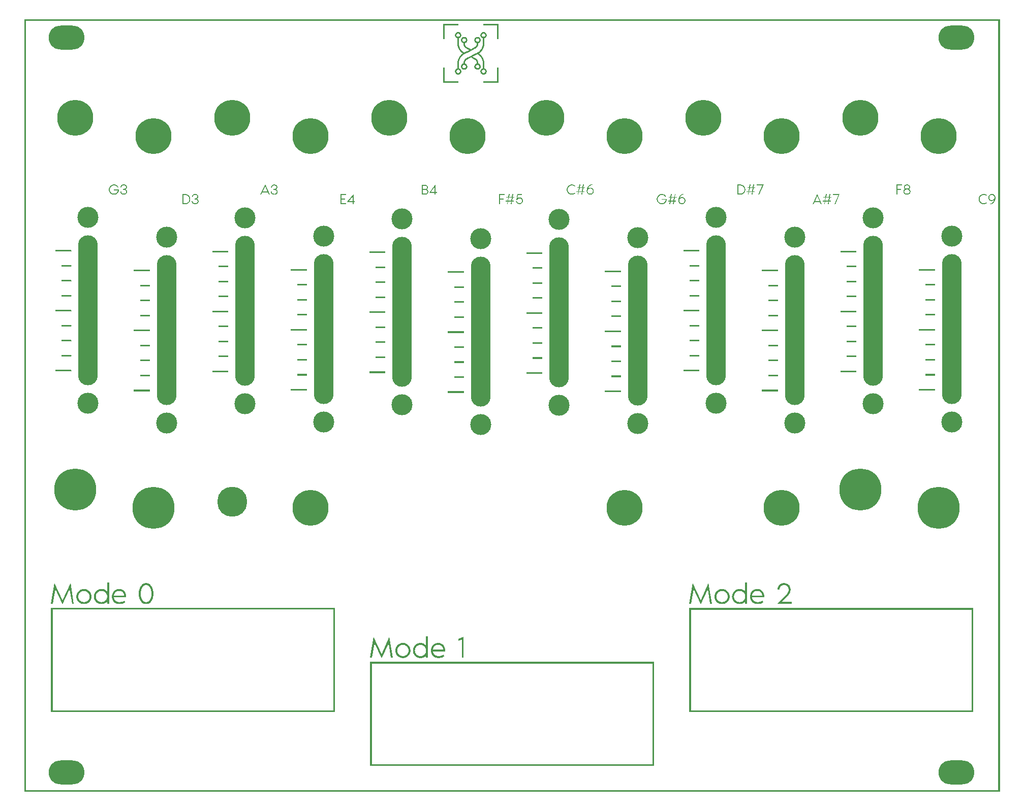
<source format=gbr>
%TF.GenerationSoftware,KiCad,Pcbnew,8.0.1*%
%TF.CreationDate,2024-04-30T18:25:33+02:00*%
%TF.ProjectId,Simple panel,53696d70-6c65-4207-9061-6e656c2e6b69,rev?*%
%TF.SameCoordinates,Original*%
%TF.FileFunction,Soldermask,Top*%
%TF.FilePolarity,Negative*%
%FSLAX46Y46*%
G04 Gerber Fmt 4.6, Leading zero omitted, Abs format (unit mm)*
G04 Created by KiCad (PCBNEW 8.0.1) date 2024-04-30 18:25:33*
%MOMM*%
%LPD*%
G01*
G04 APERTURE LIST*
%ADD10C,0.100000*%
%ADD11C,0.000000*%
%ADD12C,3.500000*%
%ADD13O,3.300000X25.000000*%
%ADD14C,6.000000*%
%ADD15O,6.000000X4.000000*%
%ADD16C,7.000000*%
%ADD17C,5.000000*%
G04 APERTURE END LIST*
D10*
X49953543Y-70355840D02*
X48366043Y-70355840D01*
D11*
G36*
X154600756Y-87987630D02*
G01*
X151956224Y-87987630D01*
X151956224Y-87723943D01*
X154600756Y-87723943D01*
X154600756Y-87987630D01*
G37*
G36*
X193843721Y-81168637D02*
G01*
X191199190Y-81168637D01*
X191199190Y-80904950D01*
X193843721Y-80904950D01*
X193843721Y-81168637D01*
G37*
G36*
X180762728Y-75614674D02*
G01*
X179176790Y-75614674D01*
X179176790Y-75350987D01*
X180762728Y-75350987D01*
X180762728Y-75614674D01*
G37*
G36*
X56254226Y-126721978D02*
G01*
X55929252Y-126721978D01*
X55929252Y-126290368D01*
X55885140Y-126347552D01*
X55839123Y-126401047D01*
X55791202Y-126450852D01*
X55741377Y-126496968D01*
X55689648Y-126539395D01*
X55636015Y-126578132D01*
X55580478Y-126613181D01*
X55523036Y-126644540D01*
X55463691Y-126672209D01*
X55402441Y-126696190D01*
X55339287Y-126716481D01*
X55274229Y-126733083D01*
X55207267Y-126745995D01*
X55138400Y-126755218D01*
X55067630Y-126760752D01*
X54994955Y-126762597D01*
X54930174Y-126761169D01*
X54866584Y-126756884D01*
X54804184Y-126749743D01*
X54742974Y-126739746D01*
X54682954Y-126726893D01*
X54624124Y-126711183D01*
X54566484Y-126692617D01*
X54510034Y-126671195D01*
X54454775Y-126646917D01*
X54400705Y-126619782D01*
X54347826Y-126589791D01*
X54296136Y-126556944D01*
X54245637Y-126521242D01*
X54196328Y-126482683D01*
X54148209Y-126441267D01*
X54101280Y-126396996D01*
X54057009Y-126350067D01*
X54015594Y-126301948D01*
X53977035Y-126252638D01*
X53941332Y-126202139D01*
X53908485Y-126150450D01*
X53878495Y-126097570D01*
X53851361Y-126043501D01*
X53827083Y-125988241D01*
X53805662Y-125931791D01*
X53787096Y-125874151D01*
X53771387Y-125815322D01*
X53758534Y-125755301D01*
X53748537Y-125694091D01*
X53741397Y-125631691D01*
X53737112Y-125568100D01*
X53735684Y-125503327D01*
X54060657Y-125503327D01*
X54061728Y-125551129D01*
X54064942Y-125598058D01*
X54070297Y-125644115D01*
X54077795Y-125689298D01*
X54087434Y-125733609D01*
X54099216Y-125777047D01*
X54113140Y-125819612D01*
X54129206Y-125861305D01*
X54147415Y-125902125D01*
X54167765Y-125942072D01*
X54190258Y-125981147D01*
X54214893Y-126019349D01*
X54241670Y-126056678D01*
X54270589Y-126093135D01*
X54301650Y-126128719D01*
X54334854Y-126163430D01*
X54369565Y-126196633D01*
X54405148Y-126227693D01*
X54441604Y-126256612D01*
X54478933Y-126283388D01*
X54517135Y-126308023D01*
X54556210Y-126330515D01*
X54596157Y-126350865D01*
X54636977Y-126369074D01*
X54678670Y-126385140D01*
X54721235Y-126399064D01*
X54764673Y-126410846D01*
X54808984Y-126420485D01*
X54854168Y-126427983D01*
X54900224Y-126433339D01*
X54947153Y-126436552D01*
X54994955Y-126437623D01*
X55042757Y-126436552D01*
X55089686Y-126433339D01*
X55135742Y-126427983D01*
X55180926Y-126420485D01*
X55225237Y-126410846D01*
X55268675Y-126399064D01*
X55311241Y-126385140D01*
X55352933Y-126369074D01*
X55393753Y-126350865D01*
X55433701Y-126330515D01*
X55472775Y-126308023D01*
X55510977Y-126283388D01*
X55548306Y-126256612D01*
X55584762Y-126227693D01*
X55620346Y-126196633D01*
X55655057Y-126163430D01*
X55688260Y-126128719D01*
X55719321Y-126093135D01*
X55748241Y-126056678D01*
X55775018Y-126019349D01*
X55799652Y-125981147D01*
X55822145Y-125942072D01*
X55842495Y-125902125D01*
X55860704Y-125861305D01*
X55876770Y-125819612D01*
X55890694Y-125777047D01*
X55902476Y-125733609D01*
X55912115Y-125689298D01*
X55919613Y-125644115D01*
X55924968Y-125598058D01*
X55928181Y-125551129D01*
X55929252Y-125503327D01*
X55928181Y-125455525D01*
X55924968Y-125408596D01*
X55919613Y-125362540D01*
X55912115Y-125317356D01*
X55902476Y-125273045D01*
X55890694Y-125229607D01*
X55876770Y-125187042D01*
X55860704Y-125145349D01*
X55842495Y-125104529D01*
X55822145Y-125064582D01*
X55799652Y-125025508D01*
X55775018Y-124987306D01*
X55748241Y-124949976D01*
X55719321Y-124913520D01*
X55688260Y-124877936D01*
X55655057Y-124843224D01*
X55620346Y-124810020D01*
X55584762Y-124778959D01*
X55548306Y-124750039D01*
X55510977Y-124723262D01*
X55472775Y-124698626D01*
X55433701Y-124676133D01*
X55393753Y-124655783D01*
X55352933Y-124637574D01*
X55311241Y-124621508D01*
X55268675Y-124607583D01*
X55225237Y-124595801D01*
X55180926Y-124586161D01*
X55135742Y-124578664D01*
X55089686Y-124573308D01*
X55042757Y-124570095D01*
X54994955Y-124569024D01*
X54947153Y-124570095D01*
X54900224Y-124573308D01*
X54854168Y-124578664D01*
X54808984Y-124586161D01*
X54764673Y-124595801D01*
X54721235Y-124607583D01*
X54678670Y-124621508D01*
X54636977Y-124637574D01*
X54596157Y-124655783D01*
X54556210Y-124676133D01*
X54517135Y-124698626D01*
X54478933Y-124723262D01*
X54441604Y-124750039D01*
X54405148Y-124778959D01*
X54369565Y-124810020D01*
X54334854Y-124843224D01*
X54301650Y-124877936D01*
X54270589Y-124913520D01*
X54241670Y-124949976D01*
X54214893Y-124987306D01*
X54190258Y-125025508D01*
X54167765Y-125064582D01*
X54147415Y-125104529D01*
X54129206Y-125145349D01*
X54113140Y-125187042D01*
X54099216Y-125229607D01*
X54087434Y-125273045D01*
X54077795Y-125317356D01*
X54070297Y-125362540D01*
X54064942Y-125408596D01*
X54061728Y-125455525D01*
X54060657Y-125503327D01*
X53735684Y-125503327D01*
X53735684Y-125503320D01*
X53737112Y-125438560D01*
X53741397Y-125375030D01*
X53748537Y-125312729D01*
X53758534Y-125251659D01*
X53771387Y-125191817D01*
X53787096Y-125133206D01*
X53805662Y-125075824D01*
X53827083Y-125019671D01*
X53851361Y-124964749D01*
X53878495Y-124911056D01*
X53908485Y-124858593D01*
X53941332Y-124807359D01*
X53977035Y-124757356D01*
X54015594Y-124708582D01*
X54057009Y-124661038D01*
X54101280Y-124614724D01*
X54148209Y-124569838D01*
X54196328Y-124527847D01*
X54245637Y-124488753D01*
X54296136Y-124452554D01*
X54347826Y-124419251D01*
X54400705Y-124388844D01*
X54454775Y-124361333D01*
X54510034Y-124336718D01*
X54566484Y-124314999D01*
X54624124Y-124296176D01*
X54682954Y-124280249D01*
X54742974Y-124267217D01*
X54804184Y-124257081D01*
X54866584Y-124249842D01*
X54930174Y-124245498D01*
X54994955Y-124244050D01*
X55067630Y-124245895D01*
X55138400Y-124251428D01*
X55207267Y-124260652D01*
X55274229Y-124273564D01*
X55339287Y-124290166D01*
X55402441Y-124310457D01*
X55463691Y-124334437D01*
X55523036Y-124362107D01*
X55580478Y-124393466D01*
X55636015Y-124428514D01*
X55689648Y-124467252D01*
X55741377Y-124509679D01*
X55791202Y-124555795D01*
X55839123Y-124605600D01*
X55885140Y-124659095D01*
X55929252Y-124716279D01*
X55929252Y-123147271D01*
X56254226Y-123147271D01*
X56254226Y-126721978D01*
G37*
G36*
X111165270Y-133241785D02*
G01*
X111225390Y-133245772D01*
X111284121Y-133252417D01*
X111341464Y-133261720D01*
X111397418Y-133273680D01*
X111451984Y-133288298D01*
X111505161Y-133305575D01*
X111556949Y-133325509D01*
X111607349Y-133348101D01*
X111656361Y-133373351D01*
X111703984Y-133401259D01*
X111750219Y-133431825D01*
X111795065Y-133465048D01*
X111838523Y-133500930D01*
X111880593Y-133539469D01*
X111921274Y-133580666D01*
X111960627Y-133623490D01*
X111997441Y-133668177D01*
X112031715Y-133714729D01*
X112063451Y-133763146D01*
X112092648Y-133813426D01*
X112119306Y-133865571D01*
X112143425Y-133919581D01*
X112165005Y-133975455D01*
X112184047Y-134033194D01*
X112200549Y-134092797D01*
X112214513Y-134154264D01*
X112225938Y-134217597D01*
X112234823Y-134282793D01*
X112241170Y-134349855D01*
X112244979Y-134418781D01*
X112246248Y-134489571D01*
X112246010Y-134512261D01*
X112245295Y-134534635D01*
X112244105Y-134556692D01*
X112242438Y-134578431D01*
X112240295Y-134599853D01*
X112237677Y-134620957D01*
X112234582Y-134641742D01*
X112231012Y-134662209D01*
X110225321Y-134662209D01*
X110230656Y-134704855D01*
X110237777Y-134746469D01*
X110246683Y-134787051D01*
X110257374Y-134826602D01*
X110269850Y-134865122D01*
X110284111Y-134902610D01*
X110300158Y-134939066D01*
X110317989Y-134974491D01*
X110337606Y-135008884D01*
X110359007Y-135042246D01*
X110382194Y-135074577D01*
X110407166Y-135105876D01*
X110433923Y-135136143D01*
X110462465Y-135165379D01*
X110492792Y-135193584D01*
X110524904Y-135220757D01*
X110558406Y-135246583D01*
X110592900Y-135270743D01*
X110628385Y-135293236D01*
X110664861Y-135314063D01*
X110702330Y-135333223D01*
X110740789Y-135350718D01*
X110780241Y-135366546D01*
X110820684Y-135380708D01*
X110862119Y-135393203D01*
X110904546Y-135404033D01*
X110947964Y-135413196D01*
X110992374Y-135420693D01*
X111037776Y-135426525D01*
X111084170Y-135430690D01*
X111131556Y-135433189D01*
X111179933Y-135434022D01*
X111234756Y-135432990D01*
X111288785Y-135429896D01*
X111342021Y-135424739D01*
X111394464Y-135417519D01*
X111446114Y-135408237D01*
X111496970Y-135396891D01*
X111547032Y-135383483D01*
X111596302Y-135368012D01*
X111644778Y-135350478D01*
X111692460Y-135330882D01*
X111739350Y-135309223D01*
X111785445Y-135285500D01*
X111830747Y-135259715D01*
X111875256Y-135231868D01*
X111918971Y-135201957D01*
X111961893Y-135169984D01*
X112083765Y-135464486D01*
X112039135Y-135500148D01*
X111992840Y-135533510D01*
X111944879Y-135564571D01*
X111895252Y-135593332D01*
X111843959Y-135619792D01*
X111790999Y-135643951D01*
X111736374Y-135665809D01*
X111680083Y-135685366D01*
X111622126Y-135702623D01*
X111562502Y-135717579D01*
X111501213Y-135730234D01*
X111438257Y-135740588D01*
X111373635Y-135748642D01*
X111307347Y-135754394D01*
X111239392Y-135757845D01*
X111169771Y-135758996D01*
X111097692Y-135757588D01*
X111027437Y-135753363D01*
X110959007Y-135746322D01*
X110892402Y-135736464D01*
X110827622Y-135723789D01*
X110764666Y-135708298D01*
X110703536Y-135689991D01*
X110644230Y-135668867D01*
X110586749Y-135644926D01*
X110531092Y-135618169D01*
X110477261Y-135588595D01*
X110425254Y-135556205D01*
X110375072Y-135520998D01*
X110326715Y-135482974D01*
X110280183Y-135442134D01*
X110235475Y-135398476D01*
X110193664Y-135352123D01*
X110154550Y-135304460D01*
X110118134Y-135255489D01*
X110084415Y-135205208D01*
X110053393Y-135153619D01*
X110025069Y-135100720D01*
X109999443Y-135046513D01*
X109976514Y-134990996D01*
X109956282Y-134934170D01*
X109938748Y-134876036D01*
X109923911Y-134816592D01*
X109911772Y-134755838D01*
X109902331Y-134693776D01*
X109895587Y-134630405D01*
X109891541Y-134565724D01*
X109890192Y-134499734D01*
X109891481Y-134432553D01*
X109895349Y-134366840D01*
X109898319Y-134337243D01*
X110225321Y-134337243D01*
X111916200Y-134337243D01*
X111913541Y-134300647D01*
X111909375Y-134264487D01*
X111903702Y-134228764D01*
X111896521Y-134193478D01*
X111887833Y-134158628D01*
X111877637Y-134124214D01*
X111865935Y-134090237D01*
X111852725Y-134056696D01*
X111838008Y-134023591D01*
X111821783Y-133990923D01*
X111804051Y-133958691D01*
X111784812Y-133926896D01*
X111764065Y-133895537D01*
X111741811Y-133864614D01*
X111718050Y-133834128D01*
X111692781Y-133804078D01*
X111666024Y-133775180D01*
X111637798Y-133748145D01*
X111608105Y-133722975D01*
X111576944Y-133699670D01*
X111544316Y-133678228D01*
X111510219Y-133658651D01*
X111474655Y-133640938D01*
X111437624Y-133625089D01*
X111399124Y-133611105D01*
X111359157Y-133598986D01*
X111317723Y-133588731D01*
X111274820Y-133580340D01*
X111230450Y-133573814D01*
X111184612Y-133569152D01*
X111137307Y-133566355D01*
X111088533Y-133565423D01*
X111039085Y-133566355D01*
X110991025Y-133569152D01*
X110944354Y-133573814D01*
X110899071Y-133580340D01*
X110855176Y-133588731D01*
X110812670Y-133598986D01*
X110771552Y-133611105D01*
X110731823Y-133625089D01*
X110693482Y-133640938D01*
X110656530Y-133658651D01*
X110620966Y-133678228D01*
X110586791Y-133699670D01*
X110554004Y-133722975D01*
X110522606Y-133748145D01*
X110492596Y-133775180D01*
X110463976Y-133804078D01*
X110436861Y-133834128D01*
X110411373Y-133864614D01*
X110387511Y-133895537D01*
X110365276Y-133926896D01*
X110344667Y-133958691D01*
X110325685Y-133990923D01*
X110308330Y-134023591D01*
X110292600Y-134056696D01*
X110278498Y-134090237D01*
X110266022Y-134124214D01*
X110255172Y-134158628D01*
X110245949Y-134193478D01*
X110238352Y-134228764D01*
X110232382Y-134264487D01*
X110228038Y-134300647D01*
X110225321Y-134337243D01*
X109898319Y-134337243D01*
X109901795Y-134302594D01*
X109910820Y-134239817D01*
X109922423Y-134178507D01*
X109936605Y-134118665D01*
X109953366Y-134060292D01*
X109972705Y-134003385D01*
X109994622Y-133947947D01*
X110019119Y-133893976D01*
X110046193Y-133841474D01*
X110075847Y-133790439D01*
X110108079Y-133740871D01*
X110142890Y-133692772D01*
X110180279Y-133646140D01*
X110220247Y-133600976D01*
X110262971Y-133557320D01*
X110307361Y-133516481D01*
X110353417Y-133478457D01*
X110401140Y-133443251D01*
X110450528Y-133410860D01*
X110501582Y-133381287D01*
X110554303Y-133354529D01*
X110608689Y-133330588D01*
X110664742Y-133309464D01*
X110722460Y-133291156D01*
X110781845Y-133275664D01*
X110842896Y-133262990D01*
X110905613Y-133253131D01*
X110969996Y-133246090D01*
X111036046Y-133241865D01*
X111103761Y-133240456D01*
X111165270Y-133241785D01*
G37*
G36*
X128438768Y-88374638D02*
G01*
X125794237Y-88374638D01*
X125794237Y-88110951D01*
X128438768Y-88110951D01*
X128438768Y-88374638D01*
G37*
G36*
X49952764Y-70487676D02*
G01*
X48366827Y-70487676D01*
X48366827Y-70223988D01*
X49952764Y-70223988D01*
X49952764Y-70487676D01*
G37*
G36*
X180762728Y-83114629D02*
G01*
X179176790Y-83114629D01*
X179176790Y-82850942D01*
X180762728Y-82850942D01*
X180762728Y-83114629D01*
G37*
G36*
X102276766Y-75747685D02*
G01*
X100690828Y-75747685D01*
X100690828Y-75483998D01*
X102276766Y-75483998D01*
X102276766Y-75747685D01*
G37*
G36*
X76114763Y-85614629D02*
G01*
X74528826Y-85614629D01*
X74528826Y-85350942D01*
X76114763Y-85350942D01*
X76114763Y-85614629D01*
G37*
G36*
X102276766Y-83247640D02*
G01*
X100690828Y-83247640D01*
X100690828Y-82983952D01*
X102276766Y-82983952D01*
X102276766Y-83247640D01*
G37*
G36*
X102276766Y-85747640D02*
G01*
X100690828Y-85747640D01*
X100690828Y-85483952D01*
X102276766Y-85483952D01*
X102276766Y-85747640D01*
G37*
G36*
X180762728Y-80614629D02*
G01*
X179176790Y-80614629D01*
X179176790Y-80350942D01*
X180762728Y-80350942D01*
X180762728Y-80614629D01*
G37*
G36*
X128438768Y-68374638D02*
G01*
X125794237Y-68374638D01*
X125794237Y-68110951D01*
X128438768Y-68110951D01*
X128438768Y-68374638D01*
G37*
G36*
X89195764Y-81168637D02*
G01*
X86551233Y-81168637D01*
X86551233Y-80904950D01*
X89195764Y-80904950D01*
X89195764Y-81168637D01*
G37*
G36*
X162566057Y-126722375D02*
G01*
X162241083Y-126722375D01*
X162241083Y-126290765D01*
X162196970Y-126347949D01*
X162150952Y-126401443D01*
X162103031Y-126451249D01*
X162053205Y-126497365D01*
X162001476Y-126539792D01*
X161947842Y-126578529D01*
X161892305Y-126613577D01*
X161834863Y-126644936D01*
X161775518Y-126672606D01*
X161714268Y-126696586D01*
X161651115Y-126716878D01*
X161586057Y-126733479D01*
X161519096Y-126746392D01*
X161450230Y-126755615D01*
X161379461Y-126761149D01*
X161306787Y-126762994D01*
X161242007Y-126761565D01*
X161178416Y-126757281D01*
X161116015Y-126750140D01*
X161054804Y-126740143D01*
X160994784Y-126727289D01*
X160935953Y-126711580D01*
X160878313Y-126693014D01*
X160821863Y-126671592D01*
X160766603Y-126647313D01*
X160712533Y-126620179D01*
X160659654Y-126590188D01*
X160607965Y-126557341D01*
X160557466Y-126521638D01*
X160508157Y-126483079D01*
X160460039Y-126441664D01*
X160413111Y-126397393D01*
X160368838Y-126350464D01*
X160327422Y-126302345D01*
X160288863Y-126253035D01*
X160253159Y-126202536D01*
X160220312Y-126150846D01*
X160190322Y-126097967D01*
X160163187Y-126043897D01*
X160138909Y-125988638D01*
X160117487Y-125932188D01*
X160098922Y-125874548D01*
X160083213Y-125815718D01*
X160070360Y-125755698D01*
X160060363Y-125694488D01*
X160053222Y-125632088D01*
X160048938Y-125568497D01*
X160047510Y-125503724D01*
X160372484Y-125503724D01*
X160373555Y-125551526D01*
X160376768Y-125598455D01*
X160382124Y-125644511D01*
X160389622Y-125689695D01*
X160399261Y-125734006D01*
X160411043Y-125777444D01*
X160424968Y-125820009D01*
X160441034Y-125861702D01*
X160459243Y-125902522D01*
X160479594Y-125942469D01*
X160502087Y-125981544D01*
X160526722Y-126019746D01*
X160553499Y-126057075D01*
X160582419Y-126093531D01*
X160613480Y-126129115D01*
X160646684Y-126163827D01*
X160681395Y-126197029D01*
X160716978Y-126228090D01*
X160753434Y-126257009D01*
X160790762Y-126283785D01*
X160828964Y-126308420D01*
X160868039Y-126330912D01*
X160907986Y-126351262D01*
X160948807Y-126369470D01*
X160990500Y-126385537D01*
X161033065Y-126399461D01*
X161076504Y-126411242D01*
X161120815Y-126420882D01*
X161165999Y-126428380D01*
X161212056Y-126433735D01*
X161258985Y-126436949D01*
X161306787Y-126438020D01*
X161354589Y-126436949D01*
X161401518Y-126433735D01*
X161447575Y-126428380D01*
X161492758Y-126420882D01*
X161537069Y-126411242D01*
X161580507Y-126399461D01*
X161623072Y-126385537D01*
X161664764Y-126369470D01*
X161705584Y-126351262D01*
X161745531Y-126330912D01*
X161784605Y-126308420D01*
X161822806Y-126283785D01*
X161860134Y-126257009D01*
X161896590Y-126228090D01*
X161932172Y-126197029D01*
X161966883Y-126163827D01*
X162000086Y-126129115D01*
X162031148Y-126093531D01*
X162060068Y-126057075D01*
X162086845Y-126019746D01*
X162111480Y-125981544D01*
X162133973Y-125942469D01*
X162154324Y-125902522D01*
X162172533Y-125861702D01*
X162188599Y-125820009D01*
X162202524Y-125777444D01*
X162214306Y-125734006D01*
X162223945Y-125689695D01*
X162231443Y-125644511D01*
X162236799Y-125598455D01*
X162240012Y-125551526D01*
X162241083Y-125503724D01*
X162240012Y-125455922D01*
X162236799Y-125408993D01*
X162231443Y-125362937D01*
X162223945Y-125317753D01*
X162214306Y-125273442D01*
X162202524Y-125230004D01*
X162188599Y-125187439D01*
X162172533Y-125145746D01*
X162154324Y-125104926D01*
X162133973Y-125064979D01*
X162111480Y-125025904D01*
X162086845Y-124987702D01*
X162060068Y-124950373D01*
X162031148Y-124913916D01*
X162000086Y-124878332D01*
X161966883Y-124843621D01*
X161932172Y-124810417D01*
X161896590Y-124779355D01*
X161860134Y-124750436D01*
X161822806Y-124723658D01*
X161784605Y-124699023D01*
X161745531Y-124676530D01*
X161705584Y-124656179D01*
X161664764Y-124637971D01*
X161623072Y-124621904D01*
X161580507Y-124607980D01*
X161537069Y-124596198D01*
X161492758Y-124586558D01*
X161447575Y-124579061D01*
X161401518Y-124573705D01*
X161354589Y-124570492D01*
X161306787Y-124569421D01*
X161258985Y-124570492D01*
X161212056Y-124573705D01*
X161165999Y-124579061D01*
X161120815Y-124586558D01*
X161076504Y-124596198D01*
X161033065Y-124607980D01*
X160990500Y-124621904D01*
X160948807Y-124637971D01*
X160907986Y-124656179D01*
X160868039Y-124676530D01*
X160828964Y-124699023D01*
X160790762Y-124723658D01*
X160753434Y-124750436D01*
X160716978Y-124779355D01*
X160681395Y-124810417D01*
X160646684Y-124843621D01*
X160613480Y-124878332D01*
X160582419Y-124913916D01*
X160553499Y-124950373D01*
X160526722Y-124987702D01*
X160502087Y-125025904D01*
X160479594Y-125064979D01*
X160459243Y-125104926D01*
X160441034Y-125145746D01*
X160424968Y-125187439D01*
X160411043Y-125230004D01*
X160399261Y-125273442D01*
X160389622Y-125317753D01*
X160382124Y-125362937D01*
X160376768Y-125408993D01*
X160373555Y-125455922D01*
X160372484Y-125503724D01*
X160047510Y-125503724D01*
X160047510Y-125503716D01*
X160048938Y-125438957D01*
X160053222Y-125375427D01*
X160060363Y-125313126D01*
X160070360Y-125252055D01*
X160083213Y-125192214D01*
X160098922Y-125133602D01*
X160117487Y-125076220D01*
X160138909Y-125020068D01*
X160163187Y-124965145D01*
X160190322Y-124911453D01*
X160220312Y-124858989D01*
X160253159Y-124807756D01*
X160288863Y-124757752D01*
X160327422Y-124708979D01*
X160368838Y-124661435D01*
X160413111Y-124615121D01*
X160460039Y-124570234D01*
X160508157Y-124528244D01*
X160557466Y-124489149D01*
X160607965Y-124452951D01*
X160659654Y-124419648D01*
X160712533Y-124389241D01*
X160766603Y-124361730D01*
X160821863Y-124337115D01*
X160878313Y-124315396D01*
X160935953Y-124296573D01*
X160994784Y-124280645D01*
X161054804Y-124267614D01*
X161116015Y-124257478D01*
X161178416Y-124250238D01*
X161242007Y-124245895D01*
X161306787Y-124244447D01*
X161379461Y-124246291D01*
X161450230Y-124251825D01*
X161519096Y-124261048D01*
X161586057Y-124273961D01*
X161651115Y-124290563D01*
X161714268Y-124310854D01*
X161775518Y-124334834D01*
X161834863Y-124362504D01*
X161892305Y-124393863D01*
X161947842Y-124428911D01*
X162001476Y-124467649D01*
X162053205Y-124510075D01*
X162103031Y-124556192D01*
X162150952Y-124605997D01*
X162196970Y-124659492D01*
X162241083Y-124716676D01*
X162241083Y-123147668D01*
X162566057Y-123147668D01*
X162566057Y-126722375D01*
G37*
G36*
X177263719Y-60094947D02*
G01*
X177085909Y-60094947D01*
X177757601Y-58593528D01*
X176888368Y-58593528D01*
X176888368Y-58435492D01*
X177994676Y-58435492D01*
X177263719Y-60094947D01*
G37*
G36*
X89195764Y-73668683D02*
G01*
X87609827Y-73668683D01*
X87609827Y-73404996D01*
X89195764Y-73404996D01*
X89195764Y-73668683D01*
G37*
G36*
X133388386Y-56808727D02*
G01*
X133405730Y-56809335D01*
X133423113Y-56810349D01*
X133440534Y-56811768D01*
X133457995Y-56813593D01*
X133475493Y-56815823D01*
X133493031Y-56818459D01*
X133510607Y-56821500D01*
X133528221Y-56824946D01*
X133545874Y-56828798D01*
X133563566Y-56833055D01*
X133581297Y-56837717D01*
X133599066Y-56842785D01*
X133616874Y-56848258D01*
X133652605Y-56860419D01*
X133670333Y-56867059D01*
X133687714Y-56874008D01*
X133704748Y-56881264D01*
X133721435Y-56888829D01*
X133737775Y-56896702D01*
X133753768Y-56904883D01*
X133769415Y-56913372D01*
X133784714Y-56922170D01*
X133799666Y-56931275D01*
X133814270Y-56940689D01*
X133828528Y-56950410D01*
X133842439Y-56960440D01*
X133856002Y-56970777D01*
X133869218Y-56981423D01*
X133882087Y-56992377D01*
X133894609Y-57003638D01*
X133830400Y-57146872D01*
X133805704Y-57125043D01*
X133780392Y-57104622D01*
X133754462Y-57085610D01*
X133727915Y-57068005D01*
X133700751Y-57051810D01*
X133672970Y-57037022D01*
X133644572Y-57023643D01*
X133615557Y-57011672D01*
X133585924Y-57001109D01*
X133555674Y-56991955D01*
X133524806Y-56984209D01*
X133493322Y-56977872D01*
X133461219Y-56972943D01*
X133428500Y-56969422D01*
X133395163Y-56967309D01*
X133361208Y-56966605D01*
X133325727Y-56967396D01*
X133290903Y-56969769D01*
X133256735Y-56973725D01*
X133223223Y-56979262D01*
X133190368Y-56986381D01*
X133158168Y-56995083D01*
X133126625Y-57005366D01*
X133095737Y-57017232D01*
X133065506Y-57030679D01*
X133035931Y-57045709D01*
X133007012Y-57062320D01*
X132978748Y-57080513D01*
X132951141Y-57100288D01*
X132924190Y-57121645D01*
X132897895Y-57144584D01*
X132872255Y-57169104D01*
X132847735Y-57194744D01*
X132824796Y-57221039D01*
X132803439Y-57247990D01*
X132783664Y-57275597D01*
X132765471Y-57303860D01*
X132748859Y-57332779D01*
X132733830Y-57362354D01*
X132720383Y-57392585D01*
X132708517Y-57423471D01*
X132698234Y-57455014D01*
X132689532Y-57487212D01*
X132682413Y-57520066D01*
X132676875Y-57553576D01*
X132672920Y-57587742D01*
X132670547Y-57622564D01*
X132669756Y-57658042D01*
X132670547Y-57693520D01*
X132672920Y-57728342D01*
X132676875Y-57762509D01*
X132682413Y-57796020D01*
X132689532Y-57828875D01*
X132698234Y-57861075D01*
X132708517Y-57892619D01*
X132720383Y-57923507D01*
X132733830Y-57953739D01*
X132748859Y-57983315D01*
X132765471Y-58012235D01*
X132783664Y-58040499D01*
X132803439Y-58068107D01*
X132824796Y-58095059D01*
X132847735Y-58121355D01*
X132872255Y-58146994D01*
X132897895Y-58171515D01*
X132924190Y-58194454D01*
X132951141Y-58215811D01*
X132978748Y-58235586D01*
X133007012Y-58253779D01*
X133035931Y-58270390D01*
X133065506Y-58285420D01*
X133095737Y-58298867D01*
X133126625Y-58310733D01*
X133158168Y-58321016D01*
X133190368Y-58329717D01*
X133223223Y-58336837D01*
X133256735Y-58342374D01*
X133290903Y-58346330D01*
X133325727Y-58348703D01*
X133361208Y-58349494D01*
X133361208Y-58349402D01*
X133395450Y-58348698D01*
X133429036Y-58346586D01*
X133461967Y-58343065D01*
X133494242Y-58338136D01*
X133525862Y-58331798D01*
X133556826Y-58324052D01*
X133587134Y-58314898D01*
X133616787Y-58304335D01*
X133645784Y-58292365D01*
X133674125Y-58278985D01*
X133701810Y-58264198D01*
X133728840Y-58248002D01*
X133755214Y-58230398D01*
X133780932Y-58211385D01*
X133805994Y-58190964D01*
X133830400Y-58169135D01*
X133894609Y-58312369D01*
X133882087Y-58323639D01*
X133869218Y-58334599D01*
X133856002Y-58345251D01*
X133842439Y-58355593D01*
X133828528Y-58365627D01*
X133814270Y-58375351D01*
X133799666Y-58384766D01*
X133784714Y-58393872D01*
X133769415Y-58402669D01*
X133753768Y-58411157D01*
X133737775Y-58419335D01*
X133721435Y-58427204D01*
X133704748Y-58434764D01*
X133687714Y-58442015D01*
X133670333Y-58448956D01*
X133652605Y-58455588D01*
X133616874Y-58467750D01*
X133581297Y-58478290D01*
X133563566Y-58482953D01*
X133545874Y-58487210D01*
X133528221Y-58491061D01*
X133510607Y-58494508D01*
X133493031Y-58497549D01*
X133475493Y-58500184D01*
X133457995Y-58502414D01*
X133440534Y-58504239D01*
X133423113Y-58505658D01*
X133405730Y-58506672D01*
X133388386Y-58507281D01*
X133371080Y-58507483D01*
X133327036Y-58506509D01*
X133283803Y-58503587D01*
X133241379Y-58498716D01*
X133199765Y-58491896D01*
X133158962Y-58483128D01*
X133118968Y-58472412D01*
X133079785Y-58459747D01*
X133041412Y-58445134D01*
X133003849Y-58428572D01*
X132967097Y-58410062D01*
X132931154Y-58389603D01*
X132896022Y-58367195D01*
X132861701Y-58342839D01*
X132828189Y-58316534D01*
X132795488Y-58288281D01*
X132763597Y-58258078D01*
X132733096Y-58226506D01*
X132704562Y-58194143D01*
X132677997Y-58160989D01*
X132653399Y-58127044D01*
X132630769Y-58092307D01*
X132610108Y-58056780D01*
X132591414Y-58020461D01*
X132574688Y-57983352D01*
X132559930Y-57945451D01*
X132547139Y-57906759D01*
X132536317Y-57867276D01*
X132527462Y-57827002D01*
X132520575Y-57785937D01*
X132515656Y-57744081D01*
X132512704Y-57701434D01*
X132511720Y-57657996D01*
X132512704Y-57614558D01*
X132515656Y-57571911D01*
X132520575Y-57530056D01*
X132527462Y-57488992D01*
X132536317Y-57448719D01*
X132547139Y-57409238D01*
X132559930Y-57370547D01*
X132574688Y-57332648D01*
X132591414Y-57295540D01*
X132610108Y-57259223D01*
X132630769Y-57223697D01*
X132653399Y-57188961D01*
X132677997Y-57155017D01*
X132704562Y-57121864D01*
X132733096Y-57089501D01*
X132763597Y-57057929D01*
X132795488Y-57027727D01*
X132828189Y-56999473D01*
X132861701Y-56973168D01*
X132896022Y-56948812D01*
X132931154Y-56926405D01*
X132967097Y-56905946D01*
X133003849Y-56887435D01*
X133041412Y-56870873D01*
X133079785Y-56856260D01*
X133118968Y-56843595D01*
X133158962Y-56832879D01*
X133199765Y-56824111D01*
X133241379Y-56817292D01*
X133283803Y-56812421D01*
X133327036Y-56809498D01*
X133371080Y-56808524D01*
X133388386Y-56808727D01*
G37*
G36*
X164569643Y-58487693D02*
G01*
X164391847Y-58487693D01*
X165063539Y-56986274D01*
X164194292Y-56986274D01*
X164194292Y-56828223D01*
X165300600Y-56828223D01*
X164569643Y-58487693D01*
G37*
G36*
X96974870Y-59620810D02*
G01*
X97172426Y-59620810D01*
X97172426Y-59778846D01*
X96974870Y-59778846D01*
X96974870Y-60094931D01*
X96816828Y-60094931D01*
X96816828Y-59778846D01*
X95908071Y-59778846D01*
X96029986Y-59620810D01*
X96214285Y-59620810D01*
X96816828Y-59620810D01*
X96816828Y-58830588D01*
X96214285Y-59620810D01*
X96029986Y-59620810D01*
X96974870Y-58395972D01*
X96974870Y-59620810D01*
G37*
G36*
X168758915Y-123270670D02*
G01*
X168816614Y-123274062D01*
X168873004Y-123279714D01*
X168928085Y-123287627D01*
X168981857Y-123297802D01*
X169034320Y-123310238D01*
X169085474Y-123324934D01*
X169135319Y-123341892D01*
X169183854Y-123361111D01*
X169231081Y-123382591D01*
X169276998Y-123406333D01*
X169321607Y-123432336D01*
X169364906Y-123460600D01*
X169406896Y-123491126D01*
X169447576Y-123523912D01*
X169486948Y-123558961D01*
X169524456Y-123595874D01*
X169559544Y-123634254D01*
X169592213Y-123674102D01*
X169622462Y-123715418D01*
X169650290Y-123758201D01*
X169675699Y-123802452D01*
X169698688Y-123848171D01*
X169719257Y-123895357D01*
X169737406Y-123944011D01*
X169753136Y-123994133D01*
X169766445Y-124045723D01*
X169777334Y-124098781D01*
X169785804Y-124153307D01*
X169791854Y-124209301D01*
X169795484Y-124266762D01*
X169796694Y-124325692D01*
X169796039Y-124372900D01*
X169794075Y-124419314D01*
X169790803Y-124464935D01*
X169786221Y-124509762D01*
X169780330Y-124553796D01*
X169773130Y-124597036D01*
X169764621Y-124639483D01*
X169754803Y-124681136D01*
X169743675Y-124721996D01*
X169731239Y-124762063D01*
X169717493Y-124801336D01*
X169702439Y-124839816D01*
X169686075Y-124877502D01*
X169668402Y-124914396D01*
X169649420Y-124950496D01*
X169629129Y-124985802D01*
X169607291Y-125020511D01*
X169583668Y-125056093D01*
X169558259Y-125092548D01*
X169531065Y-125129876D01*
X169502086Y-125168077D01*
X169471322Y-125207151D01*
X169438772Y-125247098D01*
X169404438Y-125287918D01*
X169330414Y-125372176D01*
X169249249Y-125459926D01*
X169160944Y-125551166D01*
X169065500Y-125645898D01*
X168283533Y-126397401D01*
X169959177Y-126397401D01*
X169959177Y-126722375D01*
X167521883Y-126722375D01*
X168892862Y-125371697D01*
X168962958Y-125301085D01*
X169028531Y-125231426D01*
X169089582Y-125162718D01*
X169146111Y-125094962D01*
X169198118Y-125028159D01*
X169245602Y-124962307D01*
X169288564Y-124897408D01*
X169327004Y-124833461D01*
X169360922Y-124770466D01*
X169390317Y-124708423D01*
X169415190Y-124647332D01*
X169435541Y-124587194D01*
X169451369Y-124528008D01*
X169462675Y-124469774D01*
X169469458Y-124412493D01*
X169471720Y-124356164D01*
X169470886Y-124313538D01*
X169468387Y-124271983D01*
X169464222Y-124231500D01*
X169458390Y-124192087D01*
X169450892Y-124153746D01*
X169441729Y-124116476D01*
X169430899Y-124080277D01*
X169418402Y-124045149D01*
X169404240Y-124011092D01*
X169388412Y-123978107D01*
X169370918Y-123946192D01*
X169351757Y-123915349D01*
X169330931Y-123885577D01*
X169308438Y-123856877D01*
X169284280Y-123829247D01*
X169258455Y-123802689D01*
X169231282Y-123777480D01*
X169203077Y-123753897D01*
X169173840Y-123731941D01*
X169143572Y-123711610D01*
X169112273Y-123692906D01*
X169079942Y-123675829D01*
X169046580Y-123660378D01*
X169012186Y-123646553D01*
X168976761Y-123634355D01*
X168940304Y-123623783D01*
X168902816Y-123614837D01*
X168864297Y-123607518D01*
X168824746Y-123601825D01*
X168784165Y-123597759D01*
X168742551Y-123595319D01*
X168699907Y-123594506D01*
X168656707Y-123595379D01*
X168614697Y-123597997D01*
X168573877Y-123602361D01*
X168534247Y-123608471D01*
X168495807Y-123616325D01*
X168458557Y-123625926D01*
X168422497Y-123637272D01*
X168387627Y-123650363D01*
X168353948Y-123665199D01*
X168321458Y-123681781D01*
X168290159Y-123700109D01*
X168260050Y-123720182D01*
X168231130Y-123742000D01*
X168203401Y-123765563D01*
X168176863Y-123790871D01*
X168151514Y-123817925D01*
X168128030Y-123845734D01*
X168105815Y-123874574D01*
X168084870Y-123904445D01*
X168065194Y-123935347D01*
X168046787Y-123967281D01*
X168029650Y-124000247D01*
X168013782Y-124034244D01*
X167999183Y-124069272D01*
X167985854Y-124105332D01*
X167973794Y-124142423D01*
X167963004Y-124180545D01*
X167953483Y-124219699D01*
X167945232Y-124259884D01*
X167938250Y-124301101D01*
X167932537Y-124343349D01*
X167928095Y-124386628D01*
X167603121Y-124325692D01*
X167607960Y-124271603D01*
X167614863Y-124218505D01*
X167623828Y-124166399D01*
X167634856Y-124115285D01*
X167647947Y-124065163D01*
X167663102Y-124016033D01*
X167680318Y-123967894D01*
X167699598Y-123920748D01*
X167720941Y-123874593D01*
X167744346Y-123829430D01*
X167769814Y-123785258D01*
X167797345Y-123742079D01*
X167826938Y-123699891D01*
X167858594Y-123658695D01*
X167892313Y-123618490D01*
X167928095Y-123579278D01*
X167965622Y-123541770D01*
X168004577Y-123506681D01*
X168044960Y-123474013D01*
X168086771Y-123443765D01*
X168130011Y-123415937D01*
X168174679Y-123390529D01*
X168220775Y-123367541D01*
X168268299Y-123346972D01*
X168317251Y-123328824D01*
X168367632Y-123313095D01*
X168419441Y-123299787D01*
X168472678Y-123288898D01*
X168527343Y-123280428D01*
X168583436Y-123274379D01*
X168640957Y-123270750D01*
X168699907Y-123269540D01*
X168758915Y-123270670D01*
G37*
G36*
X49952764Y-85487630D02*
G01*
X48366827Y-85487630D01*
X48366827Y-85223943D01*
X49952764Y-85223943D01*
X49952764Y-85487630D01*
G37*
G36*
X161460539Y-56829139D02*
G01*
X161508463Y-56831889D01*
X161554997Y-56836471D01*
X161600143Y-56842886D01*
X161643898Y-56851134D01*
X161686265Y-56861214D01*
X161727242Y-56873128D01*
X161766830Y-56886874D01*
X161805029Y-56902453D01*
X161841839Y-56919865D01*
X161877259Y-56939110D01*
X161911291Y-56960188D01*
X161943933Y-56983098D01*
X161975186Y-57007842D01*
X162005050Y-57034418D01*
X162033525Y-57062827D01*
X162060737Y-57092644D01*
X162086193Y-57123446D01*
X162109894Y-57155231D01*
X162131839Y-57187999D01*
X162152028Y-57221752D01*
X162170462Y-57256488D01*
X162187140Y-57292208D01*
X162202062Y-57328912D01*
X162215229Y-57366599D01*
X162226641Y-57405270D01*
X162236297Y-57444924D01*
X162244197Y-57485562D01*
X162250341Y-57527184D01*
X162254730Y-57569789D01*
X162257364Y-57613378D01*
X162258241Y-57657950D01*
X162257354Y-57702235D01*
X162254692Y-57745576D01*
X162250254Y-57787970D01*
X162244042Y-57829420D01*
X162236055Y-57869924D01*
X162226293Y-57909484D01*
X162214756Y-57948097D01*
X162201444Y-57985766D01*
X162186358Y-58022490D01*
X162169496Y-58058268D01*
X162150860Y-58093101D01*
X162130448Y-58126989D01*
X162108262Y-58159932D01*
X162084301Y-58191929D01*
X162058564Y-58222982D01*
X162031053Y-58253089D01*
X162002009Y-58281498D01*
X161971671Y-58308074D01*
X161940042Y-58332817D01*
X161907119Y-58355728D01*
X161872904Y-58376806D01*
X161837397Y-58396051D01*
X161800597Y-58413463D01*
X161762504Y-58429042D01*
X161723119Y-58442788D01*
X161682441Y-58454702D01*
X161640470Y-58464782D01*
X161597207Y-58473030D01*
X161552651Y-58479445D01*
X161506802Y-58484027D01*
X161459661Y-58486776D01*
X161411226Y-58487693D01*
X160954393Y-58487693D01*
X160954393Y-56986274D01*
X161112428Y-56986274D01*
X161112428Y-58329642D01*
X161426042Y-58329642D01*
X161464137Y-58328909D01*
X161501247Y-58326710D01*
X161537373Y-58323044D01*
X161572516Y-58317912D01*
X161606674Y-58311314D01*
X161639847Y-58303250D01*
X161672037Y-58293720D01*
X161703243Y-58282723D01*
X161733465Y-58270261D01*
X161762703Y-58256332D01*
X161790956Y-58240938D01*
X161818226Y-58224077D01*
X161844512Y-58205750D01*
X161869814Y-58185957D01*
X161894133Y-58164699D01*
X161917467Y-58141974D01*
X161939596Y-58118089D01*
X161960296Y-58093356D01*
X161979570Y-58067773D01*
X161997415Y-58041341D01*
X162013833Y-58014060D01*
X162028824Y-57985931D01*
X162042386Y-57956952D01*
X162054521Y-57927125D01*
X162065229Y-57896449D01*
X162074508Y-57864924D01*
X162082361Y-57832550D01*
X162088785Y-57799327D01*
X162093782Y-57765256D01*
X162097351Y-57730336D01*
X162099492Y-57694568D01*
X162100206Y-57657950D01*
X162099492Y-57621333D01*
X162097351Y-57585565D01*
X162093782Y-57550646D01*
X162088785Y-57516575D01*
X162082361Y-57483354D01*
X162074508Y-57450982D01*
X162065229Y-57419458D01*
X162054521Y-57388783D01*
X162042386Y-57358957D01*
X162028824Y-57329980D01*
X162013833Y-57301852D01*
X161997415Y-57274572D01*
X161979570Y-57248142D01*
X161960296Y-57222560D01*
X161939596Y-57197826D01*
X161917467Y-57173941D01*
X161894133Y-57151217D01*
X161869814Y-57129958D01*
X161844512Y-57110166D01*
X161818226Y-57091839D01*
X161790956Y-57074978D01*
X161762703Y-57059584D01*
X161733465Y-57045655D01*
X161703243Y-57033192D01*
X161672037Y-57022196D01*
X161639847Y-57012666D01*
X161606674Y-57004602D01*
X161572516Y-56998004D01*
X161537373Y-56992872D01*
X161501247Y-56989206D01*
X161464137Y-56987007D01*
X161426042Y-56986274D01*
X161112428Y-56986274D01*
X160954393Y-56986274D01*
X160954393Y-56828223D01*
X161411226Y-56828223D01*
X161460539Y-56829139D01*
G37*
G36*
X89195764Y-78668683D02*
G01*
X87609827Y-78668683D01*
X87609827Y-78404996D01*
X89195764Y-78404996D01*
X89195764Y-78668683D01*
G37*
G36*
X62495205Y-123271059D02*
G01*
X62560164Y-123276831D01*
X62623576Y-123286451D01*
X62685440Y-123299919D01*
X62745758Y-123317234D01*
X62804528Y-123338398D01*
X62861752Y-123363409D01*
X62917428Y-123392269D01*
X62971557Y-123424977D01*
X63024139Y-123461532D01*
X63075174Y-123501936D01*
X63124662Y-123546187D01*
X63172602Y-123594287D01*
X63218996Y-123646234D01*
X63263843Y-123702030D01*
X63307142Y-123761674D01*
X63348339Y-123823697D01*
X63386878Y-123887902D01*
X63422759Y-123954289D01*
X63455983Y-124022858D01*
X63486548Y-124093609D01*
X63514455Y-124166541D01*
X63539705Y-124241655D01*
X63562297Y-124318950D01*
X63582231Y-124398428D01*
X63599507Y-124480087D01*
X63614125Y-124563929D01*
X63626085Y-124649952D01*
X63635388Y-124738157D01*
X63642033Y-124828543D01*
X63646019Y-124921112D01*
X63647348Y-125015862D01*
X63646019Y-125110633D01*
X63642033Y-125203261D01*
X63635388Y-125293747D01*
X63626085Y-125382091D01*
X63614125Y-125468292D01*
X63599507Y-125552352D01*
X63582231Y-125634270D01*
X63562297Y-125714045D01*
X63539705Y-125791679D01*
X63514455Y-125867171D01*
X63486548Y-125940520D01*
X63455983Y-126011728D01*
X63422759Y-126080794D01*
X63386878Y-126147718D01*
X63348339Y-126212500D01*
X63307142Y-126275140D01*
X63263843Y-126334167D01*
X63218996Y-126389386D01*
X63172602Y-126440797D01*
X63124662Y-126488400D01*
X63075174Y-126532195D01*
X63024139Y-126572182D01*
X62971557Y-126608360D01*
X62917428Y-126640731D01*
X62861752Y-126669293D01*
X62804528Y-126694047D01*
X62745758Y-126714993D01*
X62685440Y-126732130D01*
X62623576Y-126745459D01*
X62560164Y-126754980D01*
X62495205Y-126760693D01*
X62428699Y-126762597D01*
X62361578Y-126760693D01*
X62296044Y-126754980D01*
X62232097Y-126745459D01*
X62169737Y-126732130D01*
X62108963Y-126714993D01*
X62049776Y-126694047D01*
X61992176Y-126669293D01*
X61936163Y-126640731D01*
X61881736Y-126608360D01*
X61828896Y-126572182D01*
X61777643Y-126532195D01*
X61727977Y-126488400D01*
X61679897Y-126440797D01*
X61633404Y-126389386D01*
X61588498Y-126334167D01*
X61545179Y-126275140D01*
X61504597Y-126212500D01*
X61466633Y-126147718D01*
X61431288Y-126080794D01*
X61398560Y-126011728D01*
X61368451Y-125940520D01*
X61340960Y-125867171D01*
X61316087Y-125791679D01*
X61293833Y-125714045D01*
X61274196Y-125634270D01*
X61257178Y-125552352D01*
X61242778Y-125468292D01*
X61230996Y-125382091D01*
X61221832Y-125293747D01*
X61215287Y-125203261D01*
X61211359Y-125110633D01*
X61210050Y-125015862D01*
X61535023Y-125015862D01*
X61536034Y-125092446D01*
X61539069Y-125167323D01*
X61544127Y-125240494D01*
X61551208Y-125311959D01*
X61560312Y-125381717D01*
X61571439Y-125449770D01*
X61584590Y-125516117D01*
X61599763Y-125580758D01*
X61616960Y-125643693D01*
X61636180Y-125704922D01*
X61657423Y-125764445D01*
X61680690Y-125822263D01*
X61705979Y-125878375D01*
X61733292Y-125932781D01*
X61762628Y-125985482D01*
X61793987Y-126036477D01*
X61826814Y-126085052D01*
X61860553Y-126130494D01*
X61895204Y-126172801D01*
X61930768Y-126211975D01*
X61967244Y-126248015D01*
X62004632Y-126280921D01*
X62042933Y-126310693D01*
X62082146Y-126337331D01*
X62122272Y-126360835D01*
X62142677Y-126371412D01*
X62163310Y-126381205D01*
X62184171Y-126390215D01*
X62205261Y-126398442D01*
X62226578Y-126405885D01*
X62248124Y-126412544D01*
X62269897Y-126418420D01*
X62291899Y-126423513D01*
X62314129Y-126427822D01*
X62336587Y-126431347D01*
X62359273Y-126434090D01*
X62382187Y-126436048D01*
X62428699Y-126437615D01*
X62475212Y-126436048D01*
X62520812Y-126431347D01*
X62565500Y-126423513D01*
X62609275Y-126412544D01*
X62652138Y-126398442D01*
X62694088Y-126381205D01*
X62735126Y-126360835D01*
X62775252Y-126337331D01*
X62814465Y-126310693D01*
X62852766Y-126280921D01*
X62890155Y-126248015D01*
X62926631Y-126211975D01*
X62962195Y-126172801D01*
X62996846Y-126130494D01*
X63030585Y-126085052D01*
X63063412Y-126036477D01*
X63094770Y-125985482D01*
X63124106Y-125932781D01*
X63151418Y-125878374D01*
X63176708Y-125822262D01*
X63199974Y-125764444D01*
X63221217Y-125704920D01*
X63240437Y-125643690D01*
X63257633Y-125580755D01*
X63272807Y-125516114D01*
X63285958Y-125449767D01*
X63297085Y-125381714D01*
X63306189Y-125311955D01*
X63313270Y-125240491D01*
X63318328Y-125167321D01*
X63321363Y-125092444D01*
X63322374Y-125015862D01*
X63321363Y-124939280D01*
X63318328Y-124864404D01*
X63313270Y-124791234D01*
X63306189Y-124719769D01*
X63297085Y-124650011D01*
X63285958Y-124581958D01*
X63272807Y-124515611D01*
X63257633Y-124450970D01*
X63240437Y-124388034D01*
X63221217Y-124326805D01*
X63199974Y-124267281D01*
X63176708Y-124209463D01*
X63151418Y-124153350D01*
X63124106Y-124098944D01*
X63094770Y-124046243D01*
X63063412Y-123995248D01*
X63030585Y-123946672D01*
X62996846Y-123901231D01*
X62962195Y-123858923D01*
X62926631Y-123819750D01*
X62890155Y-123783710D01*
X62852766Y-123750804D01*
X62814465Y-123721032D01*
X62775252Y-123694394D01*
X62735126Y-123670890D01*
X62714721Y-123660313D01*
X62694088Y-123650519D01*
X62673227Y-123641510D01*
X62652138Y-123633283D01*
X62630820Y-123625840D01*
X62609275Y-123619181D01*
X62587501Y-123613304D01*
X62565500Y-123608212D01*
X62543270Y-123603903D01*
X62520812Y-123600377D01*
X62498126Y-123597635D01*
X62475212Y-123595676D01*
X62428699Y-123594109D01*
X62382187Y-123595676D01*
X62336587Y-123600377D01*
X62291899Y-123608212D01*
X62248124Y-123619181D01*
X62205261Y-123633283D01*
X62163310Y-123650519D01*
X62122272Y-123670890D01*
X62082146Y-123694394D01*
X62042933Y-123721032D01*
X62004632Y-123750804D01*
X61967244Y-123783710D01*
X61930768Y-123819750D01*
X61895204Y-123858923D01*
X61860553Y-123901231D01*
X61826814Y-123946672D01*
X61793987Y-123995248D01*
X61762628Y-124046243D01*
X61733292Y-124098944D01*
X61705979Y-124153350D01*
X61680690Y-124209463D01*
X61657423Y-124267281D01*
X61636180Y-124326805D01*
X61616960Y-124388034D01*
X61599763Y-124450970D01*
X61584590Y-124515611D01*
X61571439Y-124581958D01*
X61560312Y-124650011D01*
X61551208Y-124719769D01*
X61544127Y-124791234D01*
X61539069Y-124864404D01*
X61536034Y-124939280D01*
X61535023Y-125015862D01*
X61210050Y-125015862D01*
X61211359Y-124921112D01*
X61215287Y-124828543D01*
X61221832Y-124738157D01*
X61230996Y-124649952D01*
X61242778Y-124563929D01*
X61257178Y-124480087D01*
X61274196Y-124398428D01*
X61293833Y-124318950D01*
X61316087Y-124241655D01*
X61340960Y-124166541D01*
X61368451Y-124093609D01*
X61398560Y-124022858D01*
X61431288Y-123954289D01*
X61466633Y-123887902D01*
X61504597Y-123823697D01*
X61545179Y-123761674D01*
X61588498Y-123702030D01*
X61633404Y-123646234D01*
X61679897Y-123594287D01*
X61727977Y-123546187D01*
X61777643Y-123501936D01*
X61828896Y-123461532D01*
X61881736Y-123424977D01*
X61936163Y-123392269D01*
X61992176Y-123363409D01*
X62049776Y-123338398D01*
X62108963Y-123317234D01*
X62169737Y-123299919D01*
X62232097Y-123286451D01*
X62296044Y-123276831D01*
X62361578Y-123271059D01*
X62428699Y-123269135D01*
X62495205Y-123271059D01*
G37*
G36*
X109402742Y-135718377D02*
G01*
X109077768Y-135718377D01*
X109077768Y-135286767D01*
X109033655Y-135343951D01*
X108987637Y-135397446D01*
X108939716Y-135447251D01*
X108889890Y-135493367D01*
X108838161Y-135535794D01*
X108784528Y-135574531D01*
X108728990Y-135609580D01*
X108671549Y-135640939D01*
X108612203Y-135668608D01*
X108550954Y-135692589D01*
X108487800Y-135712880D01*
X108422743Y-135729482D01*
X108355781Y-135742394D01*
X108286916Y-135751617D01*
X108216146Y-135757151D01*
X108143472Y-135758996D01*
X108078692Y-135757568D01*
X108015101Y-135753283D01*
X107952700Y-135746142D01*
X107891490Y-135736145D01*
X107831469Y-135723292D01*
X107772639Y-135707582D01*
X107714998Y-135689016D01*
X107658548Y-135667594D01*
X107603288Y-135643315D01*
X107549218Y-135616181D01*
X107496339Y-135586190D01*
X107444650Y-135553343D01*
X107394151Y-135517640D01*
X107344842Y-135479081D01*
X107296724Y-135437666D01*
X107249796Y-135393395D01*
X107205523Y-135346466D01*
X107164107Y-135298347D01*
X107125548Y-135249037D01*
X107089844Y-135198538D01*
X107056997Y-135146849D01*
X107027007Y-135093969D01*
X106999872Y-135039900D01*
X106975594Y-134984640D01*
X106954173Y-134928190D01*
X106935607Y-134870550D01*
X106919898Y-134811720D01*
X106907045Y-134751700D01*
X106897048Y-134690490D01*
X106889908Y-134628090D01*
X106885623Y-134564499D01*
X106884195Y-134499726D01*
X107209169Y-134499726D01*
X107210240Y-134547528D01*
X107213454Y-134594457D01*
X107218809Y-134640513D01*
X107226307Y-134685697D01*
X107235947Y-134730008D01*
X107247729Y-134773446D01*
X107261653Y-134816011D01*
X107277719Y-134857704D01*
X107295928Y-134898524D01*
X107316279Y-134938471D01*
X107338772Y-134977546D01*
X107363407Y-135015748D01*
X107390184Y-135053077D01*
X107419104Y-135089534D01*
X107450166Y-135125118D01*
X107483370Y-135159829D01*
X107518080Y-135193032D01*
X107553663Y-135224092D01*
X107590119Y-135253011D01*
X107627448Y-135279787D01*
X107665649Y-135304422D01*
X107704724Y-135326914D01*
X107744671Y-135347264D01*
X107785492Y-135365473D01*
X107827185Y-135381539D01*
X107869751Y-135395463D01*
X107913189Y-135407245D01*
X107957501Y-135416884D01*
X108002685Y-135424382D01*
X108048741Y-135429737D01*
X108095671Y-135432951D01*
X108143472Y-135434022D01*
X108191274Y-135432951D01*
X108238203Y-135429737D01*
X108284260Y-135424382D01*
X108329443Y-135416884D01*
X108373754Y-135407245D01*
X108417192Y-135395463D01*
X108459757Y-135381539D01*
X108501449Y-135365473D01*
X108542269Y-135347264D01*
X108582216Y-135326914D01*
X108621290Y-135304422D01*
X108659491Y-135279787D01*
X108696819Y-135253011D01*
X108733275Y-135224092D01*
X108768858Y-135193032D01*
X108803568Y-135159829D01*
X108836772Y-135125118D01*
X108867833Y-135089534D01*
X108896753Y-135053077D01*
X108923530Y-135015748D01*
X108948166Y-134977546D01*
X108970659Y-134938471D01*
X108991009Y-134898524D01*
X109009218Y-134857704D01*
X109025284Y-134816011D01*
X109039209Y-134773446D01*
X109050991Y-134730008D01*
X109060631Y-134685697D01*
X109068128Y-134640513D01*
X109073484Y-134594457D01*
X109076697Y-134547528D01*
X109077768Y-134499726D01*
X109076697Y-134451924D01*
X109073484Y-134404995D01*
X109068128Y-134358939D01*
X109060631Y-134313755D01*
X109050991Y-134269444D01*
X109039209Y-134226006D01*
X109025284Y-134183441D01*
X109009218Y-134141748D01*
X108991009Y-134100928D01*
X108970659Y-134060981D01*
X108948166Y-134021906D01*
X108923530Y-133983705D01*
X108896753Y-133946375D01*
X108867833Y-133909919D01*
X108836772Y-133874335D01*
X108803568Y-133839623D01*
X108768858Y-133806419D01*
X108733275Y-133775358D01*
X108696819Y-133746438D01*
X108659491Y-133719661D01*
X108621290Y-133695025D01*
X108582216Y-133672532D01*
X108542269Y-133652182D01*
X108501449Y-133633973D01*
X108459757Y-133617907D01*
X108417192Y-133603982D01*
X108373754Y-133592200D01*
X108329443Y-133582560D01*
X108284260Y-133575063D01*
X108238203Y-133569707D01*
X108191274Y-133566494D01*
X108143472Y-133565423D01*
X108095671Y-133566494D01*
X108048741Y-133569707D01*
X108002685Y-133575063D01*
X107957501Y-133582560D01*
X107913189Y-133592200D01*
X107869751Y-133603982D01*
X107827185Y-133617907D01*
X107785492Y-133633973D01*
X107744671Y-133652182D01*
X107704724Y-133672532D01*
X107665649Y-133695025D01*
X107627448Y-133719661D01*
X107590119Y-133746438D01*
X107553663Y-133775358D01*
X107518080Y-133806419D01*
X107483370Y-133839623D01*
X107450166Y-133874335D01*
X107419104Y-133909919D01*
X107390184Y-133946375D01*
X107363407Y-133983705D01*
X107338772Y-134021906D01*
X107316279Y-134060981D01*
X107295928Y-134100928D01*
X107277719Y-134141748D01*
X107261653Y-134183441D01*
X107247729Y-134226006D01*
X107235947Y-134269444D01*
X107226307Y-134313755D01*
X107218809Y-134358939D01*
X107213454Y-134404995D01*
X107210240Y-134451924D01*
X107209169Y-134499726D01*
X106884195Y-134499726D01*
X106884195Y-134499719D01*
X106885623Y-134434959D01*
X106889908Y-134371429D01*
X106897048Y-134309128D01*
X106907045Y-134248057D01*
X106919898Y-134188216D01*
X106935607Y-134129605D01*
X106954173Y-134072223D01*
X106975594Y-134016070D01*
X106999872Y-133961148D01*
X107027007Y-133907455D01*
X107056997Y-133854992D01*
X107089844Y-133803758D01*
X107125548Y-133753755D01*
X107164107Y-133704981D01*
X107205523Y-133657437D01*
X107249796Y-133611123D01*
X107296724Y-133566237D01*
X107344842Y-133524246D01*
X107394151Y-133485152D01*
X107444650Y-133448953D01*
X107496339Y-133415650D01*
X107549218Y-133385243D01*
X107603288Y-133357732D01*
X107658548Y-133333117D01*
X107714998Y-133311398D01*
X107772639Y-133292575D01*
X107831469Y-133276647D01*
X107891490Y-133263616D01*
X107952700Y-133253480D01*
X108015101Y-133246241D01*
X108078692Y-133241897D01*
X108143472Y-133240449D01*
X108216146Y-133242293D01*
X108286916Y-133247827D01*
X108355781Y-133257051D01*
X108422743Y-133269963D01*
X108487800Y-133286565D01*
X108550954Y-133306856D01*
X108612203Y-133330836D01*
X108671549Y-133358506D01*
X108728990Y-133389865D01*
X108784528Y-133424913D01*
X108838161Y-133463651D01*
X108889890Y-133506078D01*
X108939716Y-133552194D01*
X108987637Y-133601999D01*
X109033655Y-133655494D01*
X109077768Y-133712678D01*
X109077768Y-132143670D01*
X109402742Y-132143670D01*
X109402742Y-135718377D01*
G37*
G36*
X83044386Y-58497580D02*
G01*
X82866586Y-58497580D01*
X82703604Y-58141990D01*
X81804727Y-58141990D01*
X81641744Y-58497580D01*
X81463945Y-58497580D01*
X81702849Y-57983939D01*
X81876341Y-57983939D01*
X82631990Y-57983939D01*
X82254167Y-57154212D01*
X81876341Y-57983939D01*
X81702849Y-57983939D01*
X82254167Y-56798606D01*
X83044386Y-58497580D01*
G37*
G36*
X76114763Y-80614629D02*
G01*
X74528826Y-80614629D01*
X74528826Y-80350942D01*
X76114763Y-80350942D01*
X76114763Y-80614629D01*
G37*
G36*
X63033762Y-76295682D02*
G01*
X61447824Y-76295682D01*
X61447824Y-76031995D01*
X63033762Y-76031995D01*
X63033762Y-76295682D01*
G37*
G36*
X154600756Y-70487676D02*
G01*
X153014818Y-70487676D01*
X153014818Y-70223988D01*
X154600756Y-70223988D01*
X154600756Y-70487676D01*
G37*
G36*
X118702667Y-31390033D02*
G01*
X118754801Y-31397072D01*
X118804406Y-31409125D01*
X118851386Y-31425862D01*
X118895643Y-31446954D01*
X118937079Y-31472068D01*
X118975598Y-31500876D01*
X119011102Y-31533045D01*
X119043493Y-31568246D01*
X119072675Y-31606148D01*
X119098550Y-31646421D01*
X119121020Y-31688733D01*
X119139989Y-31732755D01*
X119155359Y-31778155D01*
X119167033Y-31824603D01*
X119174913Y-31871770D01*
X119178902Y-31919323D01*
X119178903Y-31966932D01*
X119174818Y-32014268D01*
X119166551Y-32060999D01*
X119154003Y-32106794D01*
X119137078Y-32151324D01*
X119115678Y-32194257D01*
X119089706Y-32235264D01*
X119059064Y-32274013D01*
X119023655Y-32310174D01*
X118983383Y-32343416D01*
X118938149Y-32373409D01*
X118887856Y-32399823D01*
X118832407Y-32422326D01*
X118782183Y-32440026D01*
X118776880Y-32978684D01*
X118774825Y-33170357D01*
X118772531Y-33318511D01*
X118771095Y-33378987D01*
X118769358Y-33431844D01*
X118767243Y-33478170D01*
X118764667Y-33519052D01*
X118761553Y-33555576D01*
X118757818Y-33588831D01*
X118753385Y-33619902D01*
X118748172Y-33649877D01*
X118742100Y-33679842D01*
X118735088Y-33710886D01*
X118717928Y-33780556D01*
X118693806Y-33867150D01*
X118665505Y-33952575D01*
X118633152Y-34036654D01*
X118596874Y-34119208D01*
X118556799Y-34200058D01*
X118513055Y-34279026D01*
X118465767Y-34355932D01*
X118415065Y-34430599D01*
X118361074Y-34502847D01*
X118303923Y-34572498D01*
X118243738Y-34639374D01*
X118180648Y-34703295D01*
X118114779Y-34764083D01*
X118046259Y-34821560D01*
X117975214Y-34875547D01*
X117901773Y-34925865D01*
X117894833Y-34930556D01*
X117892291Y-34932640D01*
X117890455Y-34934664D01*
X117889823Y-34935681D01*
X117889393Y-34936716D01*
X117889174Y-34937779D01*
X117889172Y-34938882D01*
X117889398Y-34940035D01*
X117889859Y-34941248D01*
X117890563Y-34942534D01*
X117891519Y-34943902D01*
X117894221Y-34946930D01*
X117898031Y-34950418D01*
X117903015Y-34954453D01*
X117909241Y-34959122D01*
X117925683Y-34970706D01*
X117947893Y-34985863D01*
X118024862Y-35041242D01*
X118098688Y-35100445D01*
X118169282Y-35163332D01*
X118236552Y-35229757D01*
X118300408Y-35299580D01*
X118360759Y-35372656D01*
X118417515Y-35448843D01*
X118470584Y-35527997D01*
X118519876Y-35609977D01*
X118565299Y-35694639D01*
X118606765Y-35781840D01*
X118644180Y-35871437D01*
X118677456Y-35963288D01*
X118706501Y-36057249D01*
X118731224Y-36153178D01*
X118751535Y-36250931D01*
X118757887Y-36287908D01*
X118762849Y-36325387D01*
X118766665Y-36369433D01*
X118769578Y-36426110D01*
X118773661Y-36601614D01*
X118777040Y-36900414D01*
X118782244Y-37439071D01*
X118832475Y-37456772D01*
X118877353Y-37474743D01*
X118919050Y-37495797D01*
X118957580Y-37519715D01*
X118992959Y-37546277D01*
X119025201Y-37575266D01*
X119054321Y-37606463D01*
X119080334Y-37639649D01*
X119103254Y-37674606D01*
X119123096Y-37711115D01*
X119139874Y-37748959D01*
X119153604Y-37787917D01*
X119164301Y-37827772D01*
X119171978Y-37868305D01*
X119176651Y-37909297D01*
X119178334Y-37950531D01*
X119177042Y-37991787D01*
X119172790Y-38032847D01*
X119165592Y-38073492D01*
X119155463Y-38113504D01*
X119142419Y-38152665D01*
X119126473Y-38190755D01*
X119107640Y-38227557D01*
X119085935Y-38262851D01*
X119061373Y-38296419D01*
X119033968Y-38328043D01*
X119003736Y-38357504D01*
X118970690Y-38384583D01*
X118934846Y-38409062D01*
X118896219Y-38430723D01*
X118854822Y-38449347D01*
X118810671Y-38464714D01*
X118763780Y-38476608D01*
X118703578Y-38486278D01*
X118645822Y-38489846D01*
X118590602Y-38487654D01*
X118538007Y-38480040D01*
X118488126Y-38467346D01*
X118441049Y-38449911D01*
X118396866Y-38428077D01*
X118355664Y-38402182D01*
X118317534Y-38372567D01*
X118282565Y-38339573D01*
X118250846Y-38303540D01*
X118222467Y-38264807D01*
X118197516Y-38223716D01*
X118176083Y-38180606D01*
X118158258Y-38135818D01*
X118144129Y-38089691D01*
X118133786Y-38042566D01*
X118127318Y-37994784D01*
X118125806Y-37965750D01*
X118373781Y-37965750D01*
X118374934Y-37986678D01*
X118377811Y-38007795D01*
X118382476Y-38029037D01*
X118388992Y-38050340D01*
X118397425Y-38071640D01*
X118405301Y-38088031D01*
X118414029Y-38103617D01*
X118423564Y-38118391D01*
X118433862Y-38132343D01*
X118444875Y-38145464D01*
X118456561Y-38157748D01*
X118468872Y-38169184D01*
X118481765Y-38179765D01*
X118495193Y-38189481D01*
X118509112Y-38198326D01*
X118523477Y-38206289D01*
X118538242Y-38213363D01*
X118553363Y-38219540D01*
X118568793Y-38224810D01*
X118584489Y-38229165D01*
X118600404Y-38232597D01*
X118616493Y-38235098D01*
X118632712Y-38236658D01*
X118649015Y-38237269D01*
X118665357Y-38236924D01*
X118681692Y-38235612D01*
X118697977Y-38233327D01*
X118714164Y-38230059D01*
X118730210Y-38225800D01*
X118746070Y-38220542D01*
X118761697Y-38214276D01*
X118777046Y-38206993D01*
X118792074Y-38198685D01*
X118806733Y-38189345D01*
X118820980Y-38178962D01*
X118834769Y-38167529D01*
X118848055Y-38155037D01*
X118860378Y-38141912D01*
X118871644Y-38128275D01*
X118881859Y-38114170D01*
X118891033Y-38099644D01*
X118899175Y-38084742D01*
X118906294Y-38069509D01*
X118912398Y-38053991D01*
X118917497Y-38038233D01*
X118921599Y-38022282D01*
X118924712Y-38006181D01*
X118926846Y-37989978D01*
X118928010Y-37973716D01*
X118928212Y-37957443D01*
X118927461Y-37941203D01*
X118925766Y-37925042D01*
X118923136Y-37909006D01*
X118919579Y-37893139D01*
X118915105Y-37877488D01*
X118909722Y-37862098D01*
X118903438Y-37847014D01*
X118896264Y-37832282D01*
X118888208Y-37817948D01*
X118879277Y-37804056D01*
X118869482Y-37790653D01*
X118858831Y-37777784D01*
X118847333Y-37765495D01*
X118834997Y-37753830D01*
X118821831Y-37742836D01*
X118807845Y-37732558D01*
X118793046Y-37723041D01*
X118777445Y-37714331D01*
X118761049Y-37706474D01*
X118761064Y-37706482D01*
X118739800Y-37698065D01*
X118718536Y-37691569D01*
X118697336Y-37686929D01*
X118676265Y-37684081D01*
X118655385Y-37682961D01*
X118634761Y-37683505D01*
X118614456Y-37685650D01*
X118594535Y-37689330D01*
X118575061Y-37694481D01*
X118556098Y-37701040D01*
X118537709Y-37708942D01*
X118519960Y-37718124D01*
X118502913Y-37728521D01*
X118486633Y-37740068D01*
X118471183Y-37752703D01*
X118456627Y-37766360D01*
X118443029Y-37780976D01*
X118430452Y-37796486D01*
X118418962Y-37812827D01*
X118408621Y-37829934D01*
X118399493Y-37847743D01*
X118391642Y-37866190D01*
X118385132Y-37885211D01*
X118380028Y-37904741D01*
X118376391Y-37924717D01*
X118374288Y-37945075D01*
X118373781Y-37965750D01*
X118125806Y-37965750D01*
X118124814Y-37946684D01*
X118126364Y-37898607D01*
X118132057Y-37850893D01*
X118141983Y-37803882D01*
X118156230Y-37757915D01*
X118174887Y-37713331D01*
X118198045Y-37670471D01*
X118225793Y-37629675D01*
X118258219Y-37591283D01*
X118295413Y-37555636D01*
X118337464Y-37523073D01*
X118384462Y-37493935D01*
X118436495Y-37468563D01*
X118493654Y-37447296D01*
X118528292Y-37436600D01*
X118528269Y-37010178D01*
X118527547Y-36807914D01*
X118524984Y-36641964D01*
X118522815Y-36570558D01*
X118519951Y-36505770D01*
X118516314Y-36446782D01*
X118511824Y-36392774D01*
X118506405Y-36342925D01*
X118499977Y-36296416D01*
X118492463Y-36252427D01*
X118483784Y-36210138D01*
X118473861Y-36168730D01*
X118462618Y-36127382D01*
X118449975Y-36085275D01*
X118435854Y-36041588D01*
X118409796Y-35969048D01*
X118380371Y-35897888D01*
X118347676Y-35828225D01*
X118311807Y-35760176D01*
X118272862Y-35693860D01*
X118230937Y-35629395D01*
X118186129Y-35566896D01*
X118138536Y-35506483D01*
X118088255Y-35448273D01*
X118035381Y-35392383D01*
X117980013Y-35338932D01*
X117922247Y-35288035D01*
X117862181Y-35239812D01*
X117799910Y-35194380D01*
X117735533Y-35151856D01*
X117669145Y-35112358D01*
X117618044Y-35083657D01*
X117442880Y-35174157D01*
X117122788Y-35339445D01*
X117014946Y-35395307D01*
X116936140Y-35436364D01*
X116882043Y-35464900D01*
X116862908Y-35475188D01*
X116848329Y-35483203D01*
X116837764Y-35489231D01*
X116830672Y-35493558D01*
X116826514Y-35496471D01*
X116825365Y-35497485D01*
X116824747Y-35498253D01*
X116825574Y-35499656D01*
X116828889Y-35502316D01*
X116842490Y-35511130D01*
X116864557Y-35524144D01*
X116894094Y-35540804D01*
X116971607Y-35582852D01*
X117067079Y-35632851D01*
X117163348Y-35682829D01*
X117204154Y-35704351D01*
X117240643Y-35723920D01*
X117273242Y-35741807D01*
X117302377Y-35758280D01*
X117328476Y-35773608D01*
X117351965Y-35788062D01*
X117373270Y-35801911D01*
X117392819Y-35815425D01*
X117411038Y-35828871D01*
X117428354Y-35842521D01*
X117445193Y-35856644D01*
X117461982Y-35871508D01*
X117479148Y-35887384D01*
X117497118Y-35904541D01*
X117528429Y-35936179D01*
X117557952Y-35968884D01*
X117585674Y-36002630D01*
X117611587Y-36037395D01*
X117635677Y-36073152D01*
X117657936Y-36109878D01*
X117678352Y-36147547D01*
X117696914Y-36186137D01*
X117713611Y-36225621D01*
X117728433Y-36265975D01*
X117741369Y-36307176D01*
X117752407Y-36349198D01*
X117761538Y-36392017D01*
X117768750Y-36435608D01*
X117774033Y-36479947D01*
X117777376Y-36525009D01*
X117783083Y-36632210D01*
X117831140Y-36647309D01*
X117859769Y-36657720D01*
X117888026Y-36670709D01*
X117915767Y-36686112D01*
X117942851Y-36703763D01*
X117969132Y-36723496D01*
X117994467Y-36745147D01*
X118018713Y-36768549D01*
X118041726Y-36793538D01*
X118063362Y-36819949D01*
X118083478Y-36847615D01*
X118101931Y-36876372D01*
X118118576Y-36906055D01*
X118133269Y-36936497D01*
X118145869Y-36967535D01*
X118156230Y-36999001D01*
X118164209Y-37030732D01*
X118172399Y-37078960D01*
X118176420Y-37126052D01*
X118176455Y-37171909D01*
X118172688Y-37216431D01*
X118165301Y-37259519D01*
X118154478Y-37301073D01*
X118140402Y-37340995D01*
X118123256Y-37379184D01*
X118103224Y-37415542D01*
X118080488Y-37449968D01*
X118055232Y-37482364D01*
X118027638Y-37512631D01*
X117997891Y-37540668D01*
X117966172Y-37566376D01*
X117932666Y-37589657D01*
X117897556Y-37610411D01*
X117861025Y-37628537D01*
X117823255Y-37643938D01*
X117784430Y-37656514D01*
X117744734Y-37666164D01*
X117704349Y-37672791D01*
X117663459Y-37676294D01*
X117622247Y-37676574D01*
X117580895Y-37673532D01*
X117539588Y-37667068D01*
X117498508Y-37657084D01*
X117457839Y-37643479D01*
X117417763Y-37626154D01*
X117378464Y-37605010D01*
X117340126Y-37579947D01*
X117302930Y-37550867D01*
X117267061Y-37517670D01*
X117241878Y-37490607D01*
X117219048Y-37462444D01*
X117198543Y-37433286D01*
X117180335Y-37403240D01*
X117164398Y-37372412D01*
X117150704Y-37340910D01*
X117139227Y-37308839D01*
X117129939Y-37276306D01*
X117122812Y-37243418D01*
X117117820Y-37210280D01*
X117114935Y-37177000D01*
X117114131Y-37143684D01*
X117114240Y-37140785D01*
X117366385Y-37140785D01*
X117366816Y-37160916D01*
X117368787Y-37181294D01*
X117372355Y-37201863D01*
X117377572Y-37222571D01*
X117384493Y-37243363D01*
X117391590Y-37260609D01*
X117399649Y-37277053D01*
X117408620Y-37292684D01*
X117418454Y-37307490D01*
X117429099Y-37321462D01*
X117440506Y-37334587D01*
X117452624Y-37346855D01*
X117465403Y-37358255D01*
X117478794Y-37368776D01*
X117492744Y-37378407D01*
X117507206Y-37387137D01*
X117522128Y-37394955D01*
X117537459Y-37401851D01*
X117553151Y-37407813D01*
X117569152Y-37412830D01*
X117585413Y-37416891D01*
X117601883Y-37419986D01*
X117618512Y-37422103D01*
X117635249Y-37423231D01*
X117652045Y-37423361D01*
X117668850Y-37422479D01*
X117685613Y-37420577D01*
X117702283Y-37417642D01*
X117718812Y-37413663D01*
X117735148Y-37408631D01*
X117751241Y-37402533D01*
X117767041Y-37395359D01*
X117782498Y-37387098D01*
X117797562Y-37377739D01*
X117812182Y-37367271D01*
X117826309Y-37355683D01*
X117839891Y-37342964D01*
X117852589Y-37329406D01*
X117864156Y-37315300D01*
X117874604Y-37300698D01*
X117883944Y-37285650D01*
X117892187Y-37270206D01*
X117899343Y-37254416D01*
X117905424Y-37238331D01*
X117910441Y-37222001D01*
X117914405Y-37205476D01*
X117917327Y-37188807D01*
X117919218Y-37172045D01*
X117920089Y-37155239D01*
X117919951Y-37138440D01*
X117918815Y-37121698D01*
X117916692Y-37105064D01*
X117913593Y-37088588D01*
X117909529Y-37072320D01*
X117904512Y-37056311D01*
X117898552Y-37040612D01*
X117891660Y-37025271D01*
X117883847Y-37010341D01*
X117875125Y-36995871D01*
X117865504Y-36981911D01*
X117854995Y-36968512D01*
X117843610Y-36955724D01*
X117831359Y-36943599D01*
X117818254Y-36932185D01*
X117804306Y-36921533D01*
X117789525Y-36911695D01*
X117773922Y-36902719D01*
X117757509Y-36894657D01*
X117740297Y-36887558D01*
X117740297Y-36887543D01*
X117719505Y-36880623D01*
X117698798Y-36875407D01*
X117678228Y-36871840D01*
X117657851Y-36869869D01*
X117637720Y-36869439D01*
X117617889Y-36870498D01*
X117598413Y-36872990D01*
X117579344Y-36876861D01*
X117560738Y-36882059D01*
X117542648Y-36888528D01*
X117525128Y-36896215D01*
X117508232Y-36905066D01*
X117492014Y-36915027D01*
X117476528Y-36926044D01*
X117461828Y-36938063D01*
X117447968Y-36951029D01*
X117435002Y-36964890D01*
X117422984Y-36979590D01*
X117411968Y-36995076D01*
X117402008Y-37011295D01*
X117393158Y-37028191D01*
X117385471Y-37045712D01*
X117379002Y-37063802D01*
X117373805Y-37082409D01*
X117369934Y-37101477D01*
X117367443Y-37120954D01*
X117366385Y-37140785D01*
X117114240Y-37140785D01*
X117115379Y-37110438D01*
X117118653Y-37077369D01*
X117123925Y-37044583D01*
X117131169Y-37012187D01*
X117140357Y-36980288D01*
X117151461Y-36948991D01*
X117164456Y-36918403D01*
X117179312Y-36888631D01*
X117196004Y-36859781D01*
X117214504Y-36831960D01*
X117234784Y-36805274D01*
X117256818Y-36779830D01*
X117280579Y-36755733D01*
X117306038Y-36733092D01*
X117333169Y-36712011D01*
X117361945Y-36692598D01*
X117392339Y-36674959D01*
X117424323Y-36659201D01*
X117457870Y-36645429D01*
X117492952Y-36633751D01*
X117533403Y-36621750D01*
X117527300Y-36547348D01*
X117523902Y-36513267D01*
X117519435Y-36480219D01*
X117513878Y-36448157D01*
X117507213Y-36417037D01*
X117499419Y-36386812D01*
X117490477Y-36357437D01*
X117480367Y-36328867D01*
X117469069Y-36301055D01*
X117456564Y-36273957D01*
X117442833Y-36247525D01*
X117427854Y-36221716D01*
X117411610Y-36196482D01*
X117394079Y-36171779D01*
X117375243Y-36147561D01*
X117355081Y-36123781D01*
X117333574Y-36100396D01*
X117307128Y-36074070D01*
X117278876Y-36049596D01*
X117245024Y-36024675D01*
X117201776Y-35997009D01*
X117145340Y-35964298D01*
X117071919Y-35924244D01*
X116858949Y-35812912D01*
X116533510Y-35644753D01*
X116208063Y-35812981D01*
X116091565Y-35873410D01*
X116000393Y-35921294D01*
X115962989Y-35941310D01*
X115930339Y-35959124D01*
X115901916Y-35975047D01*
X115877196Y-35989392D01*
X115855652Y-36002468D01*
X115836758Y-36014588D01*
X115819989Y-36026063D01*
X115804819Y-36037205D01*
X115790721Y-36048324D01*
X115777170Y-36059733D01*
X115763640Y-36071742D01*
X115749605Y-36084664D01*
X115734320Y-36099681D01*
X115719355Y-36115831D01*
X115704741Y-36133017D01*
X115690511Y-36151137D01*
X115663325Y-36189784D01*
X115638049Y-36230976D01*
X115614936Y-36273917D01*
X115594238Y-36317812D01*
X115576207Y-36361864D01*
X115561096Y-36405277D01*
X115549156Y-36447254D01*
X115540640Y-36487000D01*
X115537745Y-36505788D01*
X115535800Y-36523719D01*
X115534838Y-36540694D01*
X115534889Y-36556613D01*
X115535985Y-36571378D01*
X115538158Y-36584888D01*
X115541439Y-36597045D01*
X115545860Y-36607748D01*
X115551452Y-36616897D01*
X115558247Y-36624395D01*
X115566276Y-36630140D01*
X115575571Y-36634034D01*
X115610559Y-36645673D01*
X115644010Y-36659395D01*
X115675896Y-36675094D01*
X115706191Y-36692664D01*
X115734869Y-36712001D01*
X115761901Y-36732999D01*
X115787262Y-36755553D01*
X115810925Y-36779559D01*
X115832864Y-36804910D01*
X115853051Y-36831502D01*
X115871460Y-36859230D01*
X115888064Y-36887988D01*
X115902836Y-36917671D01*
X115915750Y-36948174D01*
X115926779Y-36979392D01*
X115935897Y-37011220D01*
X115943076Y-37043553D01*
X115948290Y-37076284D01*
X115951512Y-37109310D01*
X115952715Y-37142525D01*
X115951873Y-37175824D01*
X115948960Y-37209102D01*
X115943947Y-37242253D01*
X115936810Y-37275172D01*
X115927520Y-37307755D01*
X115916051Y-37339896D01*
X115902377Y-37371490D01*
X115886471Y-37402431D01*
X115868306Y-37432615D01*
X115847855Y-37461936D01*
X115825092Y-37490290D01*
X115799990Y-37517570D01*
X115769164Y-37546665D01*
X115737098Y-37572679D01*
X115703930Y-37595664D01*
X115669802Y-37615673D01*
X115634852Y-37632757D01*
X115599222Y-37646969D01*
X115563051Y-37658361D01*
X115526480Y-37666985D01*
X115489648Y-37672894D01*
X115452696Y-37676140D01*
X115415763Y-37676774D01*
X115378991Y-37674850D01*
X115342518Y-37670420D01*
X115306485Y-37663535D01*
X115271032Y-37654247D01*
X115236299Y-37642610D01*
X115202427Y-37628676D01*
X115169555Y-37612496D01*
X115137823Y-37594123D01*
X115107373Y-37573609D01*
X115078342Y-37551006D01*
X115050873Y-37526367D01*
X115025104Y-37499743D01*
X115001176Y-37471188D01*
X114979229Y-37440752D01*
X114959404Y-37408490D01*
X114941839Y-37374451D01*
X114926676Y-37338690D01*
X114914055Y-37301258D01*
X114904115Y-37262207D01*
X114896996Y-37221590D01*
X114892839Y-37179459D01*
X114891966Y-37157459D01*
X114892012Y-37142520D01*
X115145079Y-37142520D01*
X115145461Y-37163996D01*
X115147635Y-37185684D01*
X115151672Y-37207510D01*
X115157640Y-37229403D01*
X115165608Y-37251291D01*
X115175646Y-37273102D01*
X115183996Y-37288309D01*
X115193113Y-37302744D01*
X115202957Y-37316400D01*
X115213484Y-37329272D01*
X115224652Y-37341351D01*
X115236420Y-37352632D01*
X115248745Y-37363107D01*
X115261586Y-37372770D01*
X115274901Y-37381614D01*
X115288646Y-37389632D01*
X115302781Y-37396818D01*
X115317264Y-37403165D01*
X115332052Y-37408666D01*
X115347103Y-37413314D01*
X115362375Y-37417103D01*
X115377826Y-37420026D01*
X115393415Y-37422076D01*
X115409099Y-37423246D01*
X115424836Y-37423530D01*
X115440584Y-37422921D01*
X115456301Y-37421412D01*
X115471946Y-37418996D01*
X115487475Y-37415668D01*
X115502847Y-37411419D01*
X115518020Y-37406243D01*
X115532953Y-37400134D01*
X115547602Y-37393085D01*
X115561926Y-37385088D01*
X115575882Y-37376138D01*
X115589430Y-37366228D01*
X115602526Y-37355350D01*
X115615129Y-37343498D01*
X115627705Y-37330158D01*
X115639243Y-37316360D01*
X115649751Y-37302146D01*
X115659236Y-37287558D01*
X115667705Y-37272636D01*
X115675165Y-37257422D01*
X115681623Y-37241956D01*
X115687087Y-37226282D01*
X115691563Y-37210439D01*
X115695058Y-37194469D01*
X115697580Y-37178414D01*
X115699136Y-37162315D01*
X115699732Y-37146212D01*
X115699376Y-37130148D01*
X115698074Y-37114164D01*
X115695835Y-37098300D01*
X115692664Y-37082599D01*
X115688570Y-37067102D01*
X115683559Y-37051849D01*
X115677637Y-37036883D01*
X115670814Y-37022245D01*
X115663094Y-37007975D01*
X115654486Y-36994116D01*
X115644996Y-36980708D01*
X115634632Y-36967793D01*
X115623401Y-36955413D01*
X115611309Y-36943608D01*
X115598364Y-36932419D01*
X115584573Y-36921889D01*
X115569943Y-36912059D01*
X115554481Y-36902969D01*
X115538194Y-36894661D01*
X115538194Y-36894562D01*
X115516204Y-36885230D01*
X115494211Y-36877985D01*
X115472285Y-36872754D01*
X115450493Y-36869465D01*
X115428905Y-36868047D01*
X115407591Y-36868426D01*
X115386619Y-36870532D01*
X115366059Y-36874291D01*
X115345979Y-36879632D01*
X115326449Y-36886482D01*
X115307537Y-36894769D01*
X115289314Y-36904422D01*
X115271847Y-36915368D01*
X115255206Y-36927535D01*
X115239460Y-36940851D01*
X115224678Y-36955243D01*
X115210929Y-36970641D01*
X115198283Y-36986970D01*
X115186807Y-37004160D01*
X115176572Y-37022138D01*
X115167647Y-37040832D01*
X115160100Y-37060171D01*
X115154001Y-37080081D01*
X115149418Y-37100490D01*
X115146421Y-37121328D01*
X115145079Y-37142520D01*
X114892012Y-37142520D01*
X114892034Y-37135506D01*
X114893024Y-37113629D01*
X114894917Y-37091860D01*
X114897693Y-37070226D01*
X114901334Y-37048760D01*
X114905819Y-37027490D01*
X114911130Y-37006446D01*
X114917248Y-36985659D01*
X114924153Y-36965159D01*
X114931825Y-36944974D01*
X114940247Y-36925136D01*
X114949397Y-36905675D01*
X114959258Y-36886619D01*
X114969809Y-36868000D01*
X114981032Y-36849846D01*
X114992907Y-36832189D01*
X115005416Y-36815057D01*
X115018537Y-36798482D01*
X115032254Y-36782492D01*
X115046545Y-36767119D01*
X115061392Y-36752391D01*
X115076776Y-36738338D01*
X115092678Y-36724992D01*
X115109077Y-36712381D01*
X115125955Y-36700536D01*
X115143293Y-36689486D01*
X115161071Y-36679261D01*
X115179270Y-36669892D01*
X115197871Y-36661409D01*
X115216854Y-36653840D01*
X115236200Y-36647217D01*
X115284258Y-36632019D01*
X115289964Y-36524819D01*
X115293297Y-36479754D01*
X115298572Y-36435413D01*
X115305779Y-36391820D01*
X115314906Y-36348999D01*
X115325943Y-36306976D01*
X115338879Y-36265775D01*
X115353702Y-36225419D01*
X115370401Y-36185934D01*
X115388966Y-36147344D01*
X115409385Y-36109674D01*
X115431647Y-36072947D01*
X115455742Y-36037189D01*
X115481658Y-36002423D01*
X115509384Y-35968675D01*
X115538909Y-35935968D01*
X115570223Y-35904328D01*
X115607587Y-35867366D01*
X115644668Y-35835265D01*
X115704280Y-35795510D01*
X115809235Y-35735589D01*
X116246428Y-35505201D01*
X117138750Y-35043999D01*
X117274687Y-34973395D01*
X117396816Y-34909011D01*
X117506194Y-34850065D01*
X117603878Y-34795775D01*
X117690925Y-34745359D01*
X117768392Y-34698034D01*
X117837338Y-34653018D01*
X117898819Y-34609530D01*
X117953892Y-34566787D01*
X117979357Y-34545450D01*
X118003616Y-34524006D01*
X118026801Y-34502358D01*
X118049046Y-34480407D01*
X118091241Y-34435206D01*
X118131258Y-34387622D01*
X118170153Y-34336873D01*
X118208986Y-34282175D01*
X118248812Y-34222748D01*
X118290541Y-34157005D01*
X118328127Y-34092992D01*
X118361760Y-34029757D01*
X118391634Y-33966345D01*
X118417939Y-33901804D01*
X118440867Y-33835179D01*
X118460611Y-33765518D01*
X118477361Y-33691866D01*
X118491311Y-33613271D01*
X118502650Y-33528779D01*
X118511572Y-33437436D01*
X118518268Y-33338289D01*
X118522930Y-33230384D01*
X118525750Y-33112768D01*
X118526628Y-32844590D01*
X118524126Y-32439271D01*
X118487184Y-32428574D01*
X118441409Y-32412671D01*
X118398781Y-32393417D01*
X118359290Y-32371044D01*
X118322925Y-32345782D01*
X118289677Y-32317863D01*
X118259535Y-32287517D01*
X118232488Y-32254975D01*
X118208528Y-32220468D01*
X118187643Y-32184227D01*
X118169823Y-32146483D01*
X118155058Y-32107466D01*
X118143338Y-32067408D01*
X118134653Y-32026539D01*
X118128991Y-31985090D01*
X118126344Y-31943293D01*
X118126424Y-31933987D01*
X118373120Y-31933987D01*
X118375082Y-31957167D01*
X118379175Y-31980379D01*
X118385476Y-32003513D01*
X118394061Y-32026459D01*
X118405009Y-32049107D01*
X118418397Y-32071349D01*
X118434301Y-32093075D01*
X118452799Y-32114174D01*
X118469547Y-32130439D01*
X118486950Y-32144930D01*
X118504932Y-32157680D01*
X118523412Y-32168722D01*
X118542313Y-32178089D01*
X118561558Y-32185812D01*
X118581068Y-32191925D01*
X118600765Y-32196460D01*
X118620570Y-32199449D01*
X118640407Y-32200926D01*
X118660196Y-32200922D01*
X118679860Y-32199471D01*
X118699320Y-32196605D01*
X118718499Y-32192356D01*
X118737318Y-32186757D01*
X118755699Y-32179841D01*
X118773564Y-32171639D01*
X118790836Y-32162186D01*
X118807435Y-32151513D01*
X118823285Y-32139652D01*
X118838306Y-32126637D01*
X118852421Y-32112500D01*
X118865552Y-32097274D01*
X118877620Y-32080990D01*
X118888547Y-32063682D01*
X118898256Y-32045383D01*
X118906669Y-32026124D01*
X118913706Y-32005938D01*
X118919291Y-31984859D01*
X118923344Y-31962917D01*
X118925789Y-31940147D01*
X118926546Y-31916581D01*
X118926313Y-31906916D01*
X118925711Y-31897293D01*
X118924744Y-31887719D01*
X118923419Y-31878205D01*
X118921742Y-31868759D01*
X118919718Y-31859389D01*
X118917354Y-31850106D01*
X118914654Y-31840917D01*
X118911626Y-31831831D01*
X118908274Y-31822858D01*
X118904604Y-31814006D01*
X118900623Y-31805284D01*
X118896336Y-31796701D01*
X118891749Y-31788266D01*
X118886868Y-31779988D01*
X118881698Y-31771875D01*
X118876246Y-31763937D01*
X118870517Y-31756182D01*
X118864517Y-31748620D01*
X118858253Y-31741259D01*
X118851728Y-31734108D01*
X118844951Y-31727176D01*
X118837925Y-31720472D01*
X118830658Y-31714004D01*
X118823155Y-31707782D01*
X118815421Y-31701815D01*
X118807464Y-31696111D01*
X118799287Y-31690679D01*
X118790898Y-31685529D01*
X118782302Y-31680668D01*
X118773505Y-31676107D01*
X118764513Y-31671853D01*
X118738498Y-31661420D01*
X118712761Y-31653648D01*
X118687379Y-31648427D01*
X118662430Y-31645646D01*
X118637990Y-31645198D01*
X118614137Y-31646971D01*
X118590947Y-31650857D01*
X118568499Y-31656745D01*
X118546870Y-31664527D01*
X118526136Y-31674093D01*
X118506375Y-31685334D01*
X118487663Y-31698139D01*
X118470079Y-31712399D01*
X118453699Y-31728005D01*
X118438600Y-31744848D01*
X118424861Y-31762817D01*
X118412557Y-31781803D01*
X118401766Y-31801697D01*
X118392566Y-31822389D01*
X118385033Y-31843770D01*
X118379244Y-31865729D01*
X118375278Y-31888159D01*
X118373211Y-31910948D01*
X118373120Y-31933987D01*
X118126424Y-31933987D01*
X118126701Y-31901377D01*
X118130052Y-31859575D01*
X118136386Y-31818116D01*
X118145693Y-31777232D01*
X118157963Y-31737153D01*
X118173186Y-31698110D01*
X118191351Y-31660335D01*
X118212449Y-31624058D01*
X118236469Y-31589511D01*
X118263400Y-31556922D01*
X118293233Y-31526525D01*
X118325958Y-31498550D01*
X118361564Y-31473226D01*
X118400041Y-31450787D01*
X118441378Y-31431461D01*
X118485566Y-31415481D01*
X118532594Y-31403077D01*
X118532068Y-31402314D01*
X118591203Y-31392324D01*
X118648102Y-31388341D01*
X118702667Y-31390033D01*
G37*
G36*
X141519762Y-71428632D02*
G01*
X138875231Y-71428632D01*
X138875231Y-71164944D01*
X141519762Y-71164944D01*
X141519762Y-71428632D01*
G37*
G36*
X115357759Y-74055676D02*
G01*
X113771822Y-74055676D01*
X113771822Y-73791989D01*
X115357759Y-73791989D01*
X115357759Y-74055676D01*
G37*
D10*
X49953543Y-67855824D02*
X47307710Y-67855824D01*
X49953543Y-77855672D02*
X47307710Y-77855672D01*
D11*
G36*
X115357759Y-79055676D02*
G01*
X113771822Y-79055676D01*
X113771822Y-78791989D01*
X115357759Y-78791989D01*
X115357759Y-79055676D01*
G37*
G36*
X154600756Y-80487630D02*
G01*
X153014818Y-80487630D01*
X153014818Y-80223943D01*
X154600756Y-80223943D01*
X154600756Y-80487630D01*
G37*
G36*
X180762728Y-70614674D02*
G01*
X179176790Y-70614674D01*
X179176790Y-70350987D01*
X180762728Y-70350987D01*
X180762728Y-70614674D01*
G37*
G36*
X57111704Y-56808970D02*
G01*
X57141627Y-56810446D01*
X57171125Y-56812906D01*
X57200199Y-56816349D01*
X57228848Y-56820777D01*
X57257073Y-56826188D01*
X57284873Y-56832583D01*
X57312249Y-56839963D01*
X57339201Y-56848326D01*
X57365728Y-56857674D01*
X57391831Y-56868005D01*
X57417509Y-56879321D01*
X57442763Y-56891620D01*
X57467592Y-56904904D01*
X57491997Y-56919172D01*
X57515978Y-56934424D01*
X57539428Y-56950216D01*
X57562241Y-56966722D01*
X57584418Y-56983941D01*
X57605958Y-57001873D01*
X57626862Y-57020520D01*
X57647129Y-57039880D01*
X57666759Y-57059953D01*
X57685752Y-57080741D01*
X57704109Y-57102242D01*
X57721829Y-57124457D01*
X57738913Y-57147386D01*
X57755360Y-57171029D01*
X57771170Y-57195386D01*
X57786344Y-57220458D01*
X57800881Y-57246243D01*
X57814781Y-57272742D01*
X57654267Y-57317237D01*
X57643811Y-57297433D01*
X57632814Y-57278150D01*
X57621277Y-57259387D01*
X57609200Y-57241145D01*
X57596582Y-57223425D01*
X57583425Y-57206225D01*
X57569727Y-57189546D01*
X57555489Y-57173388D01*
X57540711Y-57157752D01*
X57525393Y-57142636D01*
X57509535Y-57128041D01*
X57493136Y-57113968D01*
X57476197Y-57100416D01*
X57458718Y-57087385D01*
X57440699Y-57074876D01*
X57422140Y-57062888D01*
X57403156Y-57051228D01*
X57383864Y-57040320D01*
X57364262Y-57030164D01*
X57344353Y-57020760D01*
X57324134Y-57012108D01*
X57303607Y-57004208D01*
X57282771Y-56997061D01*
X57261627Y-56990666D01*
X57240173Y-56985023D01*
X57218411Y-56980133D01*
X57196341Y-56975995D01*
X57173962Y-56972609D01*
X57151274Y-56969976D01*
X57128277Y-56968095D01*
X57104972Y-56966966D01*
X57081358Y-56966590D01*
X57045879Y-56967381D01*
X57011056Y-56969753D01*
X56976889Y-56973708D01*
X56943377Y-56979244D01*
X56910522Y-56986363D01*
X56878323Y-56995063D01*
X56846780Y-57005345D01*
X56815892Y-57017209D01*
X56785661Y-57030655D01*
X56756085Y-57045683D01*
X56727166Y-57062293D01*
X56698902Y-57080485D01*
X56671295Y-57100259D01*
X56644343Y-57121615D01*
X56618048Y-57144554D01*
X56592408Y-57169074D01*
X56567887Y-57194713D01*
X56544949Y-57221009D01*
X56523592Y-57247961D01*
X56503817Y-57275569D01*
X56485624Y-57303833D01*
X56469013Y-57332754D01*
X56453984Y-57362330D01*
X56440537Y-57392562D01*
X56428672Y-57423450D01*
X56418389Y-57454994D01*
X56409688Y-57487193D01*
X56402569Y-57520048D01*
X56397032Y-57553560D01*
X56393077Y-57587726D01*
X56390704Y-57622549D01*
X56389913Y-57658027D01*
X56390704Y-57693504D01*
X56393077Y-57728327D01*
X56397032Y-57762494D01*
X56402569Y-57796005D01*
X56409688Y-57828860D01*
X56418389Y-57861060D01*
X56428672Y-57892603D01*
X56440537Y-57923491D01*
X56453984Y-57953723D01*
X56469013Y-57983300D01*
X56485624Y-58012220D01*
X56503817Y-58040484D01*
X56523592Y-58068092D01*
X56544949Y-58095044D01*
X56567887Y-58121340D01*
X56592408Y-58146979D01*
X56618048Y-58171500D01*
X56644343Y-58194438D01*
X56671295Y-58215794D01*
X56698902Y-58235568D01*
X56727166Y-58253760D01*
X56756085Y-58270370D01*
X56785661Y-58285398D01*
X56815892Y-58298844D01*
X56846780Y-58310708D01*
X56878323Y-58320990D01*
X56910522Y-58329690D01*
X56943377Y-58336809D01*
X56976889Y-58342345D01*
X57011056Y-58346300D01*
X57045879Y-58348672D01*
X57081358Y-58349463D01*
X57112544Y-58348836D01*
X57143132Y-58346956D01*
X57173122Y-58343821D01*
X57202514Y-58339432D01*
X57231308Y-58333790D01*
X57259504Y-58326893D01*
X57287102Y-58318743D01*
X57314102Y-58309338D01*
X57340504Y-58298680D01*
X57366307Y-58286767D01*
X57391513Y-58273601D01*
X57416121Y-58259180D01*
X57440130Y-58243505D01*
X57463542Y-58226576D01*
X57486355Y-58208393D01*
X57508570Y-58188956D01*
X57530246Y-58168245D01*
X57550821Y-58146859D01*
X57570297Y-58124798D01*
X57588673Y-58102061D01*
X57605949Y-58078649D01*
X57622126Y-58054562D01*
X57637203Y-58029800D01*
X57651180Y-58004363D01*
X57664058Y-57978250D01*
X57675836Y-57951463D01*
X57686515Y-57924000D01*
X57696093Y-57895861D01*
X57704572Y-57867048D01*
X57711952Y-57837560D01*
X57718231Y-57807396D01*
X57723411Y-57776557D01*
X57022091Y-57776557D01*
X57022091Y-57618522D01*
X57891332Y-57618460D01*
X57891332Y-57657966D01*
X57890426Y-57701993D01*
X57887705Y-57745170D01*
X57883172Y-57787499D01*
X57876825Y-57828978D01*
X57868664Y-57869608D01*
X57858690Y-57909389D01*
X57846902Y-57948321D01*
X57833301Y-57986403D01*
X57817886Y-58023637D01*
X57800658Y-58060022D01*
X57781617Y-58095558D01*
X57760761Y-58130245D01*
X57738093Y-58164083D01*
X57713611Y-58197072D01*
X57687315Y-58229213D01*
X57659206Y-58260505D01*
X57630036Y-58290408D01*
X57599939Y-58318382D01*
X57568917Y-58344426D01*
X57536969Y-58368542D01*
X57504094Y-58390729D01*
X57470294Y-58410986D01*
X57435567Y-58429315D01*
X57399915Y-58445714D01*
X57363336Y-58460184D01*
X57325831Y-58472724D01*
X57287401Y-58483336D01*
X57248044Y-58492018D01*
X57207761Y-58498771D01*
X57166552Y-58503594D01*
X57124418Y-58506488D01*
X57081357Y-58507453D01*
X57037920Y-58506478D01*
X56995274Y-58503555D01*
X56953419Y-58498684D01*
X56912355Y-58491863D01*
X56872082Y-58483094D01*
X56832599Y-58472377D01*
X56793908Y-58459711D01*
X56756008Y-58445096D01*
X56718899Y-58428533D01*
X56682581Y-58410021D01*
X56647054Y-58389561D01*
X56612317Y-58367152D01*
X56578372Y-58342795D01*
X56545218Y-58316489D01*
X56512855Y-58288235D01*
X56481283Y-58258033D01*
X56451081Y-58226461D01*
X56422827Y-58194098D01*
X56396522Y-58160945D01*
X56372165Y-58127000D01*
X56349757Y-58092265D01*
X56329297Y-58056739D01*
X56310786Y-58020422D01*
X56294223Y-57983313D01*
X56279609Y-57945414D01*
X56266943Y-57906724D01*
X56256226Y-57867242D01*
X56247458Y-57826969D01*
X56240638Y-57785905D01*
X56235767Y-57744050D01*
X56232844Y-57701404D01*
X56231870Y-57657966D01*
X56232844Y-57614527D01*
X56235767Y-57571881D01*
X56240638Y-57530026D01*
X56247458Y-57488962D01*
X56256226Y-57448689D01*
X56266943Y-57409207D01*
X56279609Y-57370517D01*
X56294223Y-57332618D01*
X56310786Y-57295509D01*
X56329297Y-57259192D01*
X56349757Y-57223666D01*
X56372165Y-57188931D01*
X56396522Y-57154986D01*
X56422827Y-57121833D01*
X56451081Y-57089470D01*
X56481283Y-57057898D01*
X56512855Y-57027696D01*
X56545218Y-56999442D01*
X56578372Y-56973136D01*
X56612317Y-56948779D01*
X56647054Y-56926370D01*
X56682581Y-56905910D01*
X56718899Y-56887398D01*
X56756008Y-56870835D01*
X56793908Y-56856220D01*
X56832599Y-56843554D01*
X56872082Y-56832837D01*
X56912355Y-56824068D01*
X56953419Y-56817247D01*
X56995274Y-56812376D01*
X57037920Y-56809453D01*
X57081357Y-56808478D01*
X57111704Y-56808970D01*
G37*
G36*
X102276766Y-70747685D02*
G01*
X100690828Y-70747685D01*
X100690828Y-70483998D01*
X102276766Y-70483998D01*
X102276766Y-70747685D01*
G37*
G36*
X148388029Y-58396479D02*
G01*
X148417952Y-58397955D01*
X148447450Y-58400415D01*
X148476524Y-58403858D01*
X148505173Y-58408286D01*
X148533398Y-58413697D01*
X148561199Y-58420093D01*
X148588575Y-58427472D01*
X148615527Y-58435835D01*
X148642054Y-58445183D01*
X148668157Y-58455514D01*
X148693835Y-58466830D01*
X148719088Y-58479130D01*
X148743916Y-58492413D01*
X148768320Y-58506681D01*
X148792299Y-58521933D01*
X148815750Y-58537725D01*
X148838564Y-58554231D01*
X148860741Y-58571450D01*
X148882282Y-58589382D01*
X148903185Y-58608028D01*
X148923452Y-58627388D01*
X148943082Y-58647461D01*
X148962076Y-58668248D01*
X148980433Y-58689749D01*
X148998154Y-58711963D01*
X149015238Y-58734891D01*
X149031685Y-58758532D01*
X149047496Y-58782887D01*
X149062671Y-58807957D01*
X149077210Y-58833739D01*
X149091112Y-58860236D01*
X148930589Y-58904731D01*
X148920134Y-58884927D01*
X148909138Y-58865644D01*
X148897602Y-58846882D01*
X148885526Y-58828641D01*
X148872909Y-58810922D01*
X148859752Y-58793723D01*
X148846055Y-58777045D01*
X148831817Y-58760888D01*
X148817040Y-58745252D01*
X148801722Y-58730137D01*
X148785864Y-58715542D01*
X148769466Y-58701469D01*
X148752528Y-58687916D01*
X148735050Y-58674884D01*
X148717031Y-58662372D01*
X148698473Y-58650382D01*
X148679487Y-58638722D01*
X148660194Y-58627813D01*
X148640592Y-58617657D01*
X148620681Y-58608254D01*
X148600462Y-58599602D01*
X148579935Y-58591702D01*
X148559099Y-58584555D01*
X148537954Y-58578160D01*
X148516501Y-58572517D01*
X148494739Y-58567627D01*
X148472668Y-58563489D01*
X148450289Y-58560103D01*
X148427601Y-58557470D01*
X148404604Y-58555589D01*
X148381298Y-58554460D01*
X148357683Y-58554084D01*
X148322205Y-58554875D01*
X148287383Y-58557248D01*
X148253217Y-58561203D01*
X148219707Y-58566741D01*
X148186853Y-58573860D01*
X148154654Y-58582561D01*
X148123111Y-58592845D01*
X148092224Y-58604710D01*
X148061992Y-58618158D01*
X148032417Y-58633187D01*
X148003497Y-58649799D01*
X147975232Y-58667992D01*
X147947623Y-58687767D01*
X147920670Y-58709124D01*
X147894372Y-58732062D01*
X147868730Y-58756583D01*
X147844210Y-58782222D01*
X147821272Y-58808518D01*
X147799916Y-58835469D01*
X147780141Y-58863076D01*
X147761949Y-58891339D01*
X147745339Y-58920258D01*
X147730311Y-58949833D01*
X147716865Y-58980063D01*
X147705001Y-59010950D01*
X147694719Y-59042492D01*
X147686019Y-59074691D01*
X147678901Y-59107545D01*
X147673364Y-59141055D01*
X147669410Y-59175221D01*
X147667037Y-59210043D01*
X147666246Y-59245520D01*
X147667037Y-59280998D01*
X147669410Y-59315821D01*
X147673364Y-59349987D01*
X147678901Y-59383499D01*
X147686019Y-59416354D01*
X147694719Y-59448553D01*
X147705001Y-59480097D01*
X147716865Y-59510985D01*
X147730311Y-59541217D01*
X147745339Y-59570793D01*
X147761949Y-59599714D01*
X147780141Y-59627978D01*
X147799916Y-59655586D01*
X147821272Y-59682538D01*
X147844210Y-59708833D01*
X147868730Y-59734473D01*
X147894370Y-59758994D01*
X147920666Y-59781932D01*
X147947618Y-59803289D01*
X147975226Y-59823064D01*
X148003490Y-59841258D01*
X148032410Y-59857869D01*
X148061986Y-59872898D01*
X148092218Y-59886346D01*
X148123106Y-59898211D01*
X148154650Y-59908495D01*
X148186850Y-59917196D01*
X148219705Y-59924316D01*
X148253216Y-59929853D01*
X148287383Y-59933808D01*
X148322205Y-59936181D01*
X148357683Y-59936972D01*
X148388870Y-59936345D01*
X148419458Y-59934464D01*
X148449449Y-59931329D01*
X148478841Y-59926939D01*
X148507636Y-59921295D01*
X148535832Y-59914398D01*
X148563431Y-59906246D01*
X148590431Y-59896840D01*
X148616833Y-59886180D01*
X148642637Y-59874266D01*
X148667843Y-59861098D01*
X148692451Y-59846676D01*
X148716460Y-59831001D01*
X148739871Y-59814071D01*
X148762684Y-59795887D01*
X148784899Y-59776450D01*
X148806576Y-59755739D01*
X148827153Y-59734354D01*
X148846630Y-59712293D01*
X148865007Y-59689557D01*
X148882285Y-59666147D01*
X148898462Y-59642061D01*
X148913539Y-59617300D01*
X148927517Y-59591864D01*
X148940394Y-59565753D01*
X148952172Y-59538967D01*
X148962850Y-59511505D01*
X148972428Y-59483368D01*
X148980906Y-59454556D01*
X148988285Y-59425068D01*
X148994563Y-59394905D01*
X148999742Y-59364066D01*
X148298418Y-59364066D01*
X148298418Y-59206015D01*
X149167650Y-59205954D01*
X149167650Y-59245459D01*
X149166743Y-59289487D01*
X149164023Y-59332665D01*
X149159489Y-59374994D01*
X149153142Y-59416474D01*
X149144981Y-59457105D01*
X149135007Y-59496888D01*
X149123220Y-59535821D01*
X149109619Y-59573905D01*
X149094205Y-59611140D01*
X149076977Y-59647526D01*
X149057936Y-59683063D01*
X149037082Y-59717751D01*
X149014415Y-59751590D01*
X148989934Y-59784581D01*
X148963640Y-59816722D01*
X148935533Y-59848014D01*
X148906363Y-59877917D01*
X148876266Y-59905890D01*
X148845243Y-59931934D01*
X148813294Y-59956049D01*
X148780419Y-59978235D01*
X148746617Y-59998491D01*
X148711890Y-60016818D01*
X148676237Y-60033215D01*
X148639658Y-60047684D01*
X148602153Y-60060223D01*
X148563722Y-60070833D01*
X148524366Y-60079514D01*
X148484083Y-60086266D01*
X148442876Y-60091089D01*
X148400742Y-60093982D01*
X148357683Y-60094947D01*
X148314245Y-60093973D01*
X148271598Y-60091050D01*
X148229742Y-60086179D01*
X148188677Y-60079360D01*
X148148403Y-60070592D01*
X148108920Y-60059875D01*
X148070228Y-60047211D01*
X148032327Y-60032597D01*
X147995218Y-60016036D01*
X147958899Y-59997525D01*
X147923372Y-59977066D01*
X147888635Y-59954659D01*
X147854690Y-59930302D01*
X147821536Y-59903998D01*
X147789173Y-59875744D01*
X147757601Y-59845542D01*
X147727398Y-59813970D01*
X147699145Y-59781607D01*
X147672840Y-59748452D01*
X147648484Y-59714507D01*
X147626076Y-59679771D01*
X147605617Y-59644243D01*
X147587107Y-59607925D01*
X147570545Y-59570815D01*
X147555932Y-59532914D01*
X147543267Y-59494222D01*
X147532551Y-59454740D01*
X147523783Y-59414466D01*
X147516963Y-59373401D01*
X147512092Y-59331545D01*
X147509170Y-59288898D01*
X147508196Y-59245459D01*
X147509170Y-59202021D01*
X147512092Y-59159375D01*
X147516963Y-59117519D01*
X147523783Y-59076455D01*
X147532551Y-59036183D01*
X147543267Y-58996701D01*
X147555932Y-58958011D01*
X147570545Y-58920111D01*
X147587107Y-58883003D01*
X147605617Y-58846686D01*
X147626076Y-58811160D01*
X147648484Y-58776425D01*
X147672840Y-58742480D01*
X147699145Y-58709327D01*
X147727398Y-58676964D01*
X147757601Y-58645392D01*
X147789173Y-58615190D01*
X147821536Y-58586937D01*
X147854690Y-58560632D01*
X147888635Y-58536275D01*
X147923372Y-58513868D01*
X147958899Y-58493409D01*
X147995218Y-58474899D01*
X148032327Y-58458337D01*
X148070228Y-58443723D01*
X148108920Y-58431059D01*
X148148403Y-58420342D01*
X148188677Y-58411574D01*
X148229742Y-58404755D01*
X148271598Y-58399884D01*
X148314245Y-58396962D01*
X148357683Y-58395987D01*
X148388029Y-58396479D01*
G37*
G36*
X167681734Y-78795682D02*
G01*
X166095796Y-78795682D01*
X166095796Y-78531995D01*
X167681734Y-78531995D01*
X167681734Y-78795682D01*
G37*
G36*
X152065853Y-58417114D02*
G01*
X152059370Y-58418709D01*
X152044552Y-58422580D01*
X152027264Y-58427360D01*
X152007509Y-58433051D01*
X151996552Y-58436704D01*
X151983434Y-58441517D01*
X151968154Y-58447490D01*
X151950714Y-58454623D01*
X151931113Y-58462916D01*
X151909351Y-58472370D01*
X151885429Y-58482984D01*
X151859346Y-58494757D01*
X151832994Y-58507376D01*
X151807027Y-58520535D01*
X151781445Y-58534235D01*
X151756248Y-58548474D01*
X151731437Y-58563254D01*
X151707012Y-58578573D01*
X151682972Y-58594432D01*
X151659319Y-58610831D01*
X151647869Y-58619400D01*
X151636360Y-58628431D01*
X151624795Y-58637925D01*
X151613171Y-58647881D01*
X151601489Y-58658300D01*
X151589749Y-58669182D01*
X151577952Y-58680527D01*
X151566097Y-58692334D01*
X151554184Y-58704604D01*
X151542214Y-58717336D01*
X151530185Y-58730531D01*
X151518099Y-58744188D01*
X151505956Y-58758308D01*
X151493754Y-58772891D01*
X151469179Y-58803443D01*
X151457024Y-58818974D01*
X151445254Y-58834699D01*
X151433871Y-58850616D01*
X151422874Y-58866726D01*
X151412262Y-58883028D01*
X151402037Y-58899524D01*
X151392197Y-58916212D01*
X151382744Y-58933093D01*
X151373676Y-58950167D01*
X151364995Y-58967433D01*
X151356700Y-58984892D01*
X151348791Y-59002544D01*
X151341268Y-59020389D01*
X151334131Y-59038426D01*
X151327380Y-59056657D01*
X151321016Y-59075080D01*
X151342256Y-59057438D01*
X151363997Y-59040935D01*
X151386241Y-59025570D01*
X151408986Y-59011342D01*
X151432233Y-58998253D01*
X151455982Y-58986302D01*
X151480233Y-58975488D01*
X151504986Y-58965813D01*
X151530240Y-58957277D01*
X151555995Y-58949878D01*
X151582252Y-58943617D01*
X151609010Y-58938495D01*
X151636270Y-58934511D01*
X151664031Y-58931665D01*
X151692293Y-58929958D01*
X151721056Y-58929389D01*
X151751286Y-58930006D01*
X151780861Y-58931858D01*
X151809780Y-58934944D01*
X151838043Y-58939265D01*
X151865650Y-58944821D01*
X151892601Y-58951611D01*
X151918897Y-58959636D01*
X151944536Y-58968896D01*
X151969520Y-58979390D01*
X151993847Y-58991119D01*
X152017519Y-59004083D01*
X152040535Y-59018282D01*
X152062895Y-59033715D01*
X152084599Y-59050383D01*
X152105647Y-59068286D01*
X152126039Y-59087424D01*
X152145776Y-59107440D01*
X152164240Y-59127976D01*
X152181430Y-59149034D01*
X152197347Y-59170612D01*
X152211991Y-59192711D01*
X152225362Y-59215331D01*
X152237459Y-59238472D01*
X152248283Y-59262133D01*
X152257834Y-59286316D01*
X152266111Y-59311021D01*
X152273115Y-59336246D01*
X152278846Y-59361992D01*
X152283303Y-59388260D01*
X152286487Y-59415049D01*
X152288397Y-59442359D01*
X152289034Y-59470191D01*
X152288378Y-59504368D01*
X152286409Y-59537754D01*
X152283129Y-59570349D01*
X152278537Y-59602153D01*
X152272633Y-59633165D01*
X152265417Y-59663387D01*
X152256889Y-59692818D01*
X152247049Y-59721457D01*
X152235898Y-59749306D01*
X152223434Y-59776363D01*
X152209659Y-59802630D01*
X152194573Y-59828105D01*
X152178175Y-59852789D01*
X152160465Y-59876682D01*
X152141443Y-59899784D01*
X152121111Y-59922095D01*
X152100062Y-59943029D01*
X152078280Y-59962612D01*
X152055765Y-59980845D01*
X152032517Y-59997727D01*
X152008535Y-60013258D01*
X151983821Y-60027438D01*
X151958374Y-60040268D01*
X151932194Y-60051747D01*
X151905280Y-60061876D01*
X151877634Y-60070654D01*
X151849255Y-60078081D01*
X151820143Y-60084159D01*
X151790298Y-60088885D01*
X151759721Y-60092261D01*
X151728410Y-60094287D01*
X151696367Y-60094962D01*
X151664022Y-60094277D01*
X151632429Y-60092223D01*
X151601589Y-60088798D01*
X151571501Y-60084004D01*
X151542166Y-60077841D01*
X151513583Y-60070307D01*
X151485753Y-60061404D01*
X151458675Y-60051131D01*
X151432350Y-60039489D01*
X151406778Y-60026476D01*
X151381958Y-60012094D01*
X151357892Y-59996343D01*
X151334577Y-59979221D01*
X151312016Y-59960730D01*
X151290207Y-59940869D01*
X151269151Y-59919638D01*
X151249116Y-59897270D01*
X151230372Y-59873994D01*
X151212922Y-59849811D01*
X151196765Y-59824721D01*
X151181900Y-59798725D01*
X151168328Y-59771822D01*
X151156048Y-59744012D01*
X151145061Y-59715295D01*
X151135367Y-59685671D01*
X151126966Y-59655141D01*
X151119857Y-59623704D01*
X151114040Y-59591360D01*
X151109517Y-59558109D01*
X151106285Y-59523952D01*
X151104951Y-59499823D01*
X151261751Y-59499823D01*
X151262224Y-59522741D01*
X151263641Y-59545196D01*
X151266005Y-59567188D01*
X151269313Y-59588718D01*
X151273567Y-59609785D01*
X151278766Y-59630390D01*
X151284910Y-59650532D01*
X151292000Y-59670211D01*
X151300035Y-59689427D01*
X151309015Y-59708181D01*
X151318941Y-59726471D01*
X151329813Y-59744299D01*
X151341629Y-59761664D01*
X151354392Y-59778566D01*
X151368100Y-59795005D01*
X151382753Y-59810981D01*
X151382738Y-59810981D01*
X151398433Y-59826233D01*
X151414650Y-59840501D01*
X151431387Y-59853785D01*
X151448645Y-59866084D01*
X151466423Y-59877400D01*
X151484723Y-59887731D01*
X151503543Y-59897079D01*
X151522884Y-59905442D01*
X151542746Y-59912821D01*
X151563129Y-59919217D01*
X151584033Y-59924628D01*
X151605458Y-59929056D01*
X151627404Y-59932499D01*
X151649870Y-59934959D01*
X151672858Y-59936435D01*
X151696367Y-59936927D01*
X151719864Y-59936435D01*
X151742821Y-59934959D01*
X151765238Y-59932499D01*
X151787115Y-59929056D01*
X151808453Y-59924628D01*
X151829250Y-59919217D01*
X151849507Y-59912821D01*
X151869224Y-59905442D01*
X151888401Y-59897079D01*
X151907038Y-59887731D01*
X151925134Y-59877400D01*
X151942690Y-59866084D01*
X151959706Y-59853785D01*
X151976181Y-59840501D01*
X151992115Y-59826233D01*
X152007509Y-59810981D01*
X152022462Y-59795005D01*
X152036450Y-59778567D01*
X152049473Y-59761665D01*
X152061531Y-59744301D01*
X152072625Y-59726474D01*
X152082753Y-59708185D01*
X152091917Y-59689432D01*
X152100117Y-59670216D01*
X152107351Y-59650538D01*
X152113621Y-59630396D01*
X152118926Y-59609792D01*
X152123267Y-59588724D01*
X152126643Y-59567194D01*
X152129054Y-59545200D01*
X152130501Y-59522743D01*
X152130983Y-59499823D01*
X152130520Y-59477251D01*
X152129131Y-59455219D01*
X152126817Y-59433726D01*
X152123576Y-59412774D01*
X152119409Y-59392362D01*
X152114316Y-59372490D01*
X152108297Y-59353158D01*
X152101353Y-59334367D01*
X152093482Y-59316115D01*
X152084685Y-59298404D01*
X152074961Y-59281233D01*
X152064312Y-59264602D01*
X152052737Y-59248512D01*
X152040235Y-59232962D01*
X152026807Y-59217952D01*
X152012453Y-59203482D01*
X151997617Y-59189428D01*
X151982125Y-59176280D01*
X151965977Y-59164039D01*
X151949173Y-59152705D01*
X151931713Y-59142278D01*
X151913597Y-59132757D01*
X151894826Y-59124144D01*
X151875398Y-59116437D01*
X151855315Y-59109637D01*
X151834576Y-59103743D01*
X151813181Y-59098757D01*
X151791130Y-59094677D01*
X151768423Y-59091504D01*
X151745060Y-59089237D01*
X151721042Y-59087877D01*
X151696367Y-59087424D01*
X151673160Y-59087887D01*
X151650454Y-59089276D01*
X151628249Y-59091591D01*
X151606546Y-59094832D01*
X151585344Y-59098998D01*
X151564643Y-59104091D01*
X151544444Y-59110110D01*
X151524746Y-59117055D01*
X151505549Y-59124926D01*
X151486855Y-59133723D01*
X151468662Y-59143446D01*
X151450971Y-59154095D01*
X151433781Y-59165671D01*
X151417094Y-59178172D01*
X151400909Y-59191600D01*
X151385225Y-59205954D01*
X151370272Y-59220704D01*
X151356284Y-59235936D01*
X151343261Y-59251650D01*
X151331203Y-59267847D01*
X151320110Y-59284526D01*
X151309981Y-59301687D01*
X151300817Y-59319331D01*
X151292618Y-59337457D01*
X151285383Y-59356065D01*
X151279113Y-59375155D01*
X151273808Y-59394728D01*
X151269467Y-59414783D01*
X151266091Y-59435320D01*
X151263680Y-59456339D01*
X151262233Y-59477840D01*
X151261751Y-59499823D01*
X151104951Y-59499823D01*
X151104347Y-59488888D01*
X151103700Y-59452918D01*
X151104627Y-59403685D01*
X151107405Y-59354759D01*
X151112036Y-59306142D01*
X151118519Y-59257832D01*
X151126853Y-59209831D01*
X151137039Y-59162139D01*
X151149077Y-59114754D01*
X151162966Y-59067679D01*
X151170713Y-59043951D01*
X151179135Y-59020300D01*
X151188233Y-58996726D01*
X151198005Y-58973229D01*
X151208452Y-58949808D01*
X151219575Y-58926465D01*
X151231372Y-58903199D01*
X151243845Y-58880009D01*
X151256993Y-58856897D01*
X151270816Y-58833862D01*
X151285314Y-58810904D01*
X151300488Y-58788024D01*
X151316337Y-58765220D01*
X151332861Y-58742493D01*
X151350061Y-58719844D01*
X151367937Y-58697272D01*
X151386427Y-58675047D01*
X151405477Y-58653440D01*
X151425087Y-58632450D01*
X151445256Y-58612077D01*
X151465985Y-58592321D01*
X151487274Y-58573182D01*
X151509122Y-58554661D01*
X151531530Y-58536757D01*
X151554498Y-58519471D01*
X151578025Y-58502801D01*
X151602113Y-58486749D01*
X151626759Y-58471314D01*
X151651966Y-58456497D01*
X151677732Y-58442296D01*
X151704058Y-58428713D01*
X151730943Y-58415747D01*
X152071718Y-58415747D01*
X152065853Y-58417114D01*
G37*
G36*
X163033647Y-57302359D02*
G01*
X163502840Y-57302359D01*
X163581850Y-56828223D01*
X163720125Y-56828223D01*
X163641130Y-57302359D01*
X163917711Y-57302359D01*
X163917711Y-57420890D01*
X163621385Y-57420890D01*
X163534975Y-57934531D01*
X163818956Y-57934531D01*
X163818956Y-58053077D01*
X163515215Y-58053077D01*
X163443620Y-58487693D01*
X163305330Y-58487693D01*
X163379427Y-58053077D01*
X162910234Y-58053077D01*
X162836153Y-58487693D01*
X162697862Y-58487693D01*
X162769472Y-58053077D01*
X162495363Y-58053077D01*
X162495363Y-57934531D01*
X162789217Y-57934531D01*
X162927446Y-57934531D01*
X163396669Y-57934531D01*
X163483064Y-57420890D01*
X163013872Y-57420890D01*
X162927446Y-57934531D01*
X162789217Y-57934531D01*
X162875658Y-57420890D01*
X162594087Y-57420890D01*
X162594087Y-57302359D01*
X162895357Y-57302359D01*
X162974382Y-56828223D01*
X163112673Y-56828223D01*
X163033647Y-57302359D01*
G37*
G36*
X102276766Y-78247640D02*
G01*
X99632234Y-78247640D01*
X99632234Y-77983952D01*
X102276766Y-77983952D01*
X102276766Y-78247640D01*
G37*
G36*
X193843721Y-73668683D02*
G01*
X192257784Y-73668683D01*
X192257784Y-73404996D01*
X193843721Y-73404996D01*
X193843721Y-73668683D01*
G37*
G36*
X102276766Y-68247640D02*
G01*
X99632234Y-68247640D01*
X99632234Y-67983952D01*
X102276766Y-67983952D01*
X102276766Y-68247640D01*
G37*
G36*
X95710523Y-58593528D02*
G01*
X94959814Y-58593528D01*
X94959814Y-59186194D01*
X95591989Y-59186194D01*
X95591989Y-59344230D01*
X94959810Y-59344230D01*
X94959810Y-59936896D01*
X95710523Y-59936896D01*
X95710523Y-60094931D01*
X94801767Y-60094931D01*
X94801767Y-58435477D01*
X95710523Y-58435477D01*
X95710523Y-58593528D01*
G37*
G36*
X76114763Y-83114629D02*
G01*
X74528826Y-83114629D01*
X74528826Y-82850942D01*
X76114763Y-82850942D01*
X76114763Y-83114629D01*
G37*
G36*
X154600756Y-85487630D02*
G01*
X153014818Y-85487630D01*
X153014818Y-85223943D01*
X154600756Y-85223943D01*
X154600756Y-85487630D01*
G37*
G36*
X149943056Y-58889853D02*
G01*
X150412248Y-58889853D01*
X150491258Y-58415717D01*
X150629549Y-58415717D01*
X150550539Y-58889853D01*
X150827120Y-58889853D01*
X150827120Y-59008399D01*
X150530779Y-59008399D01*
X150444353Y-59522040D01*
X150728334Y-59522040D01*
X150728334Y-59640570D01*
X150424593Y-59640570D01*
X150352983Y-60075202D01*
X150214693Y-60075202D01*
X150288774Y-59640570D01*
X149819582Y-59640570D01*
X149745500Y-60075202D01*
X149607210Y-60075202D01*
X149678819Y-59640570D01*
X149404711Y-59640570D01*
X149404711Y-59522040D01*
X149698580Y-59522040D01*
X149836870Y-59522040D01*
X150306063Y-59522040D01*
X150392504Y-59008399D01*
X149923311Y-59008399D01*
X149836870Y-59522040D01*
X149698580Y-59522040D01*
X149785005Y-59008399D01*
X149503496Y-59008399D01*
X149503496Y-58889853D01*
X149804766Y-58889853D01*
X149883776Y-58415717D01*
X150022066Y-58415717D01*
X149943056Y-58889853D01*
G37*
G36*
X70627205Y-58396695D02*
G01*
X70657919Y-58398316D01*
X70687706Y-58401017D01*
X70716568Y-58404798D01*
X70744503Y-58409660D01*
X70771512Y-58415602D01*
X70797596Y-58422625D01*
X70822753Y-58430728D01*
X70846985Y-58439911D01*
X70870290Y-58450175D01*
X70892669Y-58461519D01*
X70914122Y-58473944D01*
X70934650Y-58487448D01*
X70954251Y-58502034D01*
X70972926Y-58517700D01*
X70990675Y-58534446D01*
X71007421Y-58551517D01*
X71023087Y-58568781D01*
X71037672Y-58586239D01*
X71051177Y-58603891D01*
X71063601Y-58621735D01*
X71074945Y-58639773D01*
X71085209Y-58658004D01*
X71094393Y-58676429D01*
X71102496Y-58695046D01*
X71109518Y-58713856D01*
X71115460Y-58732860D01*
X71120322Y-58752056D01*
X71124103Y-58771446D01*
X71126804Y-58791028D01*
X71128425Y-58810803D01*
X71128965Y-58830771D01*
X71128695Y-58845531D01*
X71127885Y-58860174D01*
X71126534Y-58874702D01*
X71124644Y-58889113D01*
X71122213Y-58903409D01*
X71119242Y-58917589D01*
X71115730Y-58931653D01*
X71111679Y-58945601D01*
X71107087Y-58959434D01*
X71101955Y-58973150D01*
X71096283Y-58986751D01*
X71090071Y-59000235D01*
X71083319Y-59013604D01*
X71076026Y-59026857D01*
X71068193Y-59039994D01*
X71059820Y-59053016D01*
X71050907Y-59065458D01*
X71041454Y-59077476D01*
X71031461Y-59089070D01*
X71020927Y-59100239D01*
X71009853Y-59110985D01*
X70998239Y-59121306D01*
X70986085Y-59131203D01*
X70973390Y-59140675D01*
X70960156Y-59149724D01*
X70946381Y-59158348D01*
X70932066Y-59166547D01*
X70917211Y-59174322D01*
X70901815Y-59181673D01*
X70885880Y-59188599D01*
X70869404Y-59195101D01*
X70852679Y-59201074D01*
X70869479Y-59204730D01*
X70886186Y-59209086D01*
X70902508Y-59214077D01*
X70918443Y-59219704D01*
X70933993Y-59225968D01*
X70949157Y-59232867D01*
X70963935Y-59240401D01*
X70978327Y-59248572D01*
X70992333Y-59257379D01*
X71005954Y-59266821D01*
X71019189Y-59276900D01*
X71032037Y-59287614D01*
X71044500Y-59298964D01*
X71056578Y-59310950D01*
X71068269Y-59323571D01*
X71079574Y-59336829D01*
X71090340Y-59350246D01*
X71100410Y-59363953D01*
X71109787Y-59377949D01*
X71118468Y-59392235D01*
X71126455Y-59406811D01*
X71133748Y-59421676D01*
X71140346Y-59436831D01*
X71146249Y-59452275D01*
X71151458Y-59468009D01*
X71155973Y-59484032D01*
X71159793Y-59500345D01*
X71162918Y-59516947D01*
X71165349Y-59533838D01*
X71167085Y-59551019D01*
X71168127Y-59568490D01*
X71168474Y-59586249D01*
X71167876Y-59611368D01*
X71166082Y-59636100D01*
X71163092Y-59660447D01*
X71158905Y-59684408D01*
X71153523Y-59707984D01*
X71146944Y-59731173D01*
X71139169Y-59753977D01*
X71130199Y-59776395D01*
X71120031Y-59798427D01*
X71108668Y-59820074D01*
X71096109Y-59841335D01*
X71082353Y-59862210D01*
X71067402Y-59882700D01*
X71051254Y-59902804D01*
X71033910Y-59922522D01*
X71015369Y-59941855D01*
X70995787Y-59960395D01*
X70975318Y-59977738D01*
X70953961Y-59993886D01*
X70931717Y-60008837D01*
X70908586Y-60022593D01*
X70884566Y-60035152D01*
X70859660Y-60046516D01*
X70833866Y-60056683D01*
X70807184Y-60065655D01*
X70779615Y-60073430D01*
X70751159Y-60080009D01*
X70721815Y-60085392D01*
X70691583Y-60089579D01*
X70660464Y-60092569D01*
X70628458Y-60094364D01*
X70595564Y-60094962D01*
X70564464Y-60094412D01*
X70534137Y-60092763D01*
X70504581Y-60090013D01*
X70475796Y-60086164D01*
X70447784Y-60081216D01*
X70420543Y-60075167D01*
X70394073Y-60068019D01*
X70368376Y-60059771D01*
X70343450Y-60050424D01*
X70319296Y-60039977D01*
X70295913Y-60028430D01*
X70273302Y-60015783D01*
X70251463Y-60002037D01*
X70230396Y-59987191D01*
X70210100Y-59971245D01*
X70190576Y-59954200D01*
X70172268Y-59935960D01*
X70155001Y-59917046D01*
X70138776Y-59897455D01*
X70123593Y-59877190D01*
X70109451Y-59856249D01*
X70096352Y-59834632D01*
X70084294Y-59812340D01*
X70073278Y-59789372D01*
X70063303Y-59765729D01*
X70054371Y-59741411D01*
X70046480Y-59716418D01*
X70039631Y-59690749D01*
X70033824Y-59664405D01*
X70029059Y-59637385D01*
X70025335Y-59609691D01*
X70022653Y-59581321D01*
X70173290Y-59551719D01*
X70175953Y-59568899D01*
X70179001Y-59585845D01*
X70182436Y-59602556D01*
X70186256Y-59619033D01*
X70190462Y-59635275D01*
X70195053Y-59651282D01*
X70200030Y-59667055D01*
X70205393Y-59682593D01*
X70211914Y-59697456D01*
X70219130Y-59712394D01*
X70227040Y-59727407D01*
X70235644Y-59742495D01*
X70244943Y-59757660D01*
X70254936Y-59772900D01*
X70265624Y-59788217D01*
X70277006Y-59803611D01*
X70283016Y-59811228D01*
X70289315Y-59818653D01*
X70295903Y-59825885D01*
X70302781Y-59832925D01*
X70309949Y-59839773D01*
X70317405Y-59846428D01*
X70325151Y-59852891D01*
X70333187Y-59859162D01*
X70341511Y-59865241D01*
X70350126Y-59871127D01*
X70359029Y-59876822D01*
X70368222Y-59882324D01*
X70377705Y-59887634D01*
X70387476Y-59892752D01*
X70397538Y-59897678D01*
X70407888Y-59902411D01*
X70418808Y-59906602D01*
X70429959Y-59910522D01*
X70441341Y-59914172D01*
X70452955Y-59917552D01*
X70464801Y-59920661D01*
X70476878Y-59923500D01*
X70489186Y-59926068D01*
X70501726Y-59928367D01*
X70514498Y-59930394D01*
X70527501Y-59932152D01*
X70540736Y-59933639D01*
X70554202Y-59934855D01*
X70567900Y-59935802D01*
X70581829Y-59936478D01*
X70595990Y-59936883D01*
X70610382Y-59937018D01*
X70633523Y-59936613D01*
X70656028Y-59935397D01*
X70677896Y-59933372D01*
X70699127Y-59930535D01*
X70719722Y-59926889D01*
X70739680Y-59922432D01*
X70759001Y-59917165D01*
X70777686Y-59911088D01*
X70795734Y-59904200D01*
X70813146Y-59896503D01*
X70829921Y-59887995D01*
X70846059Y-59878677D01*
X70861560Y-59868549D01*
X70876425Y-59857611D01*
X70890654Y-59845863D01*
X70904245Y-59833304D01*
X70917103Y-59819955D01*
X70929132Y-59806451D01*
X70940331Y-59792792D01*
X70950701Y-59778979D01*
X70960241Y-59765012D01*
X70968952Y-59750890D01*
X70976833Y-59736613D01*
X70983884Y-59722182D01*
X70990106Y-59707597D01*
X70995498Y-59692857D01*
X71000061Y-59677962D01*
X71003794Y-59662913D01*
X71006698Y-59647710D01*
X71008772Y-59632352D01*
X71010016Y-59616839D01*
X71010431Y-59601172D01*
X71009881Y-59581745D01*
X71008232Y-59562974D01*
X71005482Y-59544859D01*
X71001634Y-59527400D01*
X70996685Y-59510598D01*
X70990637Y-59494451D01*
X70983489Y-59478960D01*
X70975241Y-59464125D01*
X70965894Y-59449947D01*
X70955447Y-59436424D01*
X70943900Y-59423556D01*
X70931254Y-59411345D01*
X70917508Y-59399789D01*
X70902662Y-59388889D01*
X70886717Y-59378644D01*
X70869673Y-59369056D01*
X70851721Y-59360084D01*
X70833056Y-59351691D01*
X70813676Y-59343876D01*
X70793583Y-59336640D01*
X70772776Y-59329983D01*
X70751256Y-59323905D01*
X70729021Y-59318406D01*
X70706072Y-59313485D01*
X70682410Y-59309143D01*
X70658034Y-59305380D01*
X70632944Y-59302196D01*
X70607140Y-59299591D01*
X70580622Y-59297564D01*
X70553391Y-59296117D01*
X70525445Y-59295248D01*
X70496786Y-59294959D01*
X70496786Y-59136924D01*
X70523217Y-59136102D01*
X70549416Y-59134632D01*
X70575384Y-59132515D01*
X70601120Y-59129750D01*
X70626625Y-59126338D01*
X70651898Y-59122279D01*
X70676940Y-59117573D01*
X70701750Y-59112220D01*
X70714338Y-59108968D01*
X70726792Y-59105389D01*
X70739110Y-59101481D01*
X70751293Y-59097245D01*
X70763342Y-59092681D01*
X70775255Y-59087789D01*
X70787033Y-59082568D01*
X70798676Y-59077020D01*
X70810184Y-59071143D01*
X70821557Y-59064938D01*
X70832795Y-59058405D01*
X70843898Y-59051544D01*
X70854865Y-59044355D01*
X70865698Y-59036838D01*
X70876396Y-59028993D01*
X70886959Y-59020820D01*
X70897126Y-59012045D01*
X70906637Y-59003021D01*
X70915492Y-58993747D01*
X70923691Y-58984222D01*
X70931234Y-58974447D01*
X70938122Y-58964422D01*
X70944353Y-58954147D01*
X70949929Y-58943621D01*
X70954848Y-58932846D01*
X70959112Y-58921821D01*
X70962719Y-58910546D01*
X70965671Y-58899021D01*
X70967967Y-58887247D01*
X70969607Y-58875222D01*
X70970590Y-58862948D01*
X70970918Y-58850425D01*
X70970513Y-58833669D01*
X70969298Y-58817358D01*
X70967272Y-58801490D01*
X70964436Y-58786066D01*
X70960790Y-58771085D01*
X70956334Y-58756549D01*
X70951067Y-58742456D01*
X70944990Y-58728806D01*
X70938103Y-58715601D01*
X70930405Y-58702839D01*
X70921897Y-58690520D01*
X70912579Y-58678645D01*
X70902450Y-58667214D01*
X70891511Y-58656226D01*
X70879762Y-58645682D01*
X70867203Y-58635581D01*
X70854335Y-58625711D01*
X70841042Y-58616478D01*
X70827325Y-58607883D01*
X70813184Y-58599924D01*
X70798618Y-58592602D01*
X70783628Y-58585916D01*
X70768213Y-58579868D01*
X70752374Y-58574456D01*
X70736111Y-58569681D01*
X70719423Y-58565543D01*
X70702310Y-58562041D01*
X70684773Y-58559177D01*
X70666812Y-58556948D01*
X70648427Y-58555357D01*
X70629616Y-58554402D01*
X70610382Y-58554084D01*
X70581906Y-58554624D01*
X70554511Y-58556247D01*
X70541218Y-58557463D01*
X70528196Y-58558950D01*
X70515443Y-58560708D01*
X70502961Y-58562735D01*
X70490749Y-58565034D01*
X70478807Y-58567602D01*
X70467135Y-58570441D01*
X70455733Y-58573550D01*
X70444601Y-58576930D01*
X70433739Y-58580580D01*
X70423148Y-58584500D01*
X70412826Y-58588691D01*
X70403093Y-58592811D01*
X70393650Y-58597143D01*
X70384495Y-58601687D01*
X70375631Y-58606444D01*
X70367055Y-58611413D01*
X70358769Y-58616594D01*
X70350772Y-58621987D01*
X70343065Y-58627593D01*
X70335647Y-58633411D01*
X70328518Y-58639442D01*
X70321679Y-58645685D01*
X70315129Y-58652141D01*
X70308869Y-58658809D01*
X70302898Y-58665690D01*
X70297216Y-58672784D01*
X70291824Y-58680091D01*
X70282255Y-58694838D01*
X70273303Y-58709428D01*
X70264968Y-58723862D01*
X70257251Y-58738139D01*
X70250152Y-58752260D01*
X70243669Y-58766226D01*
X70237805Y-58780037D01*
X70232557Y-58793692D01*
X70228390Y-58807541D01*
X70224531Y-58821931D01*
X70220981Y-58836862D01*
X70217740Y-58852334D01*
X70214808Y-58868347D01*
X70212184Y-58884903D01*
X70209869Y-58902000D01*
X70207863Y-58919638D01*
X70059696Y-58890036D01*
X70062329Y-58863180D01*
X70065908Y-58836941D01*
X70070432Y-58811319D01*
X70075902Y-58786316D01*
X70082317Y-58761930D01*
X70089677Y-58738161D01*
X70097982Y-58715010D01*
X70107233Y-58692477D01*
X70117429Y-58670561D01*
X70128571Y-58649263D01*
X70140657Y-58628583D01*
X70153689Y-58608520D01*
X70167667Y-58589075D01*
X70182590Y-58570248D01*
X70198458Y-58552038D01*
X70215271Y-58534446D01*
X70232962Y-58517700D01*
X70251463Y-58502034D01*
X70270775Y-58487448D01*
X70290897Y-58473944D01*
X70311830Y-58461519D01*
X70333572Y-58450175D01*
X70356125Y-58439911D01*
X70379489Y-58430728D01*
X70403662Y-58422625D01*
X70428646Y-58415602D01*
X70454441Y-58409660D01*
X70481045Y-58404798D01*
X70508460Y-58401017D01*
X70536685Y-58398316D01*
X70565720Y-58396695D01*
X70595566Y-58396155D01*
X70627205Y-58396695D01*
G37*
G36*
X128438768Y-70874684D02*
G01*
X126852831Y-70874684D01*
X126852831Y-70610997D01*
X128438768Y-70610997D01*
X128438768Y-70874684D01*
G37*
G36*
X63033762Y-71295636D02*
G01*
X60389231Y-71295636D01*
X60389231Y-71031949D01*
X63033762Y-71031949D01*
X63033762Y-71295636D01*
G37*
G36*
X167681734Y-83795636D02*
G01*
X166095796Y-83795636D01*
X166095796Y-83531949D01*
X167681734Y-83531949D01*
X167681734Y-83795636D01*
G37*
G36*
X128438768Y-80874638D02*
G01*
X126852831Y-80874638D01*
X126852831Y-80610951D01*
X128438768Y-80610951D01*
X128438768Y-80874638D01*
G37*
G36*
X49952764Y-72987676D02*
G01*
X48366827Y-72987676D01*
X48366827Y-72723988D01*
X49952764Y-72723988D01*
X49952764Y-72987676D01*
G37*
D10*
X49953543Y-80355794D02*
X48366043Y-80355794D01*
D11*
G36*
X154600756Y-67987630D02*
G01*
X151956224Y-67987630D01*
X151956224Y-67723943D01*
X154600756Y-67723943D01*
X154600756Y-67987630D01*
G37*
G36*
X128438768Y-75874684D02*
G01*
X126852831Y-75874684D01*
X126852831Y-75610997D01*
X128438768Y-75610997D01*
X128438768Y-75874684D01*
G37*
G36*
X193843721Y-83668637D02*
G01*
X192257784Y-83668637D01*
X192257784Y-83404950D01*
X193843721Y-83404950D01*
X193843721Y-83668637D01*
G37*
G36*
X58016759Y-124245386D02*
G01*
X58076878Y-124249373D01*
X58135609Y-124256018D01*
X58192951Y-124265321D01*
X58248905Y-124277281D01*
X58303471Y-124291900D01*
X58356648Y-124309176D01*
X58408436Y-124329110D01*
X58458836Y-124351702D01*
X58507848Y-124376952D01*
X58555471Y-124404860D01*
X58601706Y-124435426D01*
X58646552Y-124468649D01*
X58690010Y-124504531D01*
X58732079Y-124543070D01*
X58772760Y-124584267D01*
X58812113Y-124627091D01*
X58848926Y-124671778D01*
X58883201Y-124718330D01*
X58914937Y-124766747D01*
X58944134Y-124817027D01*
X58970792Y-124869173D01*
X58994911Y-124923182D01*
X59016491Y-124979056D01*
X59035532Y-125036795D01*
X59052035Y-125096398D01*
X59065999Y-125157865D01*
X59077423Y-125221198D01*
X59086309Y-125286394D01*
X59092657Y-125353456D01*
X59096465Y-125422382D01*
X59097734Y-125493172D01*
X59097496Y-125515862D01*
X59096782Y-125538236D01*
X59095592Y-125560293D01*
X59093926Y-125582032D01*
X59091784Y-125603454D01*
X59089166Y-125624558D01*
X59086072Y-125645343D01*
X59082502Y-125665810D01*
X57076809Y-125665810D01*
X57082144Y-125708456D01*
X57089265Y-125750070D01*
X57098170Y-125790653D01*
X57108861Y-125830203D01*
X57121337Y-125868723D01*
X57135598Y-125906211D01*
X57151644Y-125942667D01*
X57169476Y-125978092D01*
X57189092Y-126012485D01*
X57210494Y-126045847D01*
X57233681Y-126078178D01*
X57258653Y-126109477D01*
X57285410Y-126139744D01*
X57313952Y-126168980D01*
X57344280Y-126197185D01*
X57376392Y-126224358D01*
X57409893Y-126250184D01*
X57444386Y-126274344D01*
X57479870Y-126296837D01*
X57516347Y-126317664D01*
X57553815Y-126336824D01*
X57592274Y-126354319D01*
X57631726Y-126370147D01*
X57672169Y-126384309D01*
X57713604Y-126396804D01*
X57756030Y-126407634D01*
X57799449Y-126416797D01*
X57843859Y-126424295D01*
X57889260Y-126430126D01*
X57935654Y-126434291D01*
X57983039Y-126436790D01*
X58031416Y-126437623D01*
X58086239Y-126436591D01*
X58140269Y-126433497D01*
X58193506Y-126428340D01*
X58245949Y-126421120D01*
X58297599Y-126411838D01*
X58348455Y-126400493D01*
X58398518Y-126387084D01*
X58447788Y-126371613D01*
X58496264Y-126354080D01*
X58543947Y-126334483D01*
X58590836Y-126312824D01*
X58636932Y-126289101D01*
X58682235Y-126263316D01*
X58726744Y-126235469D01*
X58770460Y-126205558D01*
X58813383Y-126173585D01*
X58935247Y-126468087D01*
X58890619Y-126503750D01*
X58844325Y-126537111D01*
X58796364Y-126568172D01*
X58746738Y-126596933D01*
X58695445Y-126623393D01*
X58642486Y-126647552D01*
X58587861Y-126669410D01*
X58531570Y-126688968D01*
X58473613Y-126706224D01*
X58413989Y-126721180D01*
X58352700Y-126733835D01*
X58289744Y-126744189D01*
X58225123Y-126752243D01*
X58158835Y-126757995D01*
X58090881Y-126761446D01*
X58021261Y-126762597D01*
X57949182Y-126761189D01*
X57878927Y-126756964D01*
X57810497Y-126749923D01*
X57743892Y-126740065D01*
X57679111Y-126727390D01*
X57616156Y-126711900D01*
X57555025Y-126693592D01*
X57495719Y-126672468D01*
X57438238Y-126648527D01*
X57382581Y-126621770D01*
X57328750Y-126592196D01*
X57276743Y-126559806D01*
X57226561Y-126524599D01*
X57178204Y-126486575D01*
X57131671Y-126445735D01*
X57086963Y-126402078D01*
X57045152Y-126355724D01*
X57006038Y-126308061D01*
X56969621Y-126259090D01*
X56935902Y-126208809D01*
X56904880Y-126157220D01*
X56876556Y-126104321D01*
X56850930Y-126050114D01*
X56828001Y-125994597D01*
X56807769Y-125937772D01*
X56790235Y-125879637D01*
X56775399Y-125820193D01*
X56763260Y-125759440D01*
X56753819Y-125697377D01*
X56747075Y-125634006D01*
X56743029Y-125569325D01*
X56741680Y-125503335D01*
X56742969Y-125436154D01*
X56746837Y-125370441D01*
X56749807Y-125340844D01*
X57076809Y-125340844D01*
X58767683Y-125340844D01*
X58765025Y-125304248D01*
X58760860Y-125268089D01*
X58755187Y-125232365D01*
X58748007Y-125197079D01*
X58739319Y-125162229D01*
X58729124Y-125127815D01*
X58717422Y-125093838D01*
X58704212Y-125060297D01*
X58689494Y-125027192D01*
X58673269Y-124994524D01*
X58655537Y-124962293D01*
X58636297Y-124930497D01*
X58615550Y-124899138D01*
X58593295Y-124868215D01*
X58569533Y-124837729D01*
X58544264Y-124807679D01*
X58517507Y-124778781D01*
X58489282Y-124751746D01*
X58459589Y-124726576D01*
X58428429Y-124703271D01*
X58395801Y-124681829D01*
X58361705Y-124662252D01*
X58326141Y-124644539D01*
X58289109Y-124628691D01*
X58250610Y-124614706D01*
X58210643Y-124602587D01*
X58169208Y-124592332D01*
X58126305Y-124583941D01*
X58081935Y-124577415D01*
X58036097Y-124572753D01*
X57988791Y-124569956D01*
X57940018Y-124569024D01*
X57890569Y-124569956D01*
X57842510Y-124572753D01*
X57795839Y-124577415D01*
X57750556Y-124583941D01*
X57706661Y-124592332D01*
X57664155Y-124602587D01*
X57623038Y-124614706D01*
X57583309Y-124628691D01*
X57544968Y-124644539D01*
X57508016Y-124662252D01*
X57472452Y-124681829D01*
X57438277Y-124703271D01*
X57405490Y-124726576D01*
X57374092Y-124751746D01*
X57344082Y-124778781D01*
X57315460Y-124807679D01*
X57288346Y-124837729D01*
X57262859Y-124868215D01*
X57238997Y-124899138D01*
X57216763Y-124930497D01*
X57196154Y-124962293D01*
X57177172Y-124994524D01*
X57159817Y-125027192D01*
X57144088Y-125060297D01*
X57129986Y-125093838D01*
X57117509Y-125127815D01*
X57106660Y-125162229D01*
X57097437Y-125197079D01*
X57089840Y-125232365D01*
X57083870Y-125268089D01*
X57079526Y-125304248D01*
X57076809Y-125340844D01*
X56749807Y-125340844D01*
X56753283Y-125306195D01*
X56762308Y-125243418D01*
X56773911Y-125182108D01*
X56788093Y-125122267D01*
X56804854Y-125063893D01*
X56824193Y-125006986D01*
X56846110Y-124951548D01*
X56870606Y-124897578D01*
X56897680Y-124845075D01*
X56927333Y-124794040D01*
X56959565Y-124744472D01*
X56994375Y-124696373D01*
X57031763Y-124649741D01*
X57071730Y-124604577D01*
X57114454Y-124560921D01*
X57158845Y-124520082D01*
X57204901Y-124482059D01*
X57252623Y-124446852D01*
X57302012Y-124414462D01*
X57353067Y-124384888D01*
X57405788Y-124358130D01*
X57460175Y-124334189D01*
X57516228Y-124313065D01*
X57573947Y-124294757D01*
X57633333Y-124279265D01*
X57694384Y-124266591D01*
X57757102Y-124256732D01*
X57821486Y-124249691D01*
X57887536Y-124245466D01*
X57955252Y-124244057D01*
X58016759Y-124245386D01*
G37*
G36*
X49952764Y-80487630D02*
G01*
X48366827Y-80487630D01*
X48366827Y-80223943D01*
X49952764Y-80223943D01*
X49952764Y-80487630D01*
G37*
G36*
X180762728Y-68114629D02*
G01*
X178118196Y-68114629D01*
X178118196Y-67850942D01*
X180762728Y-67850942D01*
X180762728Y-68114629D01*
G37*
G36*
X141519762Y-81428632D02*
G01*
X138875231Y-81428632D01*
X138875231Y-81164944D01*
X141519762Y-81164944D01*
X141519762Y-81428632D01*
G37*
G36*
X141519762Y-73928677D02*
G01*
X139933824Y-73928677D01*
X139933824Y-73664990D01*
X141519762Y-73664990D01*
X141519762Y-73928677D01*
G37*
G36*
X203372236Y-58396672D02*
G01*
X203403829Y-58398727D01*
X203434668Y-58402151D01*
X203464755Y-58406945D01*
X203494090Y-58413109D01*
X203522671Y-58420642D01*
X203550501Y-58429545D01*
X203577577Y-58439818D01*
X203603902Y-58451461D01*
X203629474Y-58464473D01*
X203654293Y-58478855D01*
X203678360Y-58494607D01*
X203701675Y-58511728D01*
X203724238Y-58530219D01*
X203746048Y-58550080D01*
X203767107Y-58571311D01*
X203787143Y-58593680D01*
X203805886Y-58616956D01*
X203823336Y-58641138D01*
X203839494Y-58666228D01*
X203854359Y-58692224D01*
X203867931Y-58719128D01*
X203880210Y-58746938D01*
X203891197Y-58775655D01*
X203900891Y-58805278D01*
X203909293Y-58835809D01*
X203916402Y-58867246D01*
X203922218Y-58899590D01*
X203926742Y-58932840D01*
X203929973Y-58966997D01*
X203931912Y-59002061D01*
X203932558Y-59038031D01*
X203931632Y-59087303D01*
X203928853Y-59136344D01*
X203924221Y-59185154D01*
X203917736Y-59233733D01*
X203909398Y-59282080D01*
X203899206Y-59330195D01*
X203887161Y-59378077D01*
X203873262Y-59425727D01*
X203865512Y-59449158D01*
X203857087Y-59472532D01*
X203847988Y-59495847D01*
X203838214Y-59519105D01*
X203827766Y-59542304D01*
X203816643Y-59565446D01*
X203804846Y-59588530D01*
X203792373Y-59611556D01*
X203779227Y-59634524D01*
X203765405Y-59657434D01*
X203750909Y-59680286D01*
X203735738Y-59703080D01*
X203719892Y-59725816D01*
X203703372Y-59748494D01*
X203686176Y-59771115D01*
X203668306Y-59793677D01*
X203649813Y-59815902D01*
X203630761Y-59837509D01*
X203611149Y-59858500D01*
X203590978Y-59878873D01*
X203570248Y-59898628D01*
X203548959Y-59917767D01*
X203527110Y-59936288D01*
X203504701Y-59954192D01*
X203481734Y-59971479D01*
X203458207Y-59988148D01*
X203434121Y-60004200D01*
X203409475Y-60019635D01*
X203384270Y-60034453D01*
X203358506Y-60048653D01*
X203332182Y-60062236D01*
X203305300Y-60075202D01*
X202964525Y-60075202D01*
X202970346Y-60073835D01*
X202976707Y-60072241D01*
X202983609Y-60070419D01*
X202991052Y-60068370D01*
X203007561Y-60063589D01*
X203026232Y-60057898D01*
X203037734Y-60054246D01*
X203051242Y-60049433D01*
X203066756Y-60043459D01*
X203084274Y-60036326D01*
X203103797Y-60028033D01*
X203125325Y-60018579D01*
X203148858Y-60007966D01*
X203174394Y-59996192D01*
X203201287Y-59983574D01*
X203227641Y-59970417D01*
X203253454Y-59956720D01*
X203278728Y-59942483D01*
X203303462Y-59927706D01*
X203327656Y-59912389D01*
X203351309Y-59896531D01*
X203374422Y-59880133D01*
X203386166Y-59871575D01*
X203397949Y-59862573D01*
X203409772Y-59853127D01*
X203421634Y-59843238D01*
X203433536Y-59832905D01*
X203445476Y-59822129D01*
X203457456Y-59810910D01*
X203469475Y-59799247D01*
X203481533Y-59787140D01*
X203493630Y-59774590D01*
X203505766Y-59761597D01*
X203517942Y-59748160D01*
X203530156Y-59734280D01*
X203542409Y-59719956D01*
X203567034Y-59689978D01*
X203579191Y-59674148D01*
X203590963Y-59658144D01*
X203602347Y-59641967D01*
X203613345Y-59625616D01*
X203623957Y-59609093D01*
X203634183Y-59592396D01*
X203644022Y-59575526D01*
X203653475Y-59558482D01*
X203662541Y-59541265D01*
X203671222Y-59523874D01*
X203679516Y-59506310D01*
X203687424Y-59488572D01*
X203694946Y-59470661D01*
X203702082Y-59452576D01*
X203708832Y-59434317D01*
X203715196Y-59415885D01*
X203693954Y-59433526D01*
X203672211Y-59450030D01*
X203649966Y-59465395D01*
X203627220Y-59479622D01*
X203603972Y-59492712D01*
X203580223Y-59504663D01*
X203555972Y-59515476D01*
X203531219Y-59525151D01*
X203505965Y-59533688D01*
X203480210Y-59541087D01*
X203453953Y-59547347D01*
X203427194Y-59552469D01*
X203399933Y-59556453D01*
X203372171Y-59559299D01*
X203343907Y-59561007D01*
X203315141Y-59561576D01*
X203315187Y-59561560D01*
X203284947Y-59560943D01*
X203255343Y-59559091D01*
X203226376Y-59556005D01*
X203198046Y-59551684D01*
X203170352Y-59546128D01*
X203143294Y-59539338D01*
X203116873Y-59531313D01*
X203091089Y-59522054D01*
X203065941Y-59511559D01*
X203041430Y-59499830D01*
X203017556Y-59486866D01*
X202994318Y-59472668D01*
X202971716Y-59457234D01*
X202949752Y-59440566D01*
X202928423Y-59422663D01*
X202907732Y-59403525D01*
X202888295Y-59383509D01*
X202870111Y-59362972D01*
X202853183Y-59341914D01*
X202837508Y-59320335D01*
X202823087Y-59298236D01*
X202809921Y-59275615D01*
X202798008Y-59252473D01*
X202787350Y-59228810D01*
X202777945Y-59204627D01*
X202769795Y-59179922D01*
X202762898Y-59154697D01*
X202757256Y-59128951D01*
X202752867Y-59102684D01*
X202749732Y-59075896D01*
X202747852Y-59048588D01*
X202747225Y-59020758D01*
X202747785Y-58991126D01*
X202905260Y-58991126D01*
X202905713Y-59013708D01*
X202907074Y-59035769D01*
X202909341Y-59057308D01*
X202912515Y-59078327D01*
X202916596Y-59098825D01*
X202921584Y-59118802D01*
X202927479Y-59138258D01*
X202934280Y-59157193D01*
X202941988Y-59175607D01*
X202950603Y-59193501D01*
X202960125Y-59210873D01*
X202970553Y-59227725D01*
X202981889Y-59244055D01*
X202994130Y-59259866D01*
X203007279Y-59275155D01*
X203021334Y-59289924D01*
X203036469Y-59303679D01*
X203052241Y-59316547D01*
X203068650Y-59328528D01*
X203085695Y-59339622D01*
X203103377Y-59349828D01*
X203121695Y-59359147D01*
X203140650Y-59367579D01*
X203160242Y-59375123D01*
X203180470Y-59381779D01*
X203201335Y-59387549D01*
X203222836Y-59392430D01*
X203244974Y-59396424D01*
X203267748Y-59399531D01*
X203291159Y-59401750D01*
X203315207Y-59403081D01*
X203339891Y-59403525D01*
X203363098Y-59403072D01*
X203385804Y-59401711D01*
X203408008Y-59399444D01*
X203429710Y-59396270D01*
X203450911Y-59392189D01*
X203471611Y-59387201D01*
X203491810Y-59381306D01*
X203511507Y-59374505D01*
X203530703Y-59366797D01*
X203549397Y-59358182D01*
X203567590Y-59348660D01*
X203585281Y-59338232D01*
X203602471Y-59326897D01*
X203619160Y-59314655D01*
X203635347Y-59301507D01*
X203651033Y-59287452D01*
X203665986Y-59272403D01*
X203679974Y-59256892D01*
X203692997Y-59240917D01*
X203705055Y-59224480D01*
X203716149Y-59207580D01*
X203726277Y-59190217D01*
X203735441Y-59172392D01*
X203743641Y-59154103D01*
X203750875Y-59135352D01*
X203757145Y-59116137D01*
X203762450Y-59096459D01*
X203766791Y-59076319D01*
X203770167Y-59055715D01*
X203772578Y-59034649D01*
X203774025Y-59013119D01*
X203774507Y-58991126D01*
X203774025Y-58968206D01*
X203772578Y-58945749D01*
X203770167Y-58923756D01*
X203766791Y-58902225D01*
X203762450Y-58881158D01*
X203757145Y-58860553D01*
X203750875Y-58840411D01*
X203743641Y-58820733D01*
X203735441Y-58801517D01*
X203726277Y-58782765D01*
X203716149Y-58764475D01*
X203705055Y-58746648D01*
X203692997Y-58729284D01*
X203679974Y-58712383D01*
X203665986Y-58695944D01*
X203651033Y-58679969D01*
X203635637Y-58664717D01*
X203619701Y-58650449D01*
X203603224Y-58637165D01*
X203586208Y-58624865D01*
X203568652Y-58613550D01*
X203550556Y-58603218D01*
X203531919Y-58593871D01*
X203512743Y-58585507D01*
X203493026Y-58578128D01*
X203472770Y-58571732D01*
X203451974Y-58566321D01*
X203430637Y-58561894D01*
X203408761Y-58558450D01*
X203386344Y-58555990D01*
X203363388Y-58554515D01*
X203339891Y-58554023D01*
X203316382Y-58554515D01*
X203293395Y-58555990D01*
X203270928Y-58558450D01*
X203248982Y-58561894D01*
X203227558Y-58566321D01*
X203206654Y-58571732D01*
X203186272Y-58578128D01*
X203166410Y-58585507D01*
X203147070Y-58593871D01*
X203128251Y-58603218D01*
X203109952Y-58613550D01*
X203092175Y-58624865D01*
X203074919Y-58637165D01*
X203058184Y-58650449D01*
X203041970Y-58664717D01*
X203026277Y-58679969D01*
X203011624Y-58695944D01*
X202997915Y-58712383D01*
X202985152Y-58729284D01*
X202973334Y-58746648D01*
X202962462Y-58764475D01*
X202952535Y-58782765D01*
X202943553Y-58801517D01*
X202935516Y-58820733D01*
X202928425Y-58840411D01*
X202922279Y-58860553D01*
X202917079Y-58881158D01*
X202912824Y-58902225D01*
X202909515Y-58923756D01*
X202907151Y-58945749D01*
X202905733Y-58968206D01*
X202905260Y-58991126D01*
X202747785Y-58991126D01*
X202747871Y-58986591D01*
X202749810Y-58953234D01*
X202753041Y-58920687D01*
X202757565Y-58888951D01*
X202763381Y-58858025D01*
X202770490Y-58827909D01*
X202778891Y-58798603D01*
X202788585Y-58770108D01*
X202799572Y-58742423D01*
X202811852Y-58715548D01*
X202825424Y-58689483D01*
X202840289Y-58664229D01*
X202856446Y-58639784D01*
X202873897Y-58616150D01*
X202892640Y-58593325D01*
X202912676Y-58571311D01*
X202934024Y-58550080D01*
X202956085Y-58530219D01*
X202978860Y-58511728D01*
X203002349Y-58494607D01*
X203026552Y-58478855D01*
X203051468Y-58464473D01*
X203077097Y-58451461D01*
X203103441Y-58439818D01*
X203130498Y-58429545D01*
X203158270Y-58420642D01*
X203186755Y-58413109D01*
X203215954Y-58406945D01*
X203245867Y-58402151D01*
X203276494Y-58398727D01*
X203307836Y-58396672D01*
X203339891Y-58395987D01*
X203372236Y-58396672D01*
G37*
D10*
X49953543Y-82855702D02*
X48366043Y-82855702D01*
D11*
G36*
X114437601Y-30263116D02*
G01*
X112165758Y-30263116D01*
X112165758Y-32534958D01*
X111916414Y-32534958D01*
X111916414Y-31274346D01*
X111916399Y-31274422D01*
X111916399Y-30013833D01*
X114437601Y-30013833D01*
X114437601Y-30263116D01*
G37*
G36*
X193843721Y-71168637D02*
G01*
X191199190Y-71168637D01*
X191199190Y-70904950D01*
X193843721Y-70904950D01*
X193843721Y-71168637D01*
G37*
G36*
X128438768Y-83374638D02*
G01*
X126852831Y-83374638D01*
X126852831Y-83110951D01*
X128438768Y-83110951D01*
X128438768Y-83374638D01*
G37*
G36*
X76114763Y-75614674D02*
G01*
X74528826Y-75614674D01*
X74528826Y-75350987D01*
X76114763Y-75350987D01*
X76114763Y-75614674D01*
G37*
G36*
X121151132Y-39869125D02*
G01*
X118629930Y-39869125D01*
X118629930Y-39619842D01*
X120901781Y-39619842D01*
X120901781Y-38483909D01*
X120901735Y-38483848D01*
X120901735Y-37347938D01*
X121151132Y-37347938D01*
X121151132Y-39869125D01*
G37*
G36*
X154600756Y-82987630D02*
G01*
X153014818Y-82987630D01*
X153014818Y-82723943D01*
X154600756Y-82723943D01*
X154600756Y-82987630D01*
G37*
G36*
X141519762Y-91428632D02*
G01*
X138875231Y-91428632D01*
X138875231Y-91164944D01*
X141519762Y-91164944D01*
X141519762Y-91428632D01*
G37*
G36*
X115357759Y-84055631D02*
G01*
X113771822Y-84055631D01*
X113771822Y-83791943D01*
X115357759Y-83791943D01*
X115357759Y-84055631D01*
G37*
G36*
X193843721Y-88668637D02*
G01*
X192257784Y-88668637D01*
X192257784Y-88404950D01*
X193843721Y-88404950D01*
X193843721Y-88668637D01*
G37*
G36*
X200255342Y-144764634D02*
G01*
X152897631Y-144764634D01*
X152897631Y-127704911D01*
X153192934Y-127704911D01*
X153192934Y-144471513D01*
X199960054Y-144471513D01*
X199960054Y-127704911D01*
X153192934Y-127704911D01*
X152897631Y-127704911D01*
X152897631Y-127411790D01*
X200255342Y-127411790D01*
X200255342Y-144764634D01*
G37*
G36*
X63033762Y-81295636D02*
G01*
X60389231Y-81295636D01*
X60389231Y-81031949D01*
X63033762Y-81031949D01*
X63033762Y-81295636D01*
G37*
G36*
X141519762Y-76428677D02*
G01*
X139933824Y-76428677D01*
X139933824Y-76164990D01*
X141519762Y-76164990D01*
X141519762Y-76428677D01*
G37*
G36*
X63033762Y-86295636D02*
G01*
X61447824Y-86295636D01*
X61447824Y-86031949D01*
X63033762Y-86031949D01*
X63033762Y-86295636D01*
G37*
G36*
X128438768Y-73374684D02*
G01*
X126852831Y-73374684D01*
X126852831Y-73110997D01*
X128438768Y-73110997D01*
X128438768Y-73374684D01*
G37*
G36*
X76114763Y-68114629D02*
G01*
X73470232Y-68114629D01*
X73470232Y-67850942D01*
X76114763Y-67850942D01*
X76114763Y-68114629D01*
G37*
G36*
X115357759Y-89055631D02*
G01*
X113771822Y-89055631D01*
X113771822Y-88791943D01*
X115357759Y-88791943D01*
X115357759Y-89055631D01*
G37*
G36*
X89195764Y-76168683D02*
G01*
X87609827Y-76168683D01*
X87609827Y-75904996D01*
X89195764Y-75904996D01*
X89195764Y-76168683D01*
G37*
G36*
X147092027Y-136407807D02*
G01*
X147092027Y-153760651D01*
X99734316Y-153760651D01*
X99734316Y-136700929D01*
X100029608Y-136700929D01*
X100029611Y-153467530D01*
X146796739Y-153467530D01*
X146796739Y-136700929D01*
X100029608Y-136700929D01*
X99734316Y-136700929D01*
X99734316Y-136407792D01*
X147092027Y-136407807D01*
G37*
G36*
X136792813Y-56829605D02*
G01*
X136786331Y-56831199D01*
X136771517Y-56835070D01*
X136754230Y-56839851D01*
X136734468Y-56845542D01*
X136723511Y-56849195D01*
X136710393Y-56854008D01*
X136695114Y-56859981D01*
X136677673Y-56867114D01*
X136658072Y-56875407D01*
X136636310Y-56884861D01*
X136612388Y-56895475D01*
X136586305Y-56907248D01*
X136559953Y-56919866D01*
X136533986Y-56933024D01*
X136508404Y-56946721D01*
X136483208Y-56960957D01*
X136458396Y-56975734D01*
X136433971Y-56991051D01*
X136409931Y-57006909D01*
X136386278Y-57023307D01*
X136374828Y-57031875D01*
X136363320Y-57040906D01*
X136351754Y-57050400D01*
X136340130Y-57060357D01*
X136328448Y-57070776D01*
X136316709Y-57081659D01*
X136304911Y-57093004D01*
X136293056Y-57104812D01*
X136281143Y-57117082D01*
X136269173Y-57129815D01*
X136257145Y-57143012D01*
X136245059Y-57156670D01*
X136232915Y-57170792D01*
X136220714Y-57185376D01*
X136196138Y-57215934D01*
X136183983Y-57231465D01*
X136172214Y-57247190D01*
X136160830Y-57263107D01*
X136149833Y-57279217D01*
X136139221Y-57295519D01*
X136128996Y-57312015D01*
X136119156Y-57328703D01*
X136109703Y-57345584D01*
X136100635Y-57362657D01*
X136091954Y-57379924D01*
X136083659Y-57397383D01*
X136075750Y-57415035D01*
X136068227Y-57432880D01*
X136061090Y-57450917D01*
X136054340Y-57469148D01*
X136047975Y-57487571D01*
X136069215Y-57469929D01*
X136090956Y-57453426D01*
X136113200Y-57438060D01*
X136135945Y-57423833D01*
X136159193Y-57410744D01*
X136182942Y-57398792D01*
X136207192Y-57387979D01*
X136231945Y-57378304D01*
X136257199Y-57369767D01*
X136282954Y-57362369D01*
X136309211Y-57356108D01*
X136335969Y-57350986D01*
X136363229Y-57347002D01*
X136390990Y-57344156D01*
X136419252Y-57342449D01*
X136448007Y-57341880D01*
X136478233Y-57342497D01*
X136507810Y-57344349D01*
X136536731Y-57347435D01*
X136564996Y-57351756D01*
X136592604Y-57357312D01*
X136619557Y-57364102D01*
X136645853Y-57372127D01*
X136671493Y-57381387D01*
X136696477Y-57391881D01*
X136720806Y-57403610D01*
X136744478Y-57416574D01*
X136767494Y-57430772D01*
X136789854Y-57446206D01*
X136811558Y-57462874D01*
X136832606Y-57480777D01*
X136852999Y-57499915D01*
X136872735Y-57519931D01*
X136891198Y-57540467D01*
X136908388Y-57561524D01*
X136924304Y-57583103D01*
X136938947Y-57605202D01*
X136952316Y-57627821D01*
X136964412Y-57650962D01*
X136975235Y-57674624D01*
X136984784Y-57698807D01*
X136993060Y-57723511D01*
X137000063Y-57748737D01*
X137005792Y-57774483D01*
X137010248Y-57800751D01*
X137013431Y-57827540D01*
X137015341Y-57854850D01*
X137015978Y-57882682D01*
X137015322Y-57916859D01*
X137013354Y-57950245D01*
X137010075Y-57982840D01*
X137005483Y-58014644D01*
X136999580Y-58045656D01*
X136992365Y-58075878D01*
X136983838Y-58105309D01*
X136973999Y-58133948D01*
X136962848Y-58161797D01*
X136950385Y-58188854D01*
X136936610Y-58215120D01*
X136921523Y-58240596D01*
X136905124Y-58265280D01*
X136887413Y-58289173D01*
X136868390Y-58312275D01*
X136848055Y-58334586D01*
X136827008Y-58355520D01*
X136805229Y-58375103D01*
X136782716Y-58393336D01*
X136759469Y-58410217D01*
X136735489Y-58425748D01*
X136710776Y-58439929D01*
X136685329Y-58452759D01*
X136659149Y-58464238D01*
X136632236Y-58474367D01*
X136604589Y-58483145D01*
X136576209Y-58490572D01*
X136547096Y-58496649D01*
X136517249Y-58501376D01*
X136486670Y-58504752D01*
X136455357Y-58506778D01*
X136423311Y-58507453D01*
X136390968Y-58506768D01*
X136359378Y-58504713D01*
X136328540Y-58501289D01*
X136298453Y-58496495D01*
X136269119Y-58490331D01*
X136240538Y-58482798D01*
X136212708Y-58473895D01*
X136185631Y-58463622D01*
X136159306Y-58451979D01*
X136133733Y-58438967D01*
X136108912Y-58424585D01*
X136084844Y-58408833D01*
X136061528Y-58391712D01*
X136038965Y-58373221D01*
X136017154Y-58353360D01*
X135996095Y-58332129D01*
X135976062Y-58309760D01*
X135957321Y-58286485D01*
X135939872Y-58262302D01*
X135923715Y-58237212D01*
X135908850Y-58211216D01*
X135895278Y-58184313D01*
X135882998Y-58156502D01*
X135872011Y-58127786D01*
X135862316Y-58098162D01*
X135853914Y-58067631D01*
X135846804Y-58036194D01*
X135840987Y-58003851D01*
X135836462Y-57970600D01*
X135833230Y-57936443D01*
X135831896Y-57912314D01*
X135988695Y-57912314D01*
X135989168Y-57935234D01*
X135990586Y-57957691D01*
X135992950Y-57979684D01*
X135996259Y-58001215D01*
X136000514Y-58022283D01*
X136005714Y-58042887D01*
X136011859Y-58063029D01*
X136018949Y-58082707D01*
X136026985Y-58101923D01*
X136035966Y-58120676D01*
X136045892Y-58138965D01*
X136056763Y-58156792D01*
X136068579Y-58174156D01*
X136081340Y-58191057D01*
X136095046Y-58207496D01*
X136109697Y-58223471D01*
X136125390Y-58238724D01*
X136141605Y-58252992D01*
X136158340Y-58266275D01*
X136175597Y-58278575D01*
X136193375Y-58289891D01*
X136211674Y-58300222D01*
X136230495Y-58309570D01*
X136249836Y-58317933D01*
X136269698Y-58325312D01*
X136290081Y-58331708D01*
X136310984Y-58337119D01*
X136332408Y-58341547D01*
X136354353Y-58344990D01*
X136376819Y-58347450D01*
X136399805Y-58348926D01*
X136423311Y-58349418D01*
X136446810Y-58348926D01*
X136469769Y-58347450D01*
X136492188Y-58344990D01*
X136514066Y-58341547D01*
X136535404Y-58337119D01*
X136556201Y-58331708D01*
X136576459Y-58325312D01*
X136596176Y-58317933D01*
X136615353Y-58309570D01*
X136633990Y-58300222D01*
X136652086Y-58289891D01*
X136669643Y-58278575D01*
X136686659Y-58266275D01*
X136703136Y-58252992D01*
X136719072Y-58238724D01*
X136734468Y-58223471D01*
X136749419Y-58207496D01*
X136763405Y-58191057D01*
X136776426Y-58174156D01*
X136788484Y-58156792D01*
X136799577Y-58138965D01*
X136809706Y-58120676D01*
X136818870Y-58101923D01*
X136827070Y-58082707D01*
X136834305Y-58063029D01*
X136840576Y-58042887D01*
X136845882Y-58022283D01*
X136850224Y-58001215D01*
X136853601Y-57979684D01*
X136856013Y-57957691D01*
X136857460Y-57935234D01*
X136857942Y-57912314D01*
X136857479Y-57889742D01*
X136856090Y-57867710D01*
X136853774Y-57846217D01*
X136850533Y-57825265D01*
X136846365Y-57804853D01*
X136841271Y-57784981D01*
X136835252Y-57765649D01*
X136828306Y-57746857D01*
X136820434Y-57728606D01*
X136811637Y-57710895D01*
X136801914Y-57693724D01*
X136791265Y-57677093D01*
X136779690Y-57661003D01*
X136767190Y-57645453D01*
X136753764Y-57630443D01*
X136739412Y-57615973D01*
X136724576Y-57601919D01*
X136709084Y-57588771D01*
X136692936Y-57576530D01*
X136676132Y-57565196D01*
X136658672Y-57554768D01*
X136640557Y-57545248D01*
X136621785Y-57536634D01*
X136602358Y-57528928D01*
X136582274Y-57522128D01*
X136561535Y-57516234D01*
X136540140Y-57511248D01*
X136518089Y-57507168D01*
X136495382Y-57503995D01*
X136472019Y-57501728D01*
X136448001Y-57500368D01*
X136423326Y-57499915D01*
X136400117Y-57500378D01*
X136377409Y-57501767D01*
X136355203Y-57504082D01*
X136333499Y-57507322D01*
X136312296Y-57511489D01*
X136291595Y-57516582D01*
X136271395Y-57522601D01*
X136251697Y-57529546D01*
X136232501Y-57537417D01*
X136213806Y-57546214D01*
X136195613Y-57555937D01*
X136177921Y-57566586D01*
X136160731Y-57578162D01*
X136144042Y-57590663D01*
X136127855Y-57604091D01*
X136112169Y-57618445D01*
X136097219Y-57633195D01*
X136083233Y-57648427D01*
X136070211Y-57664141D01*
X136058153Y-57680338D01*
X136047060Y-57697017D01*
X136036932Y-57714178D01*
X136027767Y-57731821D01*
X136019567Y-57749947D01*
X136012332Y-57768556D01*
X136006061Y-57787646D01*
X136000755Y-57807219D01*
X135996414Y-57827273D01*
X135993037Y-57847810D01*
X135990625Y-57868830D01*
X135989177Y-57890331D01*
X135988695Y-57912314D01*
X135831896Y-57912314D01*
X135831291Y-57901379D01*
X135830644Y-57865409D01*
X135831571Y-57816176D01*
X135834349Y-57767250D01*
X135838981Y-57718633D01*
X135845465Y-57670325D01*
X135853801Y-57622326D01*
X135863990Y-57574636D01*
X135876031Y-57527256D01*
X135889925Y-57480185D01*
X135897670Y-57456455D01*
X135906090Y-57432801D01*
X135915186Y-57409225D01*
X135924958Y-57385726D01*
X135935404Y-57362304D01*
X135946526Y-57338960D01*
X135958324Y-57315692D01*
X135970796Y-57292502D01*
X135983944Y-57269389D01*
X135997767Y-57246354D01*
X136012265Y-57223396D01*
X136027438Y-57200515D01*
X136043287Y-57177711D01*
X136059810Y-57154984D01*
X136077008Y-57132335D01*
X136094881Y-57109763D01*
X136113374Y-57087538D01*
X136132426Y-57065931D01*
X136152038Y-57044940D01*
X136172209Y-57024567D01*
X136192939Y-57004812D01*
X136214228Y-56985673D01*
X136236077Y-56967152D01*
X136258486Y-56949248D01*
X136281453Y-56931962D01*
X136304980Y-56915292D01*
X136329066Y-56899240D01*
X136353712Y-56883805D01*
X136378917Y-56868988D01*
X136404681Y-56854787D01*
X136431005Y-56841204D01*
X136457887Y-56828238D01*
X136798677Y-56828238D01*
X136792813Y-56829605D01*
G37*
G36*
X156716554Y-126722375D02*
G01*
X156381426Y-126722375D01*
X155995523Y-124295235D01*
X154807337Y-126803613D01*
X153619158Y-124295235D01*
X153233248Y-126722375D01*
X152898119Y-126722375D01*
X153476976Y-123228913D01*
X154807337Y-126092736D01*
X156137697Y-123228913D01*
X156716554Y-126722375D01*
G37*
G36*
X167681734Y-81295636D02*
G01*
X165037203Y-81295636D01*
X165037203Y-81031949D01*
X167681734Y-81031949D01*
X167681734Y-81295636D01*
G37*
G36*
X89195764Y-88668637D02*
G01*
X87609827Y-88668637D01*
X87609827Y-88404950D01*
X89195764Y-88404950D01*
X89195764Y-88668637D01*
G37*
G36*
X102276766Y-73247685D02*
G01*
X100690828Y-73247685D01*
X100690828Y-72983998D01*
X102276766Y-72983998D01*
X102276766Y-73247685D01*
G37*
G36*
X141519762Y-88928632D02*
G01*
X139933824Y-88928632D01*
X139933824Y-88664944D01*
X141519762Y-88664944D01*
X141519762Y-88928632D01*
G37*
G36*
X122120882Y-58563895D02*
G01*
X121370180Y-58563895D01*
X121370180Y-59156562D01*
X122002352Y-59156562D01*
X122002352Y-59314612D01*
X121370180Y-59314612D01*
X121370180Y-60065329D01*
X121212129Y-60065314D01*
X121212129Y-58405845D01*
X122120882Y-58405845D01*
X122120882Y-58563895D01*
G37*
G36*
X115357759Y-76555676D02*
G01*
X113771822Y-76555676D01*
X113771822Y-76291989D01*
X115357759Y-76291989D01*
X115357759Y-76555676D01*
G37*
G36*
X49952764Y-67987630D02*
G01*
X47308233Y-67987630D01*
X47308233Y-67723943D01*
X49952764Y-67723943D01*
X49952764Y-67987630D01*
G37*
G36*
X102276766Y-88247640D02*
G01*
X99632234Y-88247640D01*
X99632234Y-87983952D01*
X102276766Y-87983952D01*
X102276766Y-88247640D01*
G37*
D10*
X49953543Y-85355611D02*
X48366043Y-85355611D01*
D11*
G36*
X49952764Y-77987630D02*
G01*
X47308233Y-77987630D01*
X47308233Y-77723943D01*
X49952764Y-77723943D01*
X49952764Y-77987630D01*
G37*
G36*
X193843721Y-78668683D02*
G01*
X192257784Y-78668683D01*
X192257784Y-78404996D01*
X193843721Y-78404996D01*
X193843721Y-78668683D01*
G37*
G36*
X58732947Y-56809110D02*
G01*
X58763661Y-56810731D01*
X58793448Y-56813432D01*
X58822310Y-56817213D01*
X58850245Y-56822075D01*
X58877255Y-56828017D01*
X58903338Y-56835039D01*
X58928496Y-56843142D01*
X58952727Y-56852326D01*
X58976032Y-56862589D01*
X58998412Y-56873934D01*
X59019865Y-56886358D01*
X59040392Y-56899863D01*
X59059994Y-56914448D01*
X59078669Y-56930114D01*
X59096418Y-56946860D01*
X59113164Y-56963934D01*
X59128830Y-56981200D01*
X59143415Y-56998660D01*
X59156920Y-57016312D01*
X59169344Y-57034157D01*
X59180688Y-57052195D01*
X59190952Y-57070425D01*
X59200135Y-57088849D01*
X59208238Y-57107466D01*
X59215260Y-57126275D01*
X59221202Y-57145278D01*
X59226064Y-57164473D01*
X59229845Y-57183862D01*
X59232546Y-57203443D01*
X59234167Y-57223218D01*
X59234707Y-57243186D01*
X59234437Y-57257945D01*
X59233626Y-57272589D01*
X59232276Y-57287116D01*
X59230385Y-57301528D01*
X59227954Y-57315824D01*
X59224983Y-57330004D01*
X59221472Y-57344068D01*
X59217421Y-57358016D01*
X59212829Y-57371848D01*
X59207697Y-57385565D01*
X59202025Y-57399165D01*
X59195813Y-57412650D01*
X59189061Y-57426019D01*
X59181769Y-57439272D01*
X59173936Y-57452409D01*
X59165563Y-57465430D01*
X59156650Y-57477875D01*
X59147197Y-57489895D01*
X59137203Y-57501491D01*
X59126670Y-57512662D01*
X59115596Y-57523409D01*
X59103982Y-57533731D01*
X59091827Y-57543629D01*
X59079133Y-57553101D01*
X59065898Y-57562149D01*
X59052123Y-57570773D01*
X59037808Y-57578971D01*
X59022953Y-57586745D01*
X59007558Y-57594094D01*
X58991622Y-57601019D01*
X58975146Y-57607518D01*
X58958235Y-57613555D01*
X58975221Y-57617252D01*
X58991929Y-57621607D01*
X59008250Y-57626599D01*
X59024186Y-57632226D01*
X59039736Y-57638489D01*
X59054900Y-57645388D01*
X59069678Y-57652923D01*
X59084070Y-57661094D01*
X59098076Y-57669900D01*
X59111697Y-57679343D01*
X59124931Y-57689421D01*
X59137780Y-57700135D01*
X59150243Y-57711485D01*
X59162320Y-57723471D01*
X59174011Y-57736093D01*
X59185316Y-57749350D01*
X59196081Y-57762768D01*
X59206152Y-57776474D01*
X59215528Y-57790471D01*
X59224210Y-57804756D01*
X59232197Y-57819332D01*
X59239490Y-57834197D01*
X59246088Y-57849351D01*
X59251992Y-57864795D01*
X59257201Y-57880528D01*
X59261715Y-57896550D01*
X59265535Y-57912861D01*
X59268661Y-57929462D01*
X59271092Y-57946352D01*
X59272828Y-57963530D01*
X59273870Y-57980998D01*
X59274217Y-57998755D01*
X59273619Y-58023874D01*
X59271825Y-58048607D01*
X59268835Y-58072955D01*
X59264648Y-58096917D01*
X59259266Y-58120493D01*
X59252687Y-58143683D01*
X59244912Y-58166488D01*
X59235941Y-58188907D01*
X59225774Y-58210939D01*
X59214410Y-58232586D01*
X59201851Y-58253847D01*
X59188095Y-58274722D01*
X59173143Y-58295211D01*
X59156995Y-58315314D01*
X59139651Y-58335031D01*
X59121111Y-58354361D01*
X59101529Y-58372901D01*
X59081060Y-58390244D01*
X59059703Y-58406392D01*
X59037459Y-58421343D01*
X59014327Y-58435099D01*
X58990308Y-58447659D01*
X58965401Y-58459022D01*
X58939607Y-58469189D01*
X58912926Y-58478161D01*
X58885357Y-58485936D01*
X58856901Y-58492515D01*
X58827557Y-58497898D01*
X58797326Y-58502085D01*
X58766207Y-58505076D01*
X58734201Y-58506870D01*
X58701307Y-58507468D01*
X58670207Y-58506918D01*
X58639880Y-58505269D01*
X58610323Y-58502519D01*
X58581539Y-58498670D01*
X58553526Y-58493722D01*
X58526285Y-58487673D01*
X58499816Y-58480525D01*
X58474119Y-58472277D01*
X58449193Y-58462930D01*
X58425039Y-58452483D01*
X58401656Y-58440936D01*
X58379046Y-58428289D01*
X58357207Y-58414543D01*
X58336139Y-58399697D01*
X58315844Y-58383751D01*
X58296320Y-58366706D01*
X58278011Y-58348464D01*
X58260744Y-58329547D01*
X58244519Y-58309954D01*
X58229335Y-58289687D01*
X58215194Y-58268744D01*
X58202094Y-58247126D01*
X58190036Y-58224833D01*
X58179020Y-58201865D01*
X58169046Y-58178222D01*
X58160114Y-58153903D01*
X58152223Y-58128909D01*
X58145374Y-58103240D01*
X58139567Y-58076896D01*
X58134802Y-58049876D01*
X58131078Y-58022181D01*
X58128397Y-57993811D01*
X58279032Y-57964209D01*
X58281695Y-57981390D01*
X58284744Y-57998336D01*
X58288178Y-58015047D01*
X58291998Y-58031524D01*
X58296204Y-58047766D01*
X58300796Y-58063773D01*
X58305773Y-58079546D01*
X58311136Y-58095084D01*
X58317657Y-58109947D01*
X58324872Y-58124885D01*
X58332782Y-58139897D01*
X58341386Y-58154984D01*
X58350685Y-58170147D01*
X58360678Y-58185384D01*
X58371367Y-58200697D01*
X58382749Y-58216086D01*
X58388759Y-58223703D01*
X58395058Y-58231128D01*
X58401646Y-58238360D01*
X58408524Y-58245401D01*
X58415691Y-58252248D01*
X58423147Y-58258904D01*
X58430893Y-58265367D01*
X58438928Y-58271638D01*
X58447253Y-58277716D01*
X58455867Y-58283603D01*
X58464771Y-58289297D01*
X58473964Y-58294799D01*
X58483446Y-58300109D01*
X58493218Y-58305227D01*
X58503279Y-58310153D01*
X58513630Y-58314887D01*
X58524549Y-58319078D01*
X58535700Y-58322998D01*
X58547082Y-58326648D01*
X58558696Y-58330027D01*
X58570542Y-58333137D01*
X58582619Y-58335975D01*
X58594928Y-58338544D01*
X58607468Y-58340842D01*
X58620240Y-58342870D01*
X58633243Y-58344627D01*
X58646477Y-58346114D01*
X58659944Y-58347331D01*
X58673641Y-58348277D01*
X58687571Y-58348953D01*
X58701731Y-58349359D01*
X58716123Y-58349494D01*
X58739265Y-58349089D01*
X58761769Y-58347873D01*
X58783637Y-58345847D01*
X58804869Y-58343011D01*
X58825463Y-58339364D01*
X58845422Y-58334908D01*
X58864743Y-58329641D01*
X58883428Y-58323563D01*
X58901476Y-58316676D01*
X58918887Y-58308978D01*
X58935662Y-58300471D01*
X58951800Y-58291153D01*
X58967302Y-58281024D01*
X58982167Y-58270086D01*
X58996395Y-58258338D01*
X59009987Y-58245780D01*
X59022845Y-58232430D01*
X59034874Y-58218926D01*
X59046074Y-58205268D01*
X59056443Y-58191455D01*
X59065983Y-58177487D01*
X59074694Y-58163365D01*
X59082575Y-58149089D01*
X59089626Y-58134658D01*
X59095848Y-58120072D01*
X59101240Y-58105332D01*
X59105803Y-58090438D01*
X59109536Y-58075389D01*
X59112440Y-58060185D01*
X59114513Y-58044827D01*
X59115758Y-58029315D01*
X59116173Y-58013648D01*
X59115623Y-57994220D01*
X59113973Y-57975449D01*
X59111224Y-57957333D01*
X59107375Y-57939874D01*
X59102427Y-57923070D01*
X59096379Y-57906922D01*
X59089231Y-57891430D01*
X59080983Y-57876593D01*
X59071636Y-57862413D01*
X59061190Y-57848889D01*
X59049643Y-57836020D01*
X59036997Y-57823808D01*
X59023251Y-57812251D01*
X59008406Y-57801350D01*
X58992461Y-57791105D01*
X58975416Y-57781516D01*
X58957464Y-57772544D01*
X58938798Y-57764151D01*
X58919419Y-57756337D01*
X58899326Y-57749101D01*
X58878519Y-57742444D01*
X58856998Y-57736365D01*
X58834763Y-57730866D01*
X58811814Y-57725945D01*
X58788152Y-57721603D01*
X58763776Y-57717840D01*
X58738686Y-57714656D01*
X58712882Y-57712051D01*
X58686365Y-57710025D01*
X58659133Y-57708577D01*
X58631188Y-57707709D01*
X58602529Y-57707419D01*
X58602529Y-57549369D01*
X58628960Y-57548547D01*
X58655160Y-57547077D01*
X58681127Y-57544960D01*
X58706864Y-57542195D01*
X58732368Y-57538783D01*
X58757641Y-57534724D01*
X58782683Y-57530018D01*
X58807493Y-57524665D01*
X58820081Y-57521414D01*
X58832534Y-57517834D01*
X58844853Y-57513926D01*
X58857036Y-57509690D01*
X58869084Y-57505126D01*
X58880997Y-57500234D01*
X58892775Y-57495013D01*
X58904418Y-57489465D01*
X58915926Y-57483588D01*
X58927299Y-57477383D01*
X58938537Y-57470850D01*
X58949640Y-57463989D01*
X58960608Y-57456800D01*
X58971440Y-57449283D01*
X58982138Y-57441438D01*
X58992700Y-57433265D01*
X59002868Y-57424501D01*
X59012379Y-57415486D01*
X59021234Y-57406220D01*
X59029434Y-57396701D01*
X59036977Y-57386931D01*
X59043865Y-57376910D01*
X59050096Y-57366637D01*
X59055672Y-57356112D01*
X59060591Y-57345336D01*
X59064855Y-57334309D01*
X59068463Y-57323031D01*
X59071414Y-57311501D01*
X59073710Y-57299720D01*
X59075350Y-57287688D01*
X59076334Y-57275404D01*
X59076662Y-57262870D01*
X59076257Y-57246114D01*
X59075041Y-57229803D01*
X59073016Y-57213935D01*
X59070180Y-57198511D01*
X59066533Y-57183530D01*
X59062077Y-57168994D01*
X59056810Y-57154901D01*
X59050733Y-57141251D01*
X59043845Y-57128046D01*
X59036148Y-57115284D01*
X59027640Y-57102965D01*
X59018321Y-57091090D01*
X59008193Y-57079659D01*
X58997254Y-57068671D01*
X58985505Y-57058127D01*
X58972946Y-57048026D01*
X58960078Y-57038156D01*
X58946785Y-57028924D01*
X58933068Y-57020328D01*
X58918927Y-57012369D01*
X58904361Y-57005047D01*
X58889370Y-56998361D01*
X58873956Y-56992313D01*
X58858117Y-56986901D01*
X58841853Y-56982126D01*
X58825165Y-56977988D01*
X58808053Y-56974486D01*
X58790516Y-56971622D01*
X58772554Y-56969393D01*
X58754169Y-56967802D01*
X58735358Y-56966847D01*
X58716123Y-56966529D01*
X58687648Y-56967069D01*
X58660253Y-56968692D01*
X58646960Y-56969908D01*
X58633938Y-56971395D01*
X58621185Y-56973153D01*
X58608703Y-56975180D01*
X58596491Y-56977479D01*
X58584549Y-56980047D01*
X58572877Y-56982886D01*
X58561475Y-56985995D01*
X58550343Y-56989375D01*
X58539481Y-56993025D01*
X58528890Y-56996945D01*
X58518568Y-57001136D01*
X58508835Y-57005256D01*
X58499391Y-57009588D01*
X58490237Y-57014132D01*
X58481372Y-57018889D01*
X58472797Y-57023858D01*
X58464511Y-57029039D01*
X58456514Y-57034432D01*
X58448807Y-57040038D01*
X58441389Y-57045856D01*
X58434261Y-57051887D01*
X58427421Y-57058130D01*
X58420872Y-57064586D01*
X58414611Y-57071254D01*
X58408640Y-57078136D01*
X58402958Y-57085229D01*
X58397566Y-57092536D01*
X58387997Y-57107283D01*
X58379045Y-57121873D01*
X58370710Y-57136306D01*
X58362993Y-57150582D01*
X58355894Y-57164702D01*
X58349411Y-57178665D01*
X58343546Y-57192472D01*
X58338299Y-57206122D01*
X58334132Y-57219971D01*
X58330274Y-57234361D01*
X58326724Y-57249292D01*
X58323483Y-57264764D01*
X58320550Y-57280777D01*
X58317926Y-57297332D01*
X58315611Y-57314429D01*
X58313604Y-57332068D01*
X58165439Y-57302466D01*
X58168073Y-57275610D01*
X58171651Y-57249371D01*
X58176175Y-57223749D01*
X58181644Y-57198745D01*
X58188059Y-57174359D01*
X58195419Y-57150590D01*
X58203724Y-57127439D01*
X58212975Y-57104905D01*
X58223171Y-57082989D01*
X58234313Y-57061690D01*
X58246400Y-57041008D01*
X58259432Y-57020944D01*
X58273409Y-57001497D01*
X58288332Y-56982667D01*
X58304201Y-56964455D01*
X58321014Y-56946860D01*
X58338705Y-56930114D01*
X58357207Y-56914448D01*
X58376518Y-56899863D01*
X58396640Y-56886358D01*
X58417573Y-56873934D01*
X58439315Y-56862589D01*
X58461868Y-56852326D01*
X58485231Y-56843142D01*
X58509405Y-56835039D01*
X58534388Y-56828017D01*
X58560182Y-56822075D01*
X58586787Y-56817213D01*
X58614201Y-56813432D01*
X58642426Y-56810731D01*
X58671462Y-56809110D01*
X58701307Y-56808570D01*
X58732947Y-56809110D01*
G37*
D10*
X49953543Y-75355656D02*
X48366043Y-75355656D01*
D11*
G36*
X154600756Y-75487676D02*
G01*
X153014818Y-75487676D01*
X153014818Y-75223988D01*
X154600756Y-75223988D01*
X154600756Y-75487676D01*
G37*
G36*
X102276766Y-80747640D02*
G01*
X100690828Y-80747640D01*
X100690828Y-80483952D01*
X102276766Y-80483952D01*
X102276766Y-80747640D01*
G37*
G36*
X110664072Y-58033316D02*
G01*
X110861627Y-58033316D01*
X110861627Y-58191367D01*
X110664072Y-58191367D01*
X110664072Y-58507453D01*
X110506029Y-58507453D01*
X110506029Y-58191367D01*
X109597276Y-58191367D01*
X109719201Y-58033316D01*
X109903482Y-58033316D01*
X110506029Y-58033316D01*
X110506029Y-57243094D01*
X109903482Y-58033316D01*
X109719201Y-58033316D01*
X110664072Y-56808478D01*
X110664072Y-58033316D01*
G37*
G36*
X180762728Y-78114629D02*
G01*
X178118196Y-78114629D01*
X178118196Y-77850942D01*
X180762728Y-77850942D01*
X180762728Y-78114629D01*
G37*
G36*
X63033762Y-78795682D02*
G01*
X61447824Y-78795682D01*
X61447824Y-78531995D01*
X63033762Y-78531995D01*
X63033762Y-78795682D01*
G37*
G36*
X202003925Y-58396236D02*
G01*
X202021270Y-58396844D01*
X202038652Y-58397858D01*
X202056074Y-58399277D01*
X202073534Y-58401102D01*
X202091033Y-58403332D01*
X202108570Y-58405968D01*
X202126146Y-58409009D01*
X202143761Y-58412455D01*
X202161414Y-58416307D01*
X202179106Y-58420564D01*
X202196836Y-58425226D01*
X202214605Y-58430294D01*
X202232413Y-58435767D01*
X202268144Y-58447928D01*
X202285875Y-58454568D01*
X202303258Y-58461517D01*
X202320295Y-58468773D01*
X202336983Y-58476338D01*
X202353325Y-58484211D01*
X202369319Y-58492392D01*
X202384965Y-58500881D01*
X202400265Y-58509679D01*
X202415216Y-58518784D01*
X202429821Y-58528198D01*
X202444078Y-58537919D01*
X202457987Y-58547949D01*
X202471549Y-58558287D01*
X202484763Y-58568932D01*
X202497630Y-58579886D01*
X202510149Y-58591147D01*
X202445955Y-58734382D01*
X202421262Y-58712552D01*
X202395951Y-58692131D01*
X202370022Y-58673119D01*
X202343476Y-58655515D01*
X202316313Y-58639319D01*
X202288532Y-58624531D01*
X202260133Y-58611152D01*
X202231117Y-58599181D01*
X202201484Y-58588618D01*
X202171233Y-58579464D01*
X202140364Y-58571718D01*
X202108879Y-58565381D01*
X202076776Y-58560452D01*
X202044055Y-58556931D01*
X202010718Y-58554818D01*
X201976763Y-58554114D01*
X201941285Y-58554905D01*
X201906462Y-58557278D01*
X201872296Y-58561234D01*
X201838785Y-58566771D01*
X201805929Y-58573891D01*
X201773730Y-58582592D01*
X201742186Y-58592875D01*
X201711298Y-58604741D01*
X201681066Y-58618188D01*
X201651490Y-58633218D01*
X201622569Y-58649829D01*
X201594305Y-58668022D01*
X201566697Y-58687797D01*
X201539745Y-58709154D01*
X201513450Y-58732093D01*
X201487810Y-58756614D01*
X201463289Y-58782253D01*
X201440351Y-58808548D01*
X201418994Y-58835499D01*
X201399219Y-58863107D01*
X201381025Y-58891370D01*
X201364414Y-58920288D01*
X201349385Y-58949863D01*
X201335937Y-58980094D01*
X201324072Y-59010980D01*
X201313788Y-59042523D01*
X201305087Y-59074721D01*
X201297967Y-59107575D01*
X201292430Y-59141085D01*
X201288475Y-59175251D01*
X201286102Y-59210073D01*
X201285311Y-59245551D01*
X201286102Y-59281029D01*
X201288475Y-59315851D01*
X201292430Y-59350018D01*
X201297967Y-59383529D01*
X201305087Y-59416384D01*
X201313788Y-59448584D01*
X201324072Y-59480128D01*
X201335937Y-59511016D01*
X201349385Y-59541248D01*
X201364414Y-59570824D01*
X201381025Y-59599744D01*
X201399219Y-59628008D01*
X201418994Y-59655616D01*
X201440351Y-59682568D01*
X201463289Y-59708864D01*
X201487810Y-59734504D01*
X201513449Y-59759024D01*
X201539745Y-59781963D01*
X201566696Y-59803320D01*
X201594303Y-59823095D01*
X201622566Y-59841288D01*
X201651486Y-59857899D01*
X201681061Y-59872929D01*
X201711292Y-59886376D01*
X201742179Y-59898242D01*
X201773723Y-59908525D01*
X201805922Y-59917227D01*
X201838778Y-59924346D01*
X201872290Y-59929883D01*
X201906458Y-59933839D01*
X201941282Y-59936212D01*
X201976763Y-59937003D01*
X201976763Y-59936911D01*
X202011005Y-59936207D01*
X202044591Y-59934095D01*
X202077522Y-59930574D01*
X202109797Y-59925645D01*
X202141417Y-59919307D01*
X202172381Y-59911561D01*
X202202689Y-59902407D01*
X202232342Y-59891845D01*
X202261338Y-59879874D01*
X202289680Y-59866494D01*
X202317365Y-59851707D01*
X202344395Y-59835511D01*
X202370769Y-59817907D01*
X202396487Y-59798894D01*
X202421549Y-59778473D01*
X202445955Y-59756644D01*
X202510149Y-59899878D01*
X202497624Y-59911148D01*
X202484754Y-59922108D01*
X202471536Y-59932760D01*
X202457972Y-59943102D01*
X202444061Y-59953136D01*
X202429803Y-59962860D01*
X202415199Y-59972275D01*
X202400247Y-59981381D01*
X202384949Y-59990178D01*
X202369304Y-59998666D01*
X202353312Y-60006844D01*
X202336973Y-60014713D01*
X202320286Y-60022273D01*
X202303253Y-60029524D01*
X202285872Y-60036465D01*
X202268144Y-60043097D01*
X202232413Y-60055259D01*
X202196836Y-60065799D01*
X202179106Y-60070462D01*
X202161414Y-60074719D01*
X202143761Y-60078570D01*
X202126146Y-60082017D01*
X202108570Y-60085058D01*
X202091033Y-60087693D01*
X202073534Y-60089924D01*
X202056074Y-60091748D01*
X202038652Y-60093168D01*
X202021270Y-60094181D01*
X202003925Y-60094790D01*
X201986620Y-60094992D01*
X201942573Y-60094018D01*
X201899338Y-60091096D01*
X201856913Y-60086225D01*
X201815298Y-60079405D01*
X201774495Y-60070638D01*
X201734501Y-60059921D01*
X201695318Y-60047256D01*
X201656946Y-60032643D01*
X201619384Y-60016081D01*
X201582632Y-59997571D01*
X201546691Y-59977112D01*
X201511560Y-59954704D01*
X201477239Y-59930348D01*
X201443728Y-59904043D01*
X201411027Y-59875790D01*
X201379137Y-59845588D01*
X201348635Y-59814015D01*
X201320102Y-59781652D01*
X201293536Y-59748498D01*
X201268939Y-59714553D01*
X201246309Y-59679816D01*
X201225647Y-59644289D01*
X201206953Y-59607970D01*
X201190227Y-59570861D01*
X201175469Y-59532960D01*
X201162679Y-59494268D01*
X201151856Y-59454785D01*
X201143002Y-59414512D01*
X201136115Y-59373447D01*
X201131195Y-59331590D01*
X201128244Y-59288943D01*
X201127260Y-59245505D01*
X201128244Y-59202067D01*
X201131195Y-59159421D01*
X201136115Y-59117565D01*
X201143002Y-59076501D01*
X201151856Y-59036228D01*
X201162679Y-58996747D01*
X201175469Y-58958057D01*
X201190227Y-58920157D01*
X201206953Y-58883049D01*
X201225647Y-58846732D01*
X201246309Y-58811206D01*
X201268939Y-58776471D01*
X201293536Y-58742526D01*
X201320102Y-58709373D01*
X201348635Y-58677010D01*
X201379137Y-58645438D01*
X201411027Y-58615236D01*
X201443728Y-58586982D01*
X201477239Y-58560677D01*
X201511560Y-58536321D01*
X201546691Y-58513914D01*
X201582632Y-58493455D01*
X201619384Y-58474944D01*
X201656946Y-58458382D01*
X201695318Y-58443769D01*
X201734501Y-58431104D01*
X201774495Y-58420388D01*
X201815298Y-58411620D01*
X201856913Y-58404801D01*
X201899338Y-58399930D01*
X201942573Y-58397007D01*
X201986620Y-58396033D01*
X202003925Y-58396236D01*
G37*
G36*
X154600756Y-77987630D02*
G01*
X151956224Y-77987630D01*
X151956224Y-77723943D01*
X154600756Y-77723943D01*
X154600756Y-77987630D01*
G37*
G36*
X93913523Y-144750108D02*
G01*
X46586204Y-144750108D01*
X46586204Y-127690400D01*
X46851099Y-127690400D01*
X46851099Y-144485215D01*
X93648626Y-144485215D01*
X93648626Y-127690400D01*
X46851099Y-127690400D01*
X46586204Y-127690400D01*
X46586204Y-127425507D01*
X93913523Y-127425492D01*
X93913523Y-144750108D01*
G37*
G36*
X167681734Y-71295636D02*
G01*
X165037203Y-71295636D01*
X165037203Y-71031949D01*
X167681734Y-71031949D01*
X167681734Y-71295636D01*
G37*
G36*
X114445761Y-31391179D02*
G01*
X114484894Y-31394455D01*
X114523083Y-31400594D01*
X114560235Y-31409479D01*
X114596259Y-31420992D01*
X114631062Y-31435015D01*
X114664553Y-31451429D01*
X114696639Y-31470117D01*
X114727229Y-31490961D01*
X114756229Y-31513842D01*
X114783548Y-31538644D01*
X114809093Y-31565247D01*
X114832773Y-31593533D01*
X114854495Y-31623385D01*
X114874168Y-31654685D01*
X114891698Y-31687315D01*
X114906995Y-31721156D01*
X114919965Y-31756091D01*
X114930517Y-31792002D01*
X114938559Y-31828770D01*
X114943997Y-31866278D01*
X114946741Y-31904408D01*
X114946698Y-31943042D01*
X114943776Y-31982061D01*
X114937882Y-32021347D01*
X114928926Y-32060784D01*
X114916813Y-32100252D01*
X114901453Y-32139633D01*
X114882753Y-32178811D01*
X114871041Y-32199639D01*
X114857870Y-32220201D01*
X114843351Y-32240405D01*
X114827591Y-32260162D01*
X114810700Y-32279381D01*
X114792784Y-32297971D01*
X114773954Y-32315842D01*
X114754317Y-32332903D01*
X114733982Y-32349063D01*
X114713058Y-32364232D01*
X114691653Y-32378320D01*
X114669875Y-32391236D01*
X114647833Y-32402889D01*
X114625636Y-32413189D01*
X114603392Y-32422046D01*
X114581209Y-32429368D01*
X114543787Y-32440064D01*
X114541185Y-32854638D01*
X114540691Y-33054538D01*
X114542411Y-33220558D01*
X114544262Y-33292664D01*
X114546859Y-33358460D01*
X114550267Y-33418669D01*
X114554550Y-33474009D01*
X114559772Y-33525202D01*
X114565996Y-33572967D01*
X114573289Y-33618026D01*
X114581712Y-33661098D01*
X114591332Y-33702905D01*
X114602211Y-33744166D01*
X114614415Y-33785603D01*
X114628008Y-33827935D01*
X114653752Y-33899938D01*
X114682534Y-33970406D01*
X114714291Y-34039257D01*
X114748956Y-34106409D01*
X114786465Y-34171782D01*
X114826752Y-34235294D01*
X114869753Y-34296864D01*
X114915402Y-34356410D01*
X114963635Y-34413852D01*
X115014386Y-34469108D01*
X115067591Y-34522096D01*
X115123183Y-34572736D01*
X115181099Y-34620946D01*
X115241273Y-34666644D01*
X115303640Y-34709751D01*
X115368135Y-34750183D01*
X115447550Y-34797585D01*
X115644487Y-34695961D01*
X116039919Y-34492119D01*
X116117320Y-34451844D01*
X116181394Y-34417792D01*
X116206346Y-34404217D01*
X116225459Y-34393538D01*
X116237899Y-34386204D01*
X116241355Y-34383930D01*
X116242830Y-34382660D01*
X116242003Y-34381258D01*
X116238688Y-34378598D01*
X116225087Y-34369783D01*
X116203021Y-34356769D01*
X116173484Y-34340109D01*
X116095973Y-34298061D01*
X116000505Y-34248062D01*
X115904237Y-34198084D01*
X115863431Y-34176563D01*
X115826942Y-34156994D01*
X115794343Y-34139109D01*
X115765207Y-34122636D01*
X115739109Y-34107308D01*
X115715620Y-34092855D01*
X115694314Y-34079007D01*
X115674766Y-34065494D01*
X115656547Y-34052048D01*
X115639231Y-34038398D01*
X115622392Y-34024276D01*
X115605603Y-34009412D01*
X115588436Y-33993536D01*
X115570467Y-33976380D01*
X115539155Y-33944738D01*
X115509633Y-33912029D01*
X115481910Y-33878279D01*
X115455998Y-33843512D01*
X115431907Y-33807752D01*
X115409649Y-33771024D01*
X115389233Y-33733352D01*
X115370671Y-33694762D01*
X115353974Y-33655276D01*
X115339152Y-33614921D01*
X115326216Y-33573720D01*
X115315177Y-33531697D01*
X115306046Y-33488879D01*
X115298834Y-33445288D01*
X115293551Y-33400950D01*
X115290209Y-33355889D01*
X115284502Y-33248688D01*
X115236444Y-33233590D01*
X115207816Y-33223177D01*
X115179559Y-33210187D01*
X115151818Y-33194783D01*
X115124735Y-33177131D01*
X115098455Y-33157397D01*
X115073120Y-33135746D01*
X115048875Y-33112344D01*
X115025863Y-33087354D01*
X115004227Y-33060944D01*
X114984112Y-33033278D01*
X114965660Y-33004521D01*
X114949016Y-32974839D01*
X114934322Y-32944398D01*
X114921723Y-32913361D01*
X114911362Y-32881896D01*
X114903383Y-32850167D01*
X114895190Y-32801948D01*
X114891166Y-32754863D01*
X114891163Y-32750519D01*
X115143464Y-32750519D01*
X115145610Y-32774136D01*
X115149912Y-32797111D01*
X115156253Y-32819366D01*
X115164517Y-32840821D01*
X115174586Y-32861398D01*
X115186346Y-32881016D01*
X115199679Y-32899597D01*
X115214469Y-32917061D01*
X115230600Y-32933328D01*
X115247956Y-32948321D01*
X115266420Y-32961958D01*
X115285876Y-32974162D01*
X115306207Y-32984853D01*
X115327298Y-32993951D01*
X115349032Y-33001377D01*
X115371292Y-33007052D01*
X115393962Y-33010897D01*
X115416926Y-33012832D01*
X115440068Y-33012778D01*
X115463270Y-33010656D01*
X115486418Y-33006386D01*
X115509394Y-32999889D01*
X115532083Y-32991087D01*
X115554367Y-32979899D01*
X115576131Y-32966246D01*
X115597258Y-32950049D01*
X115617632Y-32931229D01*
X115630297Y-32917545D01*
X115641825Y-32903268D01*
X115652228Y-32888454D01*
X115661518Y-32873159D01*
X115669708Y-32857440D01*
X115676809Y-32841353D01*
X115682833Y-32824952D01*
X115687793Y-32808296D01*
X115691701Y-32791438D01*
X115694569Y-32774436D01*
X115696409Y-32757345D01*
X115697233Y-32740221D01*
X115697054Y-32723121D01*
X115695883Y-32706100D01*
X115693733Y-32689215D01*
X115690615Y-32672520D01*
X115686543Y-32656073D01*
X115681528Y-32639930D01*
X115675582Y-32624145D01*
X115668717Y-32608776D01*
X115660946Y-32593878D01*
X115652281Y-32579508D01*
X115642734Y-32565720D01*
X115632316Y-32552572D01*
X115621041Y-32540119D01*
X115608920Y-32528418D01*
X115595965Y-32517523D01*
X115582189Y-32507492D01*
X115567604Y-32498380D01*
X115552221Y-32490244D01*
X115536054Y-32483138D01*
X115519113Y-32477120D01*
X115519121Y-32477158D01*
X115504977Y-32472991D01*
X115490939Y-32469435D01*
X115477017Y-32466485D01*
X115463222Y-32464138D01*
X115449563Y-32462388D01*
X115436050Y-32461232D01*
X115422693Y-32460666D01*
X115409503Y-32460685D01*
X115396490Y-32461285D01*
X115383663Y-32462461D01*
X115371034Y-32464210D01*
X115358611Y-32466527D01*
X115346405Y-32469408D01*
X115334426Y-32472848D01*
X115322684Y-32476844D01*
X115311189Y-32481391D01*
X115299952Y-32486484D01*
X115288982Y-32492120D01*
X115278290Y-32498294D01*
X115267885Y-32505002D01*
X115257778Y-32512240D01*
X115247979Y-32520004D01*
X115238497Y-32528288D01*
X115229344Y-32537089D01*
X115220528Y-32546403D01*
X115212061Y-32556226D01*
X115203951Y-32566552D01*
X115196210Y-32577378D01*
X115188847Y-32588700D01*
X115181873Y-32600513D01*
X115175297Y-32612813D01*
X115169130Y-32625596D01*
X115158756Y-32651228D01*
X115151118Y-32676616D01*
X115146101Y-32701680D01*
X115143588Y-32726341D01*
X115143464Y-32750519D01*
X114891163Y-32750519D01*
X114891128Y-32709012D01*
X114894893Y-32664494D01*
X114902277Y-32621410D01*
X114913097Y-32579857D01*
X114927170Y-32539937D01*
X114944313Y-32501747D01*
X114964343Y-32465389D01*
X114987077Y-32430960D01*
X115012331Y-32398562D01*
X115039922Y-32368292D01*
X115069668Y-32340252D01*
X115101384Y-32314539D01*
X115134889Y-32291254D01*
X115169998Y-32270496D01*
X115206529Y-32252365D01*
X115244298Y-32236959D01*
X115283122Y-32224380D01*
X115322818Y-32214725D01*
X115363203Y-32208095D01*
X115404094Y-32204588D01*
X115445308Y-32204305D01*
X115486661Y-32207345D01*
X115527970Y-32213808D01*
X115569052Y-32223792D01*
X115609724Y-32237398D01*
X115649803Y-32254724D01*
X115689106Y-32275871D01*
X115727449Y-32300938D01*
X115764649Y-32330024D01*
X115800524Y-32363228D01*
X115825664Y-32390248D01*
X115848458Y-32418374D01*
X115868932Y-32447500D01*
X115887113Y-32477520D01*
X115903030Y-32508326D01*
X115916708Y-32539811D01*
X115928176Y-32571869D01*
X115937459Y-32604393D01*
X115944586Y-32637276D01*
X115949584Y-32670410D01*
X115952480Y-32703690D01*
X115953301Y-32737007D01*
X115952073Y-32770256D01*
X115948825Y-32803330D01*
X115943584Y-32836121D01*
X115936376Y-32868522D01*
X115927230Y-32900428D01*
X115916171Y-32931730D01*
X115903227Y-32962322D01*
X115888426Y-32992098D01*
X115871794Y-33020949D01*
X115853359Y-33048770D01*
X115833148Y-33075454D01*
X115811188Y-33100893D01*
X115787506Y-33124981D01*
X115762130Y-33147610D01*
X115735086Y-33168675D01*
X115706402Y-33188067D01*
X115676105Y-33205681D01*
X115644222Y-33221409D01*
X115610781Y-33235145D01*
X115575807Y-33246781D01*
X115567589Y-33249442D01*
X115560373Y-33252375D01*
X115554133Y-33255747D01*
X115548845Y-33259727D01*
X115546550Y-33261998D01*
X115544484Y-33264483D01*
X115542643Y-33267203D01*
X115541024Y-33270181D01*
X115538439Y-33276989D01*
X115536706Y-33285076D01*
X115535798Y-33294608D01*
X115535691Y-33305754D01*
X115536359Y-33318681D01*
X115537777Y-33333557D01*
X115539920Y-33350549D01*
X115542763Y-33369825D01*
X115550447Y-33415902D01*
X115560656Y-33468815D01*
X115572397Y-33517539D01*
X115586225Y-33562625D01*
X115602696Y-33604622D01*
X115622363Y-33644081D01*
X115645783Y-33681549D01*
X115673511Y-33717579D01*
X115706100Y-33752718D01*
X115744107Y-33787518D01*
X115788086Y-33822528D01*
X115838592Y-33858297D01*
X115896180Y-33895375D01*
X115961405Y-33934313D01*
X116034822Y-33975660D01*
X116116986Y-34019966D01*
X116208452Y-34067780D01*
X116534044Y-34236008D01*
X116859522Y-34067841D01*
X116972728Y-34008980D01*
X117064660Y-33960244D01*
X117103567Y-33939115D01*
X117138259Y-33919847D01*
X117169102Y-33902217D01*
X117196465Y-33886002D01*
X117220715Y-33870978D01*
X117242220Y-33856922D01*
X117261347Y-33843610D01*
X117278464Y-33830819D01*
X117293939Y-33818327D01*
X117308139Y-33805909D01*
X117321432Y-33793342D01*
X117334184Y-33780403D01*
X117348922Y-33764321D01*
X117363287Y-33747324D01*
X117377253Y-33729500D01*
X117390793Y-33710938D01*
X117416495Y-33671945D01*
X117440185Y-33631047D01*
X117461656Y-33588945D01*
X117480701Y-33546339D01*
X117497113Y-33503930D01*
X117510683Y-33462420D01*
X117521205Y-33422509D01*
X117528471Y-33384898D01*
X117530818Y-33367174D01*
X117532274Y-33350288D01*
X117532812Y-33334327D01*
X117532406Y-33319379D01*
X117531031Y-33305532D01*
X117528661Y-33292873D01*
X117525269Y-33281491D01*
X117520830Y-33271471D01*
X117515317Y-33262903D01*
X117508706Y-33255873D01*
X117500970Y-33250470D01*
X117492082Y-33246781D01*
X117457126Y-33235145D01*
X117423701Y-33221409D01*
X117391832Y-33205679D01*
X117361548Y-33188064D01*
X117332876Y-33168668D01*
X117305842Y-33147601D01*
X117280475Y-33124967D01*
X117256802Y-33100876D01*
X117234848Y-33075432D01*
X117214643Y-33048744D01*
X117196212Y-33020919D01*
X117179584Y-32992063D01*
X117164785Y-32962283D01*
X117151843Y-32931686D01*
X117140784Y-32900380D01*
X117131636Y-32868471D01*
X117124427Y-32836066D01*
X117119183Y-32803272D01*
X117115931Y-32770196D01*
X117114941Y-32743460D01*
X117366199Y-32743460D01*
X117367713Y-32765942D01*
X117371201Y-32788554D01*
X117376735Y-32811204D01*
X117384387Y-32833805D01*
X117394230Y-32856267D01*
X117406336Y-32878499D01*
X117420778Y-32900414D01*
X117431228Y-32914001D01*
X117442309Y-32926716D01*
X117453980Y-32938557D01*
X117466200Y-32949526D01*
X117478927Y-32959622D01*
X117492121Y-32968844D01*
X117505741Y-32977192D01*
X117519744Y-32984667D01*
X117534091Y-32991268D01*
X117548740Y-32996995D01*
X117563650Y-33001847D01*
X117578780Y-33005825D01*
X117594088Y-33008928D01*
X117609535Y-33011156D01*
X117625077Y-33012508D01*
X117640675Y-33012986D01*
X117656288Y-33012588D01*
X117671873Y-33011314D01*
X117687391Y-33009164D01*
X117702799Y-33006138D01*
X117718058Y-33002236D01*
X117733125Y-32997457D01*
X117747959Y-32991801D01*
X117762520Y-32985268D01*
X117776767Y-32977859D01*
X117790658Y-32969572D01*
X117804152Y-32960407D01*
X117817207Y-32950365D01*
X117829784Y-32939444D01*
X117841841Y-32927646D01*
X117853336Y-32914969D01*
X117864229Y-32901414D01*
X117873823Y-32887933D01*
X117882496Y-32874136D01*
X117890256Y-32860056D01*
X117897112Y-32845729D01*
X117903074Y-32831188D01*
X117908149Y-32816468D01*
X117912346Y-32801604D01*
X117915675Y-32786630D01*
X117918144Y-32771581D01*
X117919762Y-32756492D01*
X117920538Y-32741396D01*
X117920480Y-32726329D01*
X117919598Y-32711325D01*
X117917900Y-32696418D01*
X117915395Y-32681644D01*
X117912092Y-32667036D01*
X117907999Y-32652629D01*
X117903126Y-32638458D01*
X117897482Y-32624557D01*
X117891074Y-32610961D01*
X117883912Y-32597705D01*
X117876005Y-32584822D01*
X117867361Y-32572348D01*
X117857989Y-32560317D01*
X117847899Y-32548763D01*
X117837098Y-32537722D01*
X117825596Y-32527227D01*
X117813402Y-32517314D01*
X117800524Y-32508016D01*
X117786971Y-32499368D01*
X117772752Y-32491405D01*
X117757875Y-32484162D01*
X117757883Y-32484665D01*
X117733599Y-32474883D01*
X117709478Y-32467463D01*
X117685592Y-32462317D01*
X117662014Y-32459355D01*
X117638816Y-32458488D01*
X117616070Y-32459627D01*
X117593849Y-32462682D01*
X117572225Y-32467563D01*
X117551271Y-32474183D01*
X117531060Y-32482450D01*
X117511662Y-32492276D01*
X117493152Y-32503572D01*
X117475602Y-32516247D01*
X117459083Y-32530213D01*
X117443668Y-32545380D01*
X117429431Y-32561659D01*
X117416442Y-32578961D01*
X117404776Y-32597196D01*
X117394503Y-32616274D01*
X117385697Y-32636107D01*
X117378430Y-32656605D01*
X117372774Y-32677679D01*
X117368802Y-32699239D01*
X117366586Y-32721196D01*
X117366199Y-32743460D01*
X117114941Y-32743460D01*
X117114700Y-32736946D01*
X117115515Y-32703627D01*
X117118405Y-32670347D01*
X117123396Y-32637214D01*
X117130515Y-32604333D01*
X117139791Y-32571812D01*
X117151249Y-32539758D01*
X117164918Y-32508278D01*
X117180824Y-32477479D01*
X117198994Y-32447467D01*
X117219457Y-32418350D01*
X117242238Y-32390235D01*
X117267366Y-32363228D01*
X117303235Y-32330030D01*
X117340431Y-32300949D01*
X117378769Y-32275887D01*
X117418068Y-32254744D01*
X117458143Y-32237420D01*
X117498813Y-32223816D01*
X117539892Y-32213834D01*
X117581199Y-32207372D01*
X117622551Y-32204333D01*
X117663763Y-32204616D01*
X117704653Y-32208121D01*
X117745037Y-32214751D01*
X117784733Y-32224405D01*
X117823558Y-32236983D01*
X117861327Y-32252387D01*
X117897858Y-32270516D01*
X117932969Y-32291272D01*
X117966474Y-32314555D01*
X117998192Y-32340265D01*
X118027940Y-32368304D01*
X118055533Y-32398571D01*
X118080790Y-32430967D01*
X118103526Y-32465394D01*
X118123558Y-32501751D01*
X118140704Y-32539938D01*
X118154781Y-32579857D01*
X118165604Y-32621409D01*
X118172991Y-32664493D01*
X118176759Y-32709010D01*
X118176724Y-32754861D01*
X118172704Y-32801947D01*
X118164514Y-32850167D01*
X118160819Y-32866114D01*
X118156512Y-32882007D01*
X118146133Y-32913553D01*
X118133517Y-32944643D01*
X118118806Y-32975117D01*
X118102140Y-33004813D01*
X118083661Y-33033570D01*
X118063508Y-33061227D01*
X118041824Y-33087622D01*
X118018749Y-33112595D01*
X117994424Y-33135983D01*
X117968989Y-33157626D01*
X117942586Y-33177362D01*
X117915356Y-33195031D01*
X117887439Y-33210470D01*
X117873268Y-33217304D01*
X117858977Y-33223519D01*
X117844586Y-33229097D01*
X117830110Y-33234017D01*
X117780687Y-33249718D01*
X117780687Y-33315720D01*
X117779594Y-33358909D01*
X117776338Y-33402025D01*
X117770955Y-33444982D01*
X117763477Y-33487695D01*
X117753941Y-33530078D01*
X117742381Y-33572046D01*
X117728831Y-33613514D01*
X117713326Y-33654394D01*
X117695901Y-33694604D01*
X117676591Y-33734055D01*
X117655430Y-33772664D01*
X117632452Y-33810345D01*
X117607693Y-33847012D01*
X117581187Y-33882579D01*
X117552969Y-33916962D01*
X117523073Y-33950074D01*
X117484443Y-33989284D01*
X117444817Y-34024673D01*
X117422872Y-34042014D01*
X117398569Y-34059695D01*
X117340071Y-34097801D01*
X117263695Y-34142443D01*
X117163816Y-34197076D01*
X117034805Y-34265151D01*
X116871034Y-34350121D01*
X115943899Y-34829316D01*
X115667788Y-34972670D01*
X115566425Y-35025693D01*
X115485648Y-35068339D01*
X115422551Y-35102152D01*
X115374229Y-35128678D01*
X115337773Y-35149462D01*
X115310280Y-35166047D01*
X115288841Y-35179978D01*
X115270550Y-35192801D01*
X115231790Y-35221299D01*
X115180566Y-35260172D01*
X115130874Y-35301115D01*
X115082776Y-35344043D01*
X115036336Y-35388867D01*
X114991617Y-35435502D01*
X114948682Y-35483863D01*
X114907595Y-35533861D01*
X114868418Y-35585412D01*
X114831214Y-35638429D01*
X114796046Y-35692826D01*
X114762978Y-35748516D01*
X114732073Y-35805414D01*
X114703394Y-35863432D01*
X114677004Y-35922485D01*
X114652965Y-35982487D01*
X114631342Y-36043351D01*
X114604595Y-36128942D01*
X114583460Y-36211424D01*
X114574799Y-36253565D01*
X114567306Y-36297409D01*
X114555502Y-36393509D01*
X114547417Y-36506336D01*
X114542421Y-36642502D01*
X114539883Y-36808619D01*
X114539171Y-37011299D01*
X114539148Y-37437706D01*
X114573793Y-37448402D01*
X114625828Y-37467631D01*
X114673733Y-37490529D01*
X114717552Y-37516815D01*
X114757330Y-37546208D01*
X114793111Y-37578429D01*
X114824940Y-37613196D01*
X114852859Y-37650229D01*
X114876913Y-37689247D01*
X114897148Y-37729970D01*
X114913605Y-37772117D01*
X114926331Y-37815406D01*
X114935369Y-37859559D01*
X114940763Y-37904293D01*
X114942557Y-37949328D01*
X114940796Y-37994384D01*
X114935523Y-38039181D01*
X114926783Y-38083436D01*
X114914620Y-38126870D01*
X114899078Y-38169203D01*
X114880202Y-38210152D01*
X114858035Y-38249439D01*
X114832622Y-38286781D01*
X114804006Y-38321900D01*
X114772233Y-38354513D01*
X114737345Y-38384340D01*
X114699388Y-38411101D01*
X114658405Y-38434514D01*
X114614441Y-38454300D01*
X114567540Y-38470178D01*
X114517746Y-38481866D01*
X114465102Y-38489085D01*
X114409654Y-38491554D01*
X114356449Y-38489137D01*
X114305865Y-38482067D01*
X114257946Y-38470617D01*
X114212739Y-38455060D01*
X114170291Y-38435667D01*
X114130646Y-38412712D01*
X114093852Y-38386466D01*
X114059954Y-38357202D01*
X114028999Y-38325193D01*
X114001032Y-38290711D01*
X113976099Y-38254028D01*
X113954246Y-38215417D01*
X113935520Y-38175150D01*
X113919967Y-38133500D01*
X113907632Y-38090740D01*
X113898561Y-38047141D01*
X113892801Y-38002976D01*
X113890654Y-37963262D01*
X114138789Y-37963262D01*
X114139594Y-37985559D01*
X114142321Y-38007880D01*
X114147033Y-38030120D01*
X114153795Y-38052175D01*
X114162670Y-38073941D01*
X114173723Y-38095313D01*
X114187018Y-38116188D01*
X114202619Y-38136461D01*
X114220590Y-38156029D01*
X114240091Y-38173953D01*
X114260281Y-38189531D01*
X114281060Y-38202823D01*
X114302326Y-38213894D01*
X114323976Y-38222804D01*
X114345909Y-38229617D01*
X114368022Y-38234394D01*
X114390214Y-38237198D01*
X114412382Y-38238092D01*
X114434425Y-38237137D01*
X114456240Y-38234395D01*
X114477726Y-38229930D01*
X114498780Y-38223804D01*
X114519301Y-38216078D01*
X114539186Y-38206816D01*
X114558334Y-38196079D01*
X114576642Y-38183930D01*
X114594009Y-38170431D01*
X114610333Y-38155645D01*
X114625511Y-38139633D01*
X114639441Y-38122458D01*
X114652022Y-38104183D01*
X114663151Y-38084870D01*
X114672727Y-38064580D01*
X114680648Y-38043377D01*
X114686811Y-38021323D01*
X114691114Y-37998480D01*
X114693456Y-37974910D01*
X114693735Y-37950676D01*
X114691848Y-37925840D01*
X114687693Y-37900464D01*
X114681169Y-37874611D01*
X114679062Y-37868110D01*
X114676582Y-37861519D01*
X114670563Y-37848125D01*
X114663231Y-37834550D01*
X114654708Y-37820915D01*
X114645113Y-37807339D01*
X114634566Y-37793944D01*
X114623188Y-37780850D01*
X114611099Y-37768178D01*
X114598419Y-37756048D01*
X114585268Y-37744582D01*
X114571766Y-37733900D01*
X114558034Y-37724123D01*
X114544192Y-37715370D01*
X114530360Y-37707764D01*
X114516658Y-37701424D01*
X114503206Y-37696472D01*
X114477504Y-37689480D01*
X114452250Y-37684907D01*
X114427507Y-37682649D01*
X114403340Y-37682602D01*
X114379813Y-37684662D01*
X114356990Y-37688725D01*
X114334934Y-37694687D01*
X114313711Y-37702442D01*
X114293384Y-37711888D01*
X114274018Y-37722920D01*
X114255675Y-37735434D01*
X114238421Y-37749326D01*
X114222320Y-37764491D01*
X114207435Y-37780825D01*
X114193830Y-37798224D01*
X114181571Y-37816584D01*
X114170720Y-37835801D01*
X114161342Y-37855771D01*
X114153501Y-37876389D01*
X114147261Y-37897551D01*
X114142687Y-37919154D01*
X114139841Y-37941092D01*
X114138789Y-37963262D01*
X113890654Y-37963262D01*
X113890398Y-37958518D01*
X113891397Y-37914039D01*
X113895845Y-37869811D01*
X113903788Y-37826107D01*
X113915271Y-37783200D01*
X113930341Y-37741361D01*
X113949044Y-37700864D01*
X113971426Y-37661980D01*
X113997532Y-37624982D01*
X114027410Y-37590143D01*
X114061104Y-37557735D01*
X114098662Y-37528031D01*
X114140128Y-37501302D01*
X114185549Y-37477822D01*
X114234972Y-37457863D01*
X114285204Y-37440163D01*
X114290407Y-36901505D01*
X114292469Y-36710647D01*
X114294900Y-36561237D01*
X114296437Y-36499592D01*
X114298286Y-36445326D01*
X114300518Y-36397448D01*
X114303208Y-36354962D01*
X114306428Y-36316875D01*
X114310252Y-36282192D01*
X114314752Y-36249921D01*
X114320000Y-36219067D01*
X114326071Y-36188636D01*
X114333037Y-36157635D01*
X114349947Y-36089943D01*
X114373127Y-36008333D01*
X114400069Y-35927701D01*
X114430659Y-35848215D01*
X114464779Y-35770042D01*
X114502316Y-35693349D01*
X114543152Y-35618303D01*
X114587173Y-35545071D01*
X114634262Y-35473821D01*
X114684304Y-35404719D01*
X114737184Y-35337932D01*
X114792786Y-35273628D01*
X114850994Y-35211974D01*
X114911693Y-35153136D01*
X114974766Y-35097282D01*
X115040099Y-35044579D01*
X115107576Y-34995194D01*
X115134568Y-34976454D01*
X115145178Y-34968814D01*
X115153869Y-34962091D01*
X115157496Y-34959017D01*
X115160645Y-34956106D01*
X115163317Y-34953334D01*
X115165511Y-34950681D01*
X115167229Y-34948124D01*
X115168471Y-34945639D01*
X115169237Y-34943206D01*
X115169528Y-34940802D01*
X115169344Y-34938404D01*
X115168686Y-34935991D01*
X115167555Y-34933540D01*
X115165950Y-34931029D01*
X115163873Y-34928436D01*
X115161323Y-34925738D01*
X115158302Y-34922913D01*
X115154810Y-34919940D01*
X115146414Y-34913456D01*
X115136140Y-34906109D01*
X115109972Y-34888115D01*
X115042898Y-34839469D01*
X114977808Y-34787265D01*
X114914836Y-34731698D01*
X114854115Y-34672962D01*
X114795781Y-34611249D01*
X114739967Y-34546754D01*
X114686808Y-34479671D01*
X114636437Y-34410192D01*
X114588989Y-34338512D01*
X114544598Y-34264823D01*
X114503398Y-34189321D01*
X114465524Y-34112198D01*
X114431109Y-34033649D01*
X114400287Y-33953866D01*
X114373194Y-33873043D01*
X114349962Y-33791375D01*
X114333071Y-33723682D01*
X114320057Y-33662253D01*
X114310332Y-33599129D01*
X114303306Y-33526349D01*
X114298391Y-33435957D01*
X114294998Y-33319991D01*
X114290422Y-32979508D01*
X114285227Y-32440537D01*
X114229715Y-32420434D01*
X114186123Y-32402579D01*
X114145553Y-32381802D01*
X114107993Y-32358308D01*
X114073435Y-32332298D01*
X114041866Y-32303978D01*
X114013277Y-32273549D01*
X113987657Y-32241216D01*
X113964997Y-32207181D01*
X113945284Y-32171649D01*
X113928510Y-32134821D01*
X113914663Y-32096903D01*
X113903733Y-32058097D01*
X113895710Y-32018606D01*
X113890584Y-31978634D01*
X113888343Y-31938384D01*
X113888359Y-31937332D01*
X114137153Y-31937332D01*
X114139057Y-31961955D01*
X114143281Y-31986387D01*
X114149896Y-32010467D01*
X114158968Y-32034033D01*
X114170567Y-32056923D01*
X114184760Y-32078977D01*
X114201615Y-32100033D01*
X114221202Y-32119930D01*
X114243587Y-32138506D01*
X114268840Y-32155601D01*
X114297029Y-32171052D01*
X114309781Y-32176919D01*
X114322654Y-32182072D01*
X114335627Y-32186517D01*
X114348682Y-32190261D01*
X114361799Y-32193313D01*
X114374956Y-32195678D01*
X114388135Y-32197365D01*
X114401316Y-32198379D01*
X114414477Y-32198729D01*
X114427601Y-32198421D01*
X114440665Y-32197463D01*
X114453651Y-32195861D01*
X114466539Y-32193624D01*
X114479309Y-32190757D01*
X114491940Y-32187268D01*
X114504412Y-32183164D01*
X114516707Y-32178453D01*
X114528803Y-32173141D01*
X114540681Y-32167236D01*
X114552321Y-32160744D01*
X114563703Y-32153674D01*
X114574807Y-32146031D01*
X114585613Y-32137823D01*
X114596101Y-32129058D01*
X114606251Y-32119742D01*
X114616043Y-32109882D01*
X114625457Y-32099487D01*
X114634474Y-32088561D01*
X114643072Y-32077114D01*
X114651233Y-32065152D01*
X114658937Y-32052682D01*
X114666162Y-32039712D01*
X114672395Y-32026899D01*
X114677760Y-32013768D01*
X114682273Y-32000358D01*
X114685949Y-31986708D01*
X114688805Y-31972854D01*
X114690856Y-31958836D01*
X114692117Y-31944691D01*
X114692604Y-31930458D01*
X114692333Y-31916175D01*
X114691318Y-31901881D01*
X114689576Y-31887613D01*
X114687123Y-31873410D01*
X114683972Y-31859310D01*
X114680141Y-31845351D01*
X114675645Y-31831571D01*
X114670499Y-31818009D01*
X114664718Y-31804703D01*
X114658319Y-31791691D01*
X114651317Y-31779011D01*
X114643728Y-31766702D01*
X114635566Y-31754802D01*
X114626848Y-31743349D01*
X114617589Y-31732381D01*
X114607805Y-31721936D01*
X114597511Y-31712053D01*
X114586722Y-31702771D01*
X114575455Y-31694126D01*
X114563725Y-31686157D01*
X114551547Y-31678904D01*
X114538937Y-31672403D01*
X114525911Y-31666693D01*
X114512483Y-31661812D01*
X114512483Y-31661851D01*
X114481411Y-31653215D01*
X114451226Y-31647776D01*
X114421997Y-31645374D01*
X114393792Y-31645846D01*
X114366680Y-31649031D01*
X114340728Y-31654768D01*
X114316005Y-31662896D01*
X114292579Y-31673253D01*
X114270519Y-31685678D01*
X114249892Y-31700009D01*
X114230768Y-31716085D01*
X114213213Y-31733745D01*
X114197298Y-31752828D01*
X114183089Y-31773171D01*
X114170655Y-31794615D01*
X114160065Y-31816996D01*
X114151386Y-31840155D01*
X114144687Y-31863929D01*
X114140036Y-31888158D01*
X114137502Y-31912679D01*
X114137153Y-31937332D01*
X113888359Y-31937332D01*
X113888977Y-31898059D01*
X113892476Y-31857864D01*
X113898830Y-31818001D01*
X113908028Y-31778673D01*
X113920059Y-31740085D01*
X113934913Y-31702439D01*
X113952581Y-31665938D01*
X113973050Y-31630787D01*
X113996311Y-31597187D01*
X114022354Y-31565344D01*
X114051168Y-31535460D01*
X114082742Y-31507738D01*
X114117067Y-31482382D01*
X114154131Y-31459596D01*
X114193924Y-31439582D01*
X114236436Y-31422543D01*
X114281656Y-31408684D01*
X114281633Y-31409073D01*
X114323621Y-31399714D01*
X114365033Y-31393691D01*
X114405777Y-31390885D01*
X114445761Y-31391179D01*
G37*
G36*
X180762728Y-73114674D02*
G01*
X179176790Y-73114674D01*
X179176790Y-72850987D01*
X180762728Y-72850987D01*
X180762728Y-73114674D01*
G37*
G36*
X115357759Y-86555631D02*
G01*
X113771822Y-86555631D01*
X113771822Y-86291943D01*
X115357759Y-86291943D01*
X115357759Y-86555631D01*
G37*
G36*
X76114763Y-88114629D02*
G01*
X73470232Y-88114629D01*
X73470232Y-87850942D01*
X76114763Y-87850942D01*
X76114763Y-88114629D01*
G37*
G36*
X188355577Y-56986274D02*
G01*
X187604875Y-56986274D01*
X187604875Y-57578940D01*
X188237047Y-57578940D01*
X188237047Y-57736991D01*
X187604875Y-57736991D01*
X187604875Y-58487708D01*
X187446825Y-58487693D01*
X187446825Y-56828223D01*
X188355577Y-56828223D01*
X188355577Y-56986274D01*
G37*
G36*
X63033762Y-73795682D02*
G01*
X61447824Y-73795682D01*
X61447824Y-73531995D01*
X63033762Y-73531995D01*
X63033762Y-73795682D01*
G37*
G36*
X68987883Y-58416649D02*
G01*
X69035806Y-58419398D01*
X69082339Y-58423980D01*
X69127484Y-58430395D01*
X69171239Y-58438643D01*
X69213605Y-58448723D01*
X69254583Y-58460637D01*
X69294171Y-58474383D01*
X69332370Y-58489962D01*
X69369180Y-58507374D01*
X69404601Y-58526619D01*
X69438633Y-58547697D01*
X69471276Y-58570607D01*
X69502530Y-58595351D01*
X69532395Y-58621927D01*
X69560871Y-58650336D01*
X69588083Y-58680154D01*
X69613539Y-58710955D01*
X69637240Y-58742740D01*
X69659185Y-58775508D01*
X69679375Y-58809261D01*
X69697809Y-58843997D01*
X69714487Y-58879717D01*
X69729410Y-58916421D01*
X69742577Y-58954108D01*
X69753988Y-58992779D01*
X69763644Y-59032433D01*
X69771544Y-59073072D01*
X69777689Y-59114693D01*
X69782078Y-59157298D01*
X69784711Y-59200887D01*
X69785589Y-59245459D01*
X69784702Y-59289745D01*
X69782039Y-59333085D01*
X69777602Y-59375479D01*
X69771390Y-59416929D01*
X69763403Y-59457433D01*
X69753641Y-59496993D01*
X69742104Y-59535607D01*
X69728792Y-59573275D01*
X69713705Y-59609999D01*
X69696844Y-59645777D01*
X69678207Y-59680610D01*
X69657796Y-59714498D01*
X69635609Y-59747441D01*
X69611648Y-59779439D01*
X69585912Y-59810491D01*
X69558401Y-59840598D01*
X69529356Y-59869007D01*
X69499019Y-59895583D01*
X69467389Y-59920327D01*
X69434466Y-59943237D01*
X69400251Y-59964315D01*
X69364743Y-59983560D01*
X69327943Y-60000972D01*
X69289850Y-60016551D01*
X69250464Y-60030297D01*
X69209786Y-60042211D01*
X69167815Y-60052291D01*
X69124551Y-60060539D01*
X69079995Y-60066954D01*
X69034147Y-60071536D01*
X68987006Y-60074285D01*
X68938572Y-60075202D01*
X68481726Y-60075202D01*
X68481726Y-58573783D01*
X68639770Y-58573783D01*
X68639770Y-59917151D01*
X68953390Y-59917151D01*
X68991483Y-59916418D01*
X69028592Y-59914219D01*
X69064717Y-59910553D01*
X69099858Y-59905421D01*
X69134015Y-59898823D01*
X69167188Y-59890758D01*
X69199378Y-59881228D01*
X69230583Y-59870231D01*
X69260805Y-59857767D01*
X69290042Y-59843838D01*
X69318296Y-59828442D01*
X69345566Y-59811580D01*
X69371852Y-59793251D01*
X69397154Y-59773456D01*
X69421473Y-59752195D01*
X69444807Y-59729468D01*
X69466935Y-59705586D01*
X69487636Y-59680854D01*
X69506910Y-59655274D01*
X69524755Y-59628844D01*
X69541173Y-59601564D01*
X69556164Y-59573436D01*
X69569726Y-59544459D01*
X69581861Y-59514632D01*
X69592569Y-59483957D01*
X69601848Y-59452432D01*
X69609700Y-59420059D01*
X69616125Y-59386836D01*
X69621122Y-59352765D01*
X69624691Y-59317845D01*
X69626832Y-59282077D01*
X69627546Y-59245459D01*
X69626832Y-59208842D01*
X69624691Y-59173074D01*
X69621122Y-59138155D01*
X69616125Y-59104085D01*
X69609700Y-59070863D01*
X69601848Y-59038491D01*
X69592569Y-59006967D01*
X69581861Y-58976292D01*
X69569726Y-58946467D01*
X69556164Y-58917489D01*
X69541173Y-58889361D01*
X69524755Y-58862082D01*
X69506910Y-58835651D01*
X69487636Y-58810069D01*
X69466935Y-58785335D01*
X69444807Y-58761451D01*
X69421473Y-58738726D01*
X69397154Y-58717467D01*
X69371852Y-58697675D01*
X69345566Y-58679348D01*
X69318296Y-58662487D01*
X69290042Y-58647093D01*
X69260805Y-58633164D01*
X69230583Y-58620702D01*
X69199378Y-58609705D01*
X69167188Y-58600175D01*
X69134015Y-58592111D01*
X69099858Y-58585513D01*
X69064717Y-58580381D01*
X69028592Y-58576715D01*
X68991483Y-58574516D01*
X68953390Y-58573783D01*
X68639770Y-58573783D01*
X68481726Y-58573783D01*
X68481726Y-58415732D01*
X68938572Y-58415732D01*
X68987883Y-58416649D01*
G37*
G36*
X141519762Y-78928677D02*
G01*
X139933824Y-78928677D01*
X139933824Y-78664990D01*
X141519762Y-78664990D01*
X141519762Y-78928677D01*
G37*
G36*
X63033762Y-88795636D02*
G01*
X61447824Y-88795636D01*
X61447824Y-88531949D01*
X63033762Y-88531949D01*
X63033762Y-88795636D01*
G37*
G36*
X193843721Y-86168637D02*
G01*
X192257784Y-86168637D01*
X192257784Y-85904950D01*
X193843721Y-85904950D01*
X193843721Y-86168637D01*
G37*
G36*
X167681734Y-91295636D02*
G01*
X165037203Y-91295636D01*
X165037203Y-91031949D01*
X167681734Y-91031949D01*
X167681734Y-91295636D01*
G37*
G36*
X103553240Y-135718377D02*
G01*
X103218111Y-135718377D01*
X102832205Y-133291238D01*
X101644022Y-135799615D01*
X100455839Y-133291238D01*
X100069937Y-135718377D01*
X99734808Y-135718377D01*
X100313665Y-132224915D01*
X101644022Y-135088738D01*
X102974382Y-132224915D01*
X103553240Y-135718377D01*
G37*
G36*
X76114763Y-78114629D02*
G01*
X73470232Y-78114629D01*
X73470232Y-77850942D01*
X76114763Y-77850942D01*
X76114763Y-78114629D01*
G37*
G36*
X112165178Y-39619797D02*
G01*
X114437021Y-39619797D01*
X114437021Y-39869079D01*
X111915819Y-39869079D01*
X111915819Y-38608490D01*
X111915972Y-38608559D01*
X111915972Y-37347961D01*
X112165178Y-37347961D01*
X112165178Y-39619797D01*
G37*
G36*
X49952764Y-75487676D02*
G01*
X48366827Y-75487676D01*
X48366827Y-75223988D01*
X49952764Y-75223988D01*
X49952764Y-75487676D01*
G37*
G36*
X108803816Y-56848427D02*
G01*
X108836720Y-56849758D01*
X108868717Y-56851977D01*
X108899808Y-56855084D01*
X108929991Y-56859078D01*
X108959268Y-56863960D01*
X108987639Y-56869729D01*
X109015102Y-56876386D01*
X109041659Y-56883930D01*
X109067309Y-56892361D01*
X109092052Y-56901680D01*
X109115889Y-56911886D01*
X109138818Y-56922980D01*
X109160841Y-56934961D01*
X109181957Y-56947829D01*
X109202165Y-56961585D01*
X109221303Y-56975861D01*
X109239207Y-56990908D01*
X109255875Y-57006727D01*
X109271309Y-57023318D01*
X109285508Y-57040680D01*
X109292145Y-57049650D01*
X109298473Y-57058813D01*
X109304492Y-57068170D01*
X109310203Y-57077719D01*
X109315604Y-57087461D01*
X109320698Y-57097396D01*
X109329958Y-57117845D01*
X109337984Y-57139065D01*
X109344774Y-57161058D01*
X109350331Y-57183822D01*
X109354652Y-57207358D01*
X109357739Y-57231667D01*
X109359591Y-57256747D01*
X109360208Y-57282599D01*
X109359977Y-57296132D01*
X109359282Y-57309569D01*
X109358125Y-57322910D01*
X109356504Y-57336155D01*
X109354421Y-57349303D01*
X109351874Y-57362355D01*
X109348865Y-57375310D01*
X109345392Y-57388169D01*
X109341456Y-57400932D01*
X109337057Y-57413598D01*
X109332195Y-57426168D01*
X109326870Y-57438642D01*
X109321081Y-57451019D01*
X109314829Y-57463299D01*
X109308114Y-57475483D01*
X109300936Y-57487571D01*
X109293739Y-57499356D01*
X109286350Y-57510640D01*
X109278768Y-57521423D01*
X109270994Y-57531705D01*
X109263026Y-57541485D01*
X109254865Y-57550763D01*
X109246511Y-57559541D01*
X109237964Y-57567817D01*
X109229225Y-57575591D01*
X109220292Y-57582864D01*
X109211167Y-57589636D01*
X109201848Y-57595906D01*
X109192337Y-57601675D01*
X109182633Y-57606942D01*
X109172735Y-57611709D01*
X109162645Y-57615973D01*
X109162653Y-57615989D01*
X109177604Y-57619442D01*
X109192208Y-57623629D01*
X109206465Y-57628549D01*
X109220375Y-57634202D01*
X109233938Y-57640588D01*
X109247153Y-57647707D01*
X109260022Y-57655560D01*
X109272543Y-57664145D01*
X109284717Y-57673464D01*
X109296543Y-57683516D01*
X109308022Y-57694301D01*
X109319154Y-57705819D01*
X109329939Y-57718070D01*
X109340376Y-57731055D01*
X109350466Y-57744772D01*
X109360208Y-57759223D01*
X109369777Y-57774088D01*
X109378729Y-57789050D01*
X109387063Y-57804108D01*
X109394780Y-57819262D01*
X109401879Y-57834512D01*
X109408361Y-57849859D01*
X109414225Y-57865302D01*
X109419473Y-57880841D01*
X109424102Y-57896477D01*
X109428115Y-57912209D01*
X109431510Y-57928038D01*
X109434288Y-57943963D01*
X109436448Y-57959984D01*
X109437991Y-57976102D01*
X109438917Y-57992317D01*
X109439226Y-58008628D01*
X109438657Y-58035793D01*
X109436950Y-58062341D01*
X109434104Y-58088272D01*
X109430121Y-58113584D01*
X109424999Y-58138279D01*
X109418739Y-58162357D01*
X109411341Y-58185817D01*
X109402804Y-58208659D01*
X109393129Y-58230884D01*
X109382317Y-58252491D01*
X109370365Y-58273480D01*
X109357276Y-58293852D01*
X109343048Y-58313606D01*
X109327682Y-58332742D01*
X109311178Y-58351261D01*
X109293535Y-58369162D01*
X109275235Y-58385909D01*
X109256145Y-58401574D01*
X109236263Y-58416160D01*
X109215591Y-58429664D01*
X109194127Y-58442089D01*
X109171873Y-58453433D01*
X109148828Y-58463697D01*
X109124991Y-58472880D01*
X109100364Y-58480983D01*
X109074946Y-58488006D01*
X109048736Y-58493948D01*
X109021736Y-58498810D01*
X108993945Y-58502591D01*
X108965362Y-58505292D01*
X108935989Y-58506913D01*
X108905824Y-58507453D01*
X108332918Y-58507453D01*
X108332918Y-57717246D01*
X108490969Y-57717246D01*
X108490969Y-58349418D01*
X108866319Y-58349402D01*
X108890367Y-58349094D01*
X108913739Y-58348168D01*
X108936436Y-58346625D01*
X108958458Y-58344464D01*
X108979805Y-58341687D01*
X109000478Y-58338292D01*
X109020475Y-58334281D01*
X109039797Y-58329652D01*
X109058443Y-58324406D01*
X109076415Y-58318543D01*
X109093711Y-58312063D01*
X109110332Y-58304966D01*
X109126277Y-58297252D01*
X109141547Y-58288920D01*
X109156142Y-58279972D01*
X109170061Y-58270408D01*
X109183517Y-58260235D01*
X109196105Y-58249463D01*
X109207825Y-58238093D01*
X109218677Y-58226125D01*
X109223777Y-58219916D01*
X109228660Y-58213557D01*
X109233327Y-58207049D01*
X109237776Y-58200391D01*
X109242008Y-58193584D01*
X109246023Y-58186626D01*
X109253403Y-58172263D01*
X109259914Y-58157301D01*
X109265557Y-58141740D01*
X109270331Y-58125581D01*
X109274238Y-58108823D01*
X109277276Y-58091466D01*
X109279447Y-58073510D01*
X109280749Y-58054956D01*
X109281183Y-58035804D01*
X109280749Y-58016357D01*
X109279447Y-57997528D01*
X109277276Y-57979317D01*
X109274238Y-57961723D01*
X109270331Y-57944746D01*
X109265557Y-57928387D01*
X109259914Y-57912645D01*
X109253403Y-57897521D01*
X109246023Y-57883014D01*
X109237776Y-57869124D01*
X109228660Y-57855851D01*
X109218677Y-57843195D01*
X109207825Y-57831157D01*
X109196105Y-57819735D01*
X109183517Y-57808931D01*
X109170061Y-57798743D01*
X109156142Y-57788873D01*
X109141547Y-57779641D01*
X109126277Y-57771045D01*
X109110332Y-57763086D01*
X109093711Y-57755764D01*
X109076415Y-57749079D01*
X109058443Y-57743030D01*
X109039797Y-57737618D01*
X109020475Y-57732843D01*
X109000478Y-57728705D01*
X108979805Y-57725204D01*
X108958458Y-57722339D01*
X108936436Y-57720111D01*
X108913739Y-57718519D01*
X108890367Y-57717564D01*
X108866319Y-57717246D01*
X108490969Y-57717246D01*
X108332918Y-57717246D01*
X108332918Y-57006034D01*
X108490969Y-57006034D01*
X108490969Y-57559180D01*
X108826807Y-57559180D01*
X108872260Y-57558100D01*
X108914781Y-57554859D01*
X108954369Y-57549457D01*
X108991025Y-57541894D01*
X109024749Y-57532170D01*
X109040511Y-57526498D01*
X109055540Y-57520286D01*
X109069836Y-57513533D01*
X109083399Y-57506241D01*
X109096228Y-57498408D01*
X109108325Y-57490035D01*
X109119688Y-57481122D01*
X109130319Y-57471668D01*
X109140216Y-57461675D01*
X109149380Y-57451141D01*
X109157811Y-57440067D01*
X109165509Y-57428452D01*
X109172474Y-57416298D01*
X109178705Y-57403603D01*
X109184204Y-57390369D01*
X109188969Y-57376594D01*
X109193001Y-57362278D01*
X109196300Y-57347423D01*
X109198866Y-57332027D01*
X109200699Y-57316092D01*
X109201799Y-57299615D01*
X109202165Y-57282599D01*
X109201799Y-57265584D01*
X109200699Y-57249110D01*
X109198866Y-57233175D01*
X109196300Y-57217781D01*
X109193001Y-57202926D01*
X109188969Y-57188612D01*
X109184204Y-57174838D01*
X109178705Y-57161604D01*
X109172474Y-57148910D01*
X109165509Y-57136756D01*
X109157811Y-57125143D01*
X109149380Y-57114069D01*
X109140216Y-57103536D01*
X109130319Y-57093543D01*
X109119688Y-57084090D01*
X109108325Y-57075177D01*
X109096228Y-57066804D01*
X109083399Y-57058972D01*
X109069836Y-57051679D01*
X109055540Y-57044927D01*
X109040511Y-57038715D01*
X109024749Y-57033043D01*
X109008253Y-57027911D01*
X108991025Y-57023320D01*
X108973064Y-57019268D01*
X108954369Y-57015757D01*
X108934942Y-57012786D01*
X108914781Y-57010355D01*
X108893887Y-57008465D01*
X108872260Y-57007114D01*
X108849900Y-57006304D01*
X108826807Y-57006034D01*
X108490969Y-57006034D01*
X108332918Y-57006034D01*
X108332918Y-56847983D01*
X108770006Y-56847983D01*
X108803816Y-56848427D01*
G37*
G36*
X154600756Y-72987676D02*
G01*
X153014818Y-72987676D01*
X153014818Y-72723988D01*
X154600756Y-72723988D01*
X154600756Y-72987676D01*
G37*
G36*
X167681734Y-76295682D02*
G01*
X166095796Y-76295682D01*
X166095796Y-76031995D01*
X167681734Y-76031995D01*
X167681734Y-76295682D01*
G37*
G36*
X141519762Y-83928632D02*
G01*
X139933824Y-83928632D01*
X139933824Y-83664944D01*
X141519762Y-83664944D01*
X141519762Y-83928632D01*
G37*
G36*
X193843721Y-91168637D02*
G01*
X191199190Y-91168637D01*
X191199190Y-90904950D01*
X193843721Y-90904950D01*
X193843721Y-91168637D01*
G37*
G36*
X89195764Y-86168637D02*
G01*
X87609827Y-86168637D01*
X87609827Y-85904950D01*
X89195764Y-85904950D01*
X89195764Y-86168637D01*
G37*
G36*
X49952764Y-82987630D02*
G01*
X48366827Y-82987630D01*
X48366827Y-82723943D01*
X49952764Y-82723943D01*
X49952764Y-82987630D01*
G37*
G36*
X167681734Y-73795682D02*
G01*
X166095796Y-73795682D01*
X166095796Y-73531995D01*
X167681734Y-73531995D01*
X167681734Y-73795682D01*
G37*
G36*
X128438768Y-85874638D02*
G01*
X126852831Y-85874638D01*
X126852831Y-85610951D01*
X128438768Y-85610951D01*
X128438768Y-85874638D01*
G37*
G36*
X76114763Y-70614674D02*
G01*
X74528826Y-70614674D01*
X74528826Y-70350987D01*
X76114763Y-70350987D01*
X76114763Y-70614674D01*
G37*
G36*
X164328585Y-124245783D02*
G01*
X164388705Y-124249770D01*
X164447436Y-124256415D01*
X164504779Y-124265717D01*
X164560733Y-124277678D01*
X164615299Y-124292296D01*
X164668476Y-124309573D01*
X164720264Y-124329507D01*
X164770664Y-124352099D01*
X164819676Y-124377349D01*
X164867299Y-124405257D01*
X164913534Y-124435822D01*
X164958380Y-124469046D01*
X165001838Y-124504927D01*
X165043908Y-124543467D01*
X165084589Y-124584664D01*
X165123942Y-124627487D01*
X165160755Y-124672175D01*
X165195030Y-124718727D01*
X165226766Y-124767143D01*
X165255963Y-124817424D01*
X165282621Y-124869569D01*
X165306740Y-124923579D01*
X165328320Y-124979453D01*
X165347362Y-125037192D01*
X165363864Y-125096795D01*
X165377828Y-125158262D01*
X165389252Y-125221594D01*
X165398138Y-125286791D01*
X165404485Y-125353853D01*
X165408293Y-125422779D01*
X165409563Y-125493569D01*
X165409325Y-125516259D01*
X165408610Y-125538633D01*
X165407420Y-125560689D01*
X165405753Y-125582429D01*
X165403610Y-125603851D01*
X165400992Y-125624955D01*
X165397897Y-125645740D01*
X165394327Y-125666207D01*
X163388635Y-125666207D01*
X163393971Y-125708853D01*
X163401092Y-125750467D01*
X163409998Y-125791049D01*
X163420689Y-125830600D01*
X163433165Y-125869120D01*
X163447426Y-125906608D01*
X163463473Y-125943064D01*
X163481304Y-125978489D01*
X163500920Y-126012882D01*
X163522322Y-126046244D01*
X163545509Y-126078575D01*
X163570481Y-126109873D01*
X163597238Y-126140141D01*
X163625780Y-126169377D01*
X163656107Y-126197582D01*
X163688219Y-126224755D01*
X163721721Y-126250581D01*
X163756214Y-126274740D01*
X163791699Y-126297234D01*
X163828176Y-126318060D01*
X163865644Y-126337221D01*
X163904104Y-126354715D01*
X163943556Y-126370543D01*
X163983999Y-126384705D01*
X164025434Y-126397201D01*
X164067861Y-126408031D01*
X164111279Y-126417194D01*
X164155689Y-126424691D01*
X164201091Y-126430522D01*
X164247485Y-126434688D01*
X164294871Y-126437187D01*
X164343248Y-126438020D01*
X164398071Y-126436988D01*
X164452100Y-126433894D01*
X164505336Y-126428737D01*
X164557779Y-126421517D01*
X164609428Y-126412235D01*
X164660284Y-126400889D01*
X164710347Y-126387481D01*
X164759617Y-126372010D01*
X164808093Y-126354476D01*
X164855775Y-126334880D01*
X164902664Y-126313220D01*
X164948760Y-126289498D01*
X164994062Y-126263713D01*
X165038571Y-126235865D01*
X165082286Y-126205955D01*
X165125208Y-126173982D01*
X165247080Y-126468484D01*
X165202450Y-126504146D01*
X165156155Y-126537508D01*
X165108194Y-126568569D01*
X165058566Y-126597330D01*
X165007273Y-126623789D01*
X164954314Y-126647948D01*
X164899689Y-126669807D01*
X164843398Y-126689364D01*
X164785441Y-126706621D01*
X164725817Y-126721577D01*
X164664528Y-126734232D01*
X164601572Y-126744586D01*
X164536950Y-126752639D01*
X164470661Y-126758392D01*
X164402707Y-126761843D01*
X164333086Y-126762994D01*
X164261006Y-126761585D01*
X164190752Y-126757361D01*
X164122322Y-126750319D01*
X164055717Y-126740462D01*
X163990937Y-126727787D01*
X163927981Y-126712296D01*
X163866850Y-126693989D01*
X163807545Y-126672865D01*
X163750063Y-126648924D01*
X163694407Y-126622167D01*
X163640576Y-126592593D01*
X163588569Y-126560203D01*
X163538387Y-126524995D01*
X163490030Y-126486972D01*
X163443498Y-126446131D01*
X163398790Y-126402474D01*
X163356979Y-126356121D01*
X163317865Y-126308458D01*
X163281449Y-126259487D01*
X163247730Y-126209206D01*
X163216708Y-126157617D01*
X163188384Y-126104718D01*
X163162758Y-126050511D01*
X163139828Y-125994994D01*
X163119597Y-125938168D01*
X163102063Y-125880033D01*
X163087226Y-125820589D01*
X163075087Y-125759836D01*
X163065646Y-125697774D01*
X163058902Y-125634402D01*
X163054855Y-125569722D01*
X163053507Y-125503732D01*
X163054796Y-125436551D01*
X163058664Y-125370837D01*
X163061633Y-125341241D01*
X163388635Y-125341241D01*
X165079515Y-125341241D01*
X165076856Y-125304645D01*
X165072690Y-125268485D01*
X165067016Y-125232762D01*
X165059836Y-125197476D01*
X165051148Y-125162625D01*
X165040952Y-125128212D01*
X165029250Y-125094234D01*
X165016040Y-125060694D01*
X165001322Y-125027589D01*
X164985098Y-124994921D01*
X164967366Y-124962689D01*
X164948127Y-124930894D01*
X164927380Y-124899535D01*
X164905126Y-124868612D01*
X164881365Y-124838126D01*
X164856096Y-124808076D01*
X164829338Y-124779177D01*
X164801113Y-124752143D01*
X164771420Y-124726973D01*
X164740259Y-124703667D01*
X164707630Y-124682226D01*
X164673534Y-124662649D01*
X164637970Y-124644936D01*
X164600939Y-124629087D01*
X164562439Y-124615103D01*
X164522472Y-124602984D01*
X164481037Y-124592728D01*
X164438135Y-124584338D01*
X164393765Y-124577812D01*
X164347927Y-124573150D01*
X164300621Y-124570353D01*
X164251848Y-124569421D01*
X164202400Y-124570353D01*
X164154340Y-124573150D01*
X164107669Y-124577812D01*
X164062386Y-124584338D01*
X164018491Y-124592728D01*
X163975985Y-124602984D01*
X163934867Y-124615103D01*
X163895138Y-124629087D01*
X163856797Y-124644936D01*
X163819844Y-124662649D01*
X163784281Y-124682226D01*
X163750105Y-124703667D01*
X163717319Y-124726973D01*
X163685921Y-124752143D01*
X163655911Y-124779177D01*
X163627291Y-124808076D01*
X163600176Y-124838126D01*
X163574688Y-124868612D01*
X163550826Y-124899535D01*
X163528591Y-12493089
... [60011 chars truncated]
</source>
